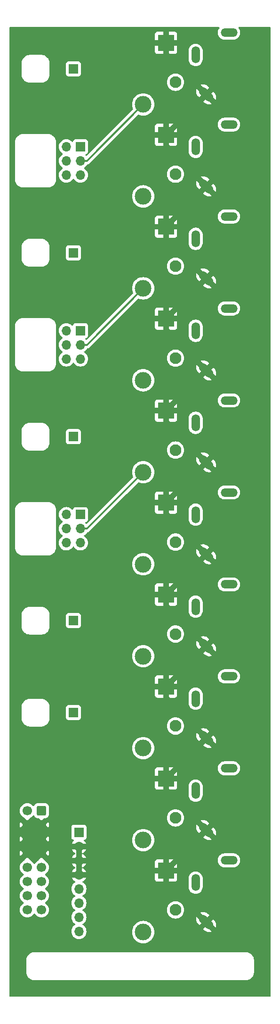
<source format=gbl>
G04 #@! TF.GenerationSoftware,KiCad,Pcbnew,8.0.3*
G04 #@! TF.CreationDate,2024-06-29T16:07:53+02:00*
G04 #@! TF.ProjectId,DMH_Adapter_Mult_PCB,444d485f-4164-4617-9074-65725f4d756c,1*
G04 #@! TF.SameCoordinates,Original*
G04 #@! TF.FileFunction,Copper,L2,Bot*
G04 #@! TF.FilePolarity,Positive*
%FSLAX46Y46*%
G04 Gerber Fmt 4.6, Leading zero omitted, Abs format (unit mm)*
G04 Created by KiCad (PCBNEW 8.0.3) date 2024-06-29 16:07:53*
%MOMM*%
%LPD*%
G01*
G04 APERTURE LIST*
G04 Aperture macros list*
%AMRoundRect*
0 Rectangle with rounded corners*
0 $1 Rounding radius*
0 $2 $3 $4 $5 $6 $7 $8 $9 X,Y pos of 4 corners*
0 Add a 4 corners polygon primitive as box body*
4,1,4,$2,$3,$4,$5,$6,$7,$8,$9,$2,$3,0*
0 Add four circle primitives for the rounded corners*
1,1,$1+$1,$2,$3*
1,1,$1+$1,$4,$5*
1,1,$1+$1,$6,$7*
1,1,$1+$1,$8,$9*
0 Add four rect primitives between the rounded corners*
20,1,$1+$1,$2,$3,$4,$5,0*
20,1,$1+$1,$4,$5,$6,$7,0*
20,1,$1+$1,$6,$7,$8,$9,0*
20,1,$1+$1,$8,$9,$2,$3,0*%
%AMHorizOval*
0 Thick line with rounded ends*
0 $1 width*
0 $2 $3 position (X,Y) of the first rounded end (center of the circle)*
0 $4 $5 position (X,Y) of the second rounded end (center of the circle)*
0 Add line between two ends*
20,1,$1,$2,$3,$4,$5,0*
0 Add two circle primitives to create the rounded ends*
1,1,$1,$2,$3*
1,1,$1,$4,$5*%
G04 Aperture macros list end*
G04 #@! TA.AperFunction,ComponentPad*
%ADD10R,3.000000X3.000000*%
G04 #@! TD*
G04 #@! TA.AperFunction,ComponentPad*
%ADD11C,3.000000*%
G04 #@! TD*
G04 #@! TA.AperFunction,ComponentPad*
%ADD12C,2.100000*%
G04 #@! TD*
G04 #@! TA.AperFunction,ComponentPad*
%ADD13HorizOval,1.508000X-0.533159X0.533159X0.533159X-0.533159X0*%
G04 #@! TD*
G04 #@! TA.AperFunction,ComponentPad*
%ADD14O,3.016000X1.508000*%
G04 #@! TD*
G04 #@! TA.AperFunction,ComponentPad*
%ADD15O,1.508000X3.016000*%
G04 #@! TD*
G04 #@! TA.AperFunction,ComponentPad*
%ADD16R,1.700000X1.700000*%
G04 #@! TD*
G04 #@! TA.AperFunction,ComponentPad*
%ADD17O,1.700000X1.700000*%
G04 #@! TD*
G04 #@! TA.AperFunction,ComponentPad*
%ADD18RoundRect,0.250000X0.600000X0.600000X-0.600000X0.600000X-0.600000X-0.600000X0.600000X-0.600000X0*%
G04 #@! TD*
G04 #@! TA.AperFunction,ComponentPad*
%ADD19C,1.700000*%
G04 #@! TD*
G04 #@! TA.AperFunction,Conductor*
%ADD20C,0.300000*%
G04 #@! TD*
G04 #@! TA.AperFunction,Conductor*
%ADD21C,1.000000*%
G04 #@! TD*
G04 APERTURE END LIST*
D10*
X77170000Y-48330000D03*
D11*
X73060000Y-59380000D03*
D12*
X78880000Y-55400000D03*
D10*
X77170000Y-81330000D03*
D11*
X73060000Y-92380000D03*
D12*
X78880000Y-88400000D03*
D10*
X77170000Y-163830000D03*
D11*
X73060000Y-174880000D03*
D12*
X78880000Y-170900000D03*
D10*
X77170000Y-114330000D03*
D11*
X73060000Y-125380000D03*
D12*
X78880000Y-121400000D03*
D10*
X77170000Y-196830000D03*
D11*
X73060000Y-207880000D03*
D12*
X78880000Y-203900000D03*
D10*
X77170000Y-97830000D03*
D11*
X73060000Y-108880000D03*
D12*
X78880000Y-104900000D03*
D10*
X77170000Y-180330000D03*
D11*
X73060000Y-191380000D03*
D12*
X78880000Y-187400000D03*
D10*
X77170000Y-147330000D03*
D11*
X73060000Y-158380000D03*
D12*
X78880000Y-154400000D03*
D10*
X77170000Y-130830000D03*
D11*
X73060000Y-141880000D03*
D12*
X78880000Y-137900000D03*
D10*
X77170000Y-64830000D03*
D11*
X73060000Y-75880000D03*
D12*
X78880000Y-71900000D03*
D13*
X84403810Y-57596190D03*
D14*
X88500000Y-46500000D03*
D15*
X82500000Y-50500000D03*
D13*
X84403810Y-90596190D03*
D14*
X88500000Y-79500000D03*
D15*
X82500000Y-83500000D03*
D13*
X84403810Y-206096190D03*
D14*
X88500000Y-195000000D03*
D15*
X82500000Y-199000000D03*
D13*
X84403810Y-107096190D03*
D14*
X88500000Y-96000000D03*
D15*
X82500000Y-100000000D03*
D13*
X84403810Y-140096190D03*
D14*
X88500000Y-129000000D03*
D15*
X82500000Y-133000000D03*
D13*
X84403810Y-156596190D03*
D14*
X88500000Y-145500000D03*
D15*
X82500000Y-149500000D03*
D13*
X84403810Y-123596190D03*
D14*
X88500000Y-112500000D03*
D15*
X82500000Y-116500000D03*
D13*
X84403810Y-173096190D03*
D14*
X88500000Y-162000000D03*
D15*
X82500000Y-166000000D03*
D13*
X84403810Y-189596190D03*
D14*
X88500000Y-178500000D03*
D15*
X82500000Y-182500000D03*
D13*
X84403810Y-74096190D03*
D14*
X88500000Y-63000000D03*
D15*
X82500000Y-67000000D03*
D16*
X60500000Y-86000000D03*
X61500000Y-189980000D03*
D17*
X61500000Y-192520000D03*
X61500000Y-195060000D03*
X61500000Y-197600000D03*
X61500000Y-200140000D03*
X61500000Y-202680000D03*
X61500000Y-205220000D03*
X61500000Y-207760000D03*
D16*
X61775000Y-66975000D03*
D17*
X61775000Y-69515000D03*
X61775000Y-72055000D03*
X59235000Y-66975000D03*
X59235000Y-69515000D03*
X59235000Y-72055000D03*
D16*
X60500000Y-53000000D03*
X60500000Y-168500000D03*
X60500000Y-152000000D03*
D18*
X54752500Y-186110000D03*
D19*
X52212500Y-186110000D03*
X54752500Y-188650000D03*
X52212500Y-188650000D03*
X54752500Y-191190000D03*
X52212500Y-191190000D03*
X54752500Y-193730000D03*
X52212500Y-193730000D03*
X54752500Y-196270000D03*
X52212500Y-196270000D03*
X54752500Y-198810000D03*
X52212500Y-198810000D03*
X54752500Y-201350000D03*
X52212500Y-201350000D03*
X54752500Y-203890000D03*
X52212500Y-203890000D03*
D16*
X61775000Y-132975000D03*
D17*
X61775000Y-135515000D03*
X61775000Y-138055000D03*
X59235000Y-132975000D03*
X59235000Y-135515000D03*
X59235000Y-138055000D03*
D16*
X60500000Y-119000000D03*
X61775000Y-99975000D03*
D17*
X61775000Y-102515000D03*
X61775000Y-105055000D03*
X59235000Y-99975000D03*
X59235000Y-102515000D03*
X59235000Y-105055000D03*
D20*
X62925000Y-102515000D02*
X61775000Y-102515000D01*
X73060000Y-92380000D02*
X62925000Y-102515000D01*
X73060000Y-59380000D02*
X62925000Y-69515000D01*
X62925000Y-69515000D02*
X61775000Y-69515000D01*
X73060000Y-125380000D02*
X62925000Y-135515000D01*
X62925000Y-135515000D02*
X61775000Y-135515000D01*
D21*
X77170000Y-180330000D02*
X84403810Y-173096190D01*
X77170000Y-196830000D02*
X77170000Y-198970000D01*
X77170000Y-81330000D02*
X77170000Y-83470000D01*
X77170000Y-66770000D02*
X84403810Y-74003810D01*
X77170000Y-132862380D02*
X84403810Y-140096190D01*
X52212500Y-191190000D02*
X54752500Y-191190000D01*
X77170000Y-64830000D02*
X84403810Y-57596190D01*
X77170000Y-97830000D02*
X77170000Y-99862380D01*
X77170000Y-163830000D02*
X77170000Y-165862380D01*
X77170000Y-198970000D02*
X84296190Y-206096190D01*
X77170000Y-165862380D02*
X84403810Y-173096190D01*
X52212500Y-188650000D02*
X52212500Y-191190000D01*
X54752500Y-191190000D02*
X54752500Y-188650000D01*
X77170000Y-196830000D02*
X84403810Y-189596190D01*
X77170000Y-97830000D02*
X84403810Y-90596190D01*
X77170000Y-147330000D02*
X84403810Y-140096190D01*
X77170000Y-116362380D02*
X84403810Y-123596190D01*
X77170000Y-130830000D02*
X84403810Y-123596190D01*
X77170000Y-149362380D02*
X84403810Y-156596190D01*
X52212500Y-188650000D02*
X54752500Y-188650000D01*
X77170000Y-50362380D02*
X84403810Y-57596190D01*
X84403810Y-74003810D02*
X84403810Y-74096190D01*
X77170000Y-48330000D02*
X77170000Y-50362380D01*
X84296190Y-90596190D02*
X84403810Y-90596190D01*
X77170000Y-114330000D02*
X84403810Y-107096190D01*
X77170000Y-81330000D02*
X84403810Y-74096190D01*
X54752500Y-193730000D02*
X54752500Y-191190000D01*
X52212500Y-191190000D02*
X52212500Y-193730000D01*
X77170000Y-180330000D02*
X77170000Y-182362380D01*
X77170000Y-182362380D02*
X84403810Y-189596190D01*
X77170000Y-99862380D02*
X84403810Y-107096190D01*
X77170000Y-64830000D02*
X77170000Y-66770000D01*
X77170000Y-83470000D02*
X84296190Y-90596190D01*
X52212500Y-193730000D02*
X54752500Y-193730000D01*
X77170000Y-130830000D02*
X77170000Y-132862380D01*
X77170000Y-114330000D02*
X77170000Y-116362380D01*
X77170000Y-147330000D02*
X77170000Y-149362380D01*
X77170000Y-163830000D02*
X84403810Y-156596190D01*
X84296190Y-206096190D02*
X84403810Y-206096190D01*
G04 #@! TA.AperFunction,Conductor*
G36*
X86745207Y-45520185D02*
G01*
X86790962Y-45572989D01*
X86800906Y-45642147D01*
X86778486Y-45697385D01*
X86673058Y-45842495D01*
X86583408Y-46018441D01*
X86522389Y-46206236D01*
X86491500Y-46401263D01*
X86491500Y-46598736D01*
X86522389Y-46793763D01*
X86583408Y-46981558D01*
X86583409Y-46981561D01*
X86673056Y-47157501D01*
X86673058Y-47157504D01*
X86789115Y-47317246D01*
X86928753Y-47456884D01*
X87061391Y-47553249D01*
X87088499Y-47572944D01*
X87264439Y-47662591D01*
X87356604Y-47692537D01*
X87452236Y-47723610D01*
X87647264Y-47754500D01*
X87647269Y-47754500D01*
X89352736Y-47754500D01*
X89547763Y-47723610D01*
X89735561Y-47662591D01*
X89911501Y-47572944D01*
X90001192Y-47507779D01*
X90071246Y-47456884D01*
X90071248Y-47456881D01*
X90071252Y-47456879D01*
X90210879Y-47317252D01*
X90210881Y-47317248D01*
X90210884Y-47317246D01*
X90261779Y-47247192D01*
X90326944Y-47157501D01*
X90416591Y-46981561D01*
X90477610Y-46793763D01*
X90488878Y-46722620D01*
X90508500Y-46598736D01*
X90508500Y-46401263D01*
X90477610Y-46206236D01*
X90457270Y-46143637D01*
X90416591Y-46018439D01*
X90326944Y-45842499D01*
X90314139Y-45824874D01*
X90221514Y-45697385D01*
X90198034Y-45631579D01*
X90213860Y-45563525D01*
X90263966Y-45514830D01*
X90321832Y-45500500D01*
X95875500Y-45500500D01*
X95942539Y-45520185D01*
X95988294Y-45572989D01*
X95999500Y-45624500D01*
X95999500Y-219375500D01*
X95979815Y-219442539D01*
X95927011Y-219488294D01*
X95875500Y-219499500D01*
X49124500Y-219499500D01*
X49057461Y-219479815D01*
X49011706Y-219427011D01*
X49000500Y-219375500D01*
X49000500Y-212892682D01*
X51999500Y-212892682D01*
X51999500Y-215107317D01*
X52030044Y-215319764D01*
X52030047Y-215319774D01*
X52090517Y-215525715D01*
X52179672Y-215720938D01*
X52179679Y-215720951D01*
X52295720Y-215901514D01*
X52436275Y-216063724D01*
X52560277Y-216171172D01*
X52598487Y-216204281D01*
X52727531Y-216287211D01*
X52779048Y-216320320D01*
X52779061Y-216320327D01*
X52974284Y-216409482D01*
X52974288Y-216409483D01*
X52974290Y-216409484D01*
X53180231Y-216469954D01*
X53180232Y-216469954D01*
X53180235Y-216469955D01*
X53243584Y-216479062D01*
X53392682Y-216500500D01*
X53392683Y-216500500D01*
X91607317Y-216500500D01*
X91607318Y-216500500D01*
X91777851Y-216475980D01*
X91819764Y-216469955D01*
X91819765Y-216469954D01*
X91819769Y-216469954D01*
X92025710Y-216409484D01*
X92025713Y-216409482D01*
X92025715Y-216409482D01*
X92220938Y-216320327D01*
X92220944Y-216320323D01*
X92220950Y-216320321D01*
X92401513Y-216204281D01*
X92563724Y-216063724D01*
X92704281Y-215901513D01*
X92820321Y-215720950D01*
X92820323Y-215720944D01*
X92820327Y-215720938D01*
X92909482Y-215525715D01*
X92909482Y-215525713D01*
X92909484Y-215525710D01*
X92969954Y-215319769D01*
X93000500Y-215107318D01*
X93000500Y-215000000D01*
X93000500Y-214934108D01*
X93000500Y-212934108D01*
X93000500Y-212892682D01*
X92969954Y-212680231D01*
X92909484Y-212474290D01*
X92909483Y-212474288D01*
X92909482Y-212474284D01*
X92820327Y-212279061D01*
X92820320Y-212279048D01*
X92787211Y-212227531D01*
X92704281Y-212098487D01*
X92671172Y-212060277D01*
X92563724Y-211936275D01*
X92401514Y-211795720D01*
X92401513Y-211795719D01*
X92336991Y-211754253D01*
X92220951Y-211679679D01*
X92220938Y-211679672D01*
X92025715Y-211590517D01*
X91819774Y-211530047D01*
X91819764Y-211530044D01*
X91628754Y-211502582D01*
X91607318Y-211499500D01*
X91565892Y-211499500D01*
X53565892Y-211499500D01*
X53500000Y-211499500D01*
X53392682Y-211499500D01*
X53180235Y-211530044D01*
X53180225Y-211530047D01*
X52974284Y-211590517D01*
X52779061Y-211679672D01*
X52779048Y-211679679D01*
X52598485Y-211795720D01*
X52436275Y-211936275D01*
X52295720Y-212098485D01*
X52179679Y-212279048D01*
X52179672Y-212279061D01*
X52090517Y-212474284D01*
X52030047Y-212680225D01*
X52030044Y-212680235D01*
X51999500Y-212892682D01*
X49000500Y-212892682D01*
X49000500Y-196269999D01*
X50856841Y-196269999D01*
X50856841Y-196270000D01*
X50877436Y-196505403D01*
X50877438Y-196505413D01*
X50938594Y-196733655D01*
X50938596Y-196733659D01*
X50938597Y-196733663D01*
X50942500Y-196742032D01*
X51038465Y-196947830D01*
X51038467Y-196947834D01*
X51145015Y-197099999D01*
X51174001Y-197141396D01*
X51174006Y-197141402D01*
X51341097Y-197308493D01*
X51341103Y-197308498D01*
X51526658Y-197438425D01*
X51570283Y-197493002D01*
X51577477Y-197562500D01*
X51545954Y-197624855D01*
X51526658Y-197641575D01*
X51341097Y-197771505D01*
X51174005Y-197938597D01*
X51038465Y-198132169D01*
X51038464Y-198132171D01*
X50938598Y-198346335D01*
X50938594Y-198346344D01*
X50877438Y-198574586D01*
X50877436Y-198574596D01*
X50856841Y-198809999D01*
X50856841Y-198810000D01*
X50877436Y-199045403D01*
X50877438Y-199045413D01*
X50938594Y-199273655D01*
X50938596Y-199273659D01*
X50938597Y-199273663D01*
X50942500Y-199282032D01*
X51038465Y-199487830D01*
X51038467Y-199487834D01*
X51146781Y-199642521D01*
X51174001Y-199681396D01*
X51174006Y-199681402D01*
X51341097Y-199848493D01*
X51341103Y-199848498D01*
X51526658Y-199978425D01*
X51570283Y-200033002D01*
X51577477Y-200102500D01*
X51545954Y-200164855D01*
X51526658Y-200181575D01*
X51341097Y-200311505D01*
X51174005Y-200478597D01*
X51038465Y-200672169D01*
X51038464Y-200672171D01*
X50938598Y-200886335D01*
X50938594Y-200886344D01*
X50877438Y-201114586D01*
X50877436Y-201114596D01*
X50856841Y-201349999D01*
X50856841Y-201350000D01*
X50877436Y-201585403D01*
X50877438Y-201585413D01*
X50938594Y-201813655D01*
X50938596Y-201813659D01*
X50938597Y-201813663D01*
X50942500Y-201822032D01*
X51038465Y-202027830D01*
X51038467Y-202027834D01*
X51146781Y-202182521D01*
X51174001Y-202221396D01*
X51174006Y-202221402D01*
X51341097Y-202388493D01*
X51341103Y-202388498D01*
X51526658Y-202518425D01*
X51570283Y-202573002D01*
X51577477Y-202642500D01*
X51545954Y-202704855D01*
X51526658Y-202721575D01*
X51341097Y-202851505D01*
X51174005Y-203018597D01*
X51038465Y-203212169D01*
X51038464Y-203212171D01*
X50938598Y-203426335D01*
X50938594Y-203426344D01*
X50877438Y-203654586D01*
X50877436Y-203654596D01*
X50856841Y-203889999D01*
X50856841Y-203890000D01*
X50877436Y-204125403D01*
X50877438Y-204125413D01*
X50938594Y-204353655D01*
X50938596Y-204353659D01*
X50938597Y-204353663D01*
X51018504Y-204525023D01*
X51038465Y-204567830D01*
X51038467Y-204567834D01*
X51146781Y-204722521D01*
X51174005Y-204761401D01*
X51341099Y-204928495D01*
X51437884Y-204996265D01*
X51534665Y-205064032D01*
X51534667Y-205064033D01*
X51534670Y-205064035D01*
X51748837Y-205163903D01*
X51977092Y-205225063D01*
X52165418Y-205241539D01*
X52212499Y-205245659D01*
X52212500Y-205245659D01*
X52212501Y-205245659D01*
X52251734Y-205242226D01*
X52447908Y-205225063D01*
X52676163Y-205163903D01*
X52890330Y-205064035D01*
X53083901Y-204928495D01*
X53250995Y-204761401D01*
X53380925Y-204575842D01*
X53435502Y-204532217D01*
X53505000Y-204525023D01*
X53567355Y-204556546D01*
X53584075Y-204575842D01*
X53714000Y-204761395D01*
X53714005Y-204761401D01*
X53881099Y-204928495D01*
X53977884Y-204996265D01*
X54074665Y-205064032D01*
X54074667Y-205064033D01*
X54074670Y-205064035D01*
X54288837Y-205163903D01*
X54517092Y-205225063D01*
X54705418Y-205241539D01*
X54752499Y-205245659D01*
X54752500Y-205245659D01*
X54752501Y-205245659D01*
X54791734Y-205242226D01*
X54987908Y-205225063D01*
X55216163Y-205163903D01*
X55430330Y-205064035D01*
X55623901Y-204928495D01*
X55790995Y-204761401D01*
X55926535Y-204567830D01*
X56026403Y-204353663D01*
X56087563Y-204125408D01*
X56108159Y-203890000D01*
X56087563Y-203654592D01*
X56026403Y-203426337D01*
X55926535Y-203212171D01*
X55920925Y-203204158D01*
X55790994Y-203018597D01*
X55623902Y-202851506D01*
X55623896Y-202851501D01*
X55438342Y-202721575D01*
X55394717Y-202666998D01*
X55387523Y-202597500D01*
X55419046Y-202535145D01*
X55438342Y-202518425D01*
X55460526Y-202502891D01*
X55623901Y-202388495D01*
X55790995Y-202221401D01*
X55926535Y-202027830D01*
X56026403Y-201813663D01*
X56087563Y-201585408D01*
X56108159Y-201350000D01*
X56087563Y-201114592D01*
X56026403Y-200886337D01*
X55926535Y-200672171D01*
X55920925Y-200664158D01*
X55790994Y-200478597D01*
X55623902Y-200311506D01*
X55623896Y-200311501D01*
X55438342Y-200181575D01*
X55405109Y-200139999D01*
X60144341Y-200139999D01*
X60144341Y-200140000D01*
X60164936Y-200375403D01*
X60164938Y-200375413D01*
X60226094Y-200603655D01*
X60226096Y-200603659D01*
X60226097Y-200603663D01*
X60274649Y-200707783D01*
X60325965Y-200817830D01*
X60325967Y-200817834D01*
X60461501Y-201011395D01*
X60461506Y-201011402D01*
X60628597Y-201178493D01*
X60628603Y-201178498D01*
X60814158Y-201308425D01*
X60857783Y-201363002D01*
X60864977Y-201432500D01*
X60833454Y-201494855D01*
X60814158Y-201511575D01*
X60628597Y-201641505D01*
X60461505Y-201808597D01*
X60325965Y-202002169D01*
X60325964Y-202002171D01*
X60226098Y-202216335D01*
X60226094Y-202216344D01*
X60164938Y-202444586D01*
X60164936Y-202444596D01*
X60144341Y-202679999D01*
X60144341Y-202680000D01*
X60164936Y-202915403D01*
X60164938Y-202915413D01*
X60226094Y-203143655D01*
X60226096Y-203143659D01*
X60226097Y-203143663D01*
X60274649Y-203247783D01*
X60325965Y-203357830D01*
X60325967Y-203357834D01*
X60461501Y-203551395D01*
X60461506Y-203551402D01*
X60628597Y-203718493D01*
X60628603Y-203718498D01*
X60814158Y-203848425D01*
X60857783Y-203903002D01*
X60864977Y-203972500D01*
X60833454Y-204034855D01*
X60814158Y-204051575D01*
X60628597Y-204181505D01*
X60461505Y-204348597D01*
X60325965Y-204542169D01*
X60325964Y-204542171D01*
X60226098Y-204756335D01*
X60226094Y-204756344D01*
X60164938Y-204984586D01*
X60164936Y-204984596D01*
X60144341Y-205219999D01*
X60144341Y-205220000D01*
X60164936Y-205455403D01*
X60164938Y-205455413D01*
X60226094Y-205683655D01*
X60226096Y-205683659D01*
X60226097Y-205683663D01*
X60314325Y-205872867D01*
X60325965Y-205897830D01*
X60325967Y-205897834D01*
X60461501Y-206091395D01*
X60461506Y-206091402D01*
X60628597Y-206258493D01*
X60628603Y-206258498D01*
X60814158Y-206388425D01*
X60857783Y-206443002D01*
X60864977Y-206512500D01*
X60833454Y-206574855D01*
X60814158Y-206591575D01*
X60628597Y-206721505D01*
X60461505Y-206888597D01*
X60325965Y-207082169D01*
X60325964Y-207082171D01*
X60226098Y-207296335D01*
X60226094Y-207296344D01*
X60164938Y-207524586D01*
X60164936Y-207524596D01*
X60144341Y-207759999D01*
X60144341Y-207760000D01*
X60164936Y-207995403D01*
X60164938Y-207995413D01*
X60226094Y-208223655D01*
X60226096Y-208223659D01*
X60226097Y-208223663D01*
X60325965Y-208437830D01*
X60325967Y-208437834D01*
X60434281Y-208592521D01*
X60461505Y-208631401D01*
X60628599Y-208798495D01*
X60725384Y-208866265D01*
X60822165Y-208934032D01*
X60822167Y-208934033D01*
X60822170Y-208934035D01*
X61036337Y-209033903D01*
X61264592Y-209095063D01*
X61452918Y-209111539D01*
X61499999Y-209115659D01*
X61500000Y-209115659D01*
X61500001Y-209115659D01*
X61539234Y-209112226D01*
X61735408Y-209095063D01*
X61963663Y-209033903D01*
X62177830Y-208934035D01*
X62371401Y-208798495D01*
X62538495Y-208631401D01*
X62674035Y-208437830D01*
X62773903Y-208223663D01*
X62835063Y-207995408D01*
X62845160Y-207879998D01*
X71054390Y-207879998D01*
X71054390Y-207880001D01*
X71074804Y-208165433D01*
X71135628Y-208445037D01*
X71135630Y-208445043D01*
X71135631Y-208445046D01*
X71235633Y-208713161D01*
X71235635Y-208713166D01*
X71372770Y-208964309D01*
X71372775Y-208964317D01*
X71544254Y-209193387D01*
X71544270Y-209193405D01*
X71746594Y-209395729D01*
X71746612Y-209395745D01*
X71975682Y-209567224D01*
X71975690Y-209567229D01*
X72226833Y-209704364D01*
X72226832Y-209704364D01*
X72226836Y-209704365D01*
X72226839Y-209704367D01*
X72494954Y-209804369D01*
X72494960Y-209804370D01*
X72494962Y-209804371D01*
X72774566Y-209865195D01*
X72774568Y-209865195D01*
X72774572Y-209865196D01*
X73028220Y-209883337D01*
X73059999Y-209885610D01*
X73060000Y-209885610D01*
X73060001Y-209885610D01*
X73088595Y-209883564D01*
X73345428Y-209865196D01*
X73625046Y-209804369D01*
X73893161Y-209704367D01*
X74144315Y-209567226D01*
X74373395Y-209395739D01*
X74575739Y-209193395D01*
X74747226Y-208964315D01*
X74884367Y-208713161D01*
X74984369Y-208445046D01*
X75045196Y-208165428D01*
X75063564Y-207908595D01*
X75065610Y-207880001D01*
X75065610Y-207879998D01*
X75059279Y-207791477D01*
X75045196Y-207594572D01*
X74984369Y-207314954D01*
X74884367Y-207046839D01*
X74822494Y-206933528D01*
X74747229Y-206795690D01*
X74747224Y-206795682D01*
X74575745Y-206566612D01*
X74575729Y-206566594D01*
X74373405Y-206364270D01*
X74373387Y-206364254D01*
X74144317Y-206192775D01*
X74144309Y-206192770D01*
X73893166Y-206055635D01*
X73893167Y-206055635D01*
X73785915Y-206015632D01*
X73625046Y-205955631D01*
X73625043Y-205955630D01*
X73625037Y-205955628D01*
X73345433Y-205894804D01*
X73060001Y-205874390D01*
X73059999Y-205874390D01*
X72774566Y-205894804D01*
X72494962Y-205955628D01*
X72226833Y-206055635D01*
X71975690Y-206192770D01*
X71975682Y-206192775D01*
X71746612Y-206364254D01*
X71746594Y-206364270D01*
X71544270Y-206566594D01*
X71544254Y-206566612D01*
X71372775Y-206795682D01*
X71372770Y-206795690D01*
X71235635Y-207046833D01*
X71135628Y-207314962D01*
X71074804Y-207594566D01*
X71054390Y-207879998D01*
X62845160Y-207879998D01*
X62855659Y-207760000D01*
X62835063Y-207524592D01*
X62784652Y-207336454D01*
X62773905Y-207296344D01*
X62773904Y-207296343D01*
X62773903Y-207296337D01*
X62674035Y-207082171D01*
X62649296Y-207046839D01*
X62538494Y-206888597D01*
X62371402Y-206721506D01*
X62371396Y-206721501D01*
X62185842Y-206591575D01*
X62142217Y-206536998D01*
X62135023Y-206467500D01*
X62166546Y-206405145D01*
X62185842Y-206388425D01*
X62284258Y-206319513D01*
X62371401Y-206258495D01*
X62538495Y-206091401D01*
X62674035Y-205897830D01*
X62773903Y-205683663D01*
X62832670Y-205464339D01*
X82616651Y-205464339D01*
X82616651Y-205661722D01*
X82647529Y-205856678D01*
X82708521Y-206044397D01*
X82708522Y-206044400D01*
X82798133Y-206220270D01*
X82914155Y-206379958D01*
X82914155Y-206379960D01*
X83163543Y-206629348D01*
X83163544Y-206629348D01*
X83696703Y-206096190D01*
X83100547Y-205500034D01*
X83373481Y-205500034D01*
X83373481Y-205631686D01*
X83407555Y-205758852D01*
X83473381Y-205872867D01*
X84403810Y-206803297D01*
X83870651Y-207336454D01*
X84120044Y-207585846D01*
X84279730Y-207701865D01*
X84279736Y-207701869D01*
X84455598Y-207791477D01*
X84455604Y-207791479D01*
X84643320Y-207852470D01*
X84643319Y-207852470D01*
X84838277Y-207883349D01*
X85035660Y-207883349D01*
X85230616Y-207852470D01*
X85230619Y-207852470D01*
X85398451Y-207797938D01*
X84627134Y-207026621D01*
X84741148Y-207092446D01*
X84868314Y-207126520D01*
X84999966Y-207126520D01*
X85127132Y-207092446D01*
X85241148Y-207026620D01*
X85334240Y-206933528D01*
X85400066Y-206819512D01*
X85434140Y-206692346D01*
X85434140Y-206560694D01*
X85400066Y-206433528D01*
X85334240Y-206319513D01*
X85110916Y-206096189D01*
X85110917Y-206096189D01*
X85110917Y-206096190D01*
X86105558Y-207090831D01*
X86160090Y-206922999D01*
X86160090Y-206922996D01*
X86190969Y-206728040D01*
X86190969Y-206530656D01*
X86160090Y-206335699D01*
X86099099Y-206147984D01*
X86099097Y-206147978D01*
X86009489Y-205972116D01*
X86009485Y-205972110D01*
X85893466Y-205812424D01*
X85644075Y-205563031D01*
X85644074Y-205563031D01*
X85110917Y-206096189D01*
X85110916Y-206096189D01*
X84180487Y-205165761D01*
X84066472Y-205099935D01*
X83939306Y-205065861D01*
X83807654Y-205065861D01*
X83680488Y-205099935D01*
X83566473Y-205165761D01*
X83473381Y-205258853D01*
X83407555Y-205372868D01*
X83373481Y-205500034D01*
X83100547Y-205500034D01*
X82702061Y-205101548D01*
X82702060Y-205101548D01*
X82647529Y-205269381D01*
X82616651Y-205464339D01*
X62832670Y-205464339D01*
X62835063Y-205455408D01*
X62855659Y-205220000D01*
X62835063Y-204984592D01*
X62773903Y-204756337D01*
X62674035Y-204542171D01*
X62667066Y-204532217D01*
X62538494Y-204348597D01*
X62371402Y-204181506D01*
X62371396Y-204181501D01*
X62185842Y-204051575D01*
X62142217Y-203996998D01*
X62135023Y-203927500D01*
X62148925Y-203900000D01*
X77324706Y-203900000D01*
X77343853Y-204143297D01*
X77343853Y-204143300D01*
X77343854Y-204143302D01*
X77396367Y-204362032D01*
X77400830Y-204380619D01*
X77494222Y-204606089D01*
X77621737Y-204814173D01*
X77621738Y-204814176D01*
X77675449Y-204877063D01*
X77780241Y-204999759D01*
X77855499Y-205064035D01*
X77965823Y-205158261D01*
X77965826Y-205158262D01*
X78173910Y-205285777D01*
X78399381Y-205379169D01*
X78399378Y-205379169D01*
X78399384Y-205379170D01*
X78399388Y-205379172D01*
X78636698Y-205436146D01*
X78880000Y-205455294D01*
X79123302Y-205436146D01*
X79360612Y-205379172D01*
X79586089Y-205285777D01*
X79794179Y-205158259D01*
X79979759Y-204999759D01*
X80138259Y-204814179D01*
X80265777Y-204606089D01*
X80353444Y-204394440D01*
X83409168Y-204394440D01*
X83409168Y-204394441D01*
X84403810Y-205389083D01*
X84403811Y-205389083D01*
X84936968Y-204855924D01*
X84687579Y-204606535D01*
X84527890Y-204490513D01*
X84352020Y-204400902D01*
X84352017Y-204400901D01*
X84164298Y-204339909D01*
X83969342Y-204309031D01*
X83771960Y-204309031D01*
X83577001Y-204339909D01*
X83409168Y-204394440D01*
X80353444Y-204394440D01*
X80359172Y-204380612D01*
X80416146Y-204143302D01*
X80435294Y-203900000D01*
X80416146Y-203656698D01*
X80359172Y-203419388D01*
X80359169Y-203419380D01*
X80265777Y-203193910D01*
X80138262Y-202985826D01*
X80138261Y-202985823D01*
X80023543Y-202851506D01*
X79979759Y-202800241D01*
X79838975Y-202680000D01*
X79794176Y-202641738D01*
X79794173Y-202641737D01*
X79586089Y-202514222D01*
X79360618Y-202420830D01*
X79360621Y-202420830D01*
X79225950Y-202388498D01*
X79123302Y-202363854D01*
X79123300Y-202363853D01*
X79123297Y-202363853D01*
X78880000Y-202344706D01*
X78636702Y-202363853D01*
X78636698Y-202363854D01*
X78534063Y-202388495D01*
X78399380Y-202420830D01*
X78173910Y-202514222D01*
X77965826Y-202641737D01*
X77965823Y-202641738D01*
X77780241Y-202800241D01*
X77621738Y-202985823D01*
X77621737Y-202985826D01*
X77494222Y-203193910D01*
X77400830Y-203419380D01*
X77343853Y-203656702D01*
X77324706Y-203900000D01*
X62148925Y-203900000D01*
X62166546Y-203865145D01*
X62185842Y-203848425D01*
X62208026Y-203832891D01*
X62371401Y-203718495D01*
X62538495Y-203551401D01*
X62674035Y-203357830D01*
X62773903Y-203143663D01*
X62835063Y-202915408D01*
X62855659Y-202680000D01*
X62854521Y-202666998D01*
X62846298Y-202573002D01*
X62835063Y-202444592D01*
X62773903Y-202216337D01*
X62674035Y-202002171D01*
X62667066Y-201992217D01*
X62538494Y-201808597D01*
X62371402Y-201641506D01*
X62371396Y-201641501D01*
X62185842Y-201511575D01*
X62142217Y-201456998D01*
X62135023Y-201387500D01*
X62166546Y-201325145D01*
X62185842Y-201308425D01*
X62208026Y-201292891D01*
X62371401Y-201178495D01*
X62538495Y-201011401D01*
X62674035Y-200817830D01*
X62773903Y-200603663D01*
X62835063Y-200375408D01*
X62855659Y-200140000D01*
X62854521Y-200126998D01*
X62846298Y-200033002D01*
X62835063Y-199904592D01*
X62773903Y-199676337D01*
X62674035Y-199462171D01*
X62667066Y-199452217D01*
X62538494Y-199268597D01*
X62371402Y-199101506D01*
X62371401Y-199101505D01*
X62185405Y-198971269D01*
X62141781Y-198916692D01*
X62134588Y-198847193D01*
X62166110Y-198784839D01*
X62185405Y-198768119D01*
X62371082Y-198638105D01*
X62538105Y-198471082D01*
X62673601Y-198277576D01*
X62756406Y-198100000D01*
X61565826Y-198100000D01*
X61692993Y-198065925D01*
X61807007Y-198000099D01*
X61900099Y-197907007D01*
X61965925Y-197792993D01*
X62000000Y-197665826D01*
X62000000Y-197534174D01*
X61965925Y-197407007D01*
X61900099Y-197292993D01*
X61807007Y-197199901D01*
X61692993Y-197134075D01*
X61565826Y-197100000D01*
X62000000Y-197100000D01*
X62756406Y-197100000D01*
X62756405Y-197099999D01*
X62673599Y-196922421D01*
X62673597Y-196922417D01*
X62538113Y-196728926D01*
X62538108Y-196728920D01*
X62371082Y-196561894D01*
X62184968Y-196431575D01*
X62141344Y-196376998D01*
X62134151Y-196307499D01*
X62165673Y-196245145D01*
X62184968Y-196228425D01*
X62371082Y-196098105D01*
X62538105Y-195931082D01*
X62673601Y-195737576D01*
X62756406Y-195560000D01*
X62000000Y-195560000D01*
X62000000Y-197100000D01*
X61565826Y-197100000D01*
X61434174Y-197100000D01*
X61307007Y-197134075D01*
X61192993Y-197199901D01*
X61099901Y-197292993D01*
X61034075Y-197407007D01*
X61000000Y-197534174D01*
X61000000Y-197665826D01*
X61034075Y-197792993D01*
X61099901Y-197907007D01*
X61192993Y-198000099D01*
X61307007Y-198065925D01*
X61434174Y-198100000D01*
X60243593Y-198100000D01*
X60326398Y-198277576D01*
X60461894Y-198471082D01*
X60628917Y-198638105D01*
X60814595Y-198768119D01*
X60858219Y-198822696D01*
X60865412Y-198892195D01*
X60833890Y-198954549D01*
X60814595Y-198971269D01*
X60628594Y-199101508D01*
X60461505Y-199268597D01*
X60325965Y-199462169D01*
X60325964Y-199462171D01*
X60226098Y-199676335D01*
X60226094Y-199676344D01*
X60164938Y-199904586D01*
X60164936Y-199904596D01*
X60144341Y-200139999D01*
X55405109Y-200139999D01*
X55394717Y-200126998D01*
X55387523Y-200057500D01*
X55419046Y-199995145D01*
X55438342Y-199978425D01*
X55460526Y-199962891D01*
X55623901Y-199848495D01*
X55790995Y-199681401D01*
X55926535Y-199487830D01*
X56026403Y-199273663D01*
X56087563Y-199045408D01*
X56108159Y-198810000D01*
X56087563Y-198574592D01*
X56026403Y-198346337D01*
X55926535Y-198132171D01*
X55920925Y-198124158D01*
X55790994Y-197938597D01*
X55623902Y-197771506D01*
X55623896Y-197771501D01*
X55438342Y-197641575D01*
X55394717Y-197586998D01*
X55387523Y-197517500D01*
X55419046Y-197455145D01*
X55438342Y-197438425D01*
X55483211Y-197407007D01*
X55623901Y-197308495D01*
X55790995Y-197141401D01*
X55926535Y-196947830D01*
X56026403Y-196733663D01*
X56087563Y-196505408D01*
X56108159Y-196270000D01*
X56087563Y-196034592D01*
X56026403Y-195806337D01*
X55926535Y-195592171D01*
X55920925Y-195584158D01*
X55904009Y-195560000D01*
X60243593Y-195560000D01*
X60326398Y-195737576D01*
X60461894Y-195931082D01*
X60628917Y-196098105D01*
X60815031Y-196228425D01*
X60858656Y-196283003D01*
X60865848Y-196352501D01*
X60834326Y-196414856D01*
X60815031Y-196431575D01*
X60628922Y-196561890D01*
X60628920Y-196561891D01*
X60461891Y-196728920D01*
X60461886Y-196728926D01*
X60326402Y-196922417D01*
X60326400Y-196922421D01*
X60243594Y-197099999D01*
X60243594Y-197100000D01*
X61000000Y-197100000D01*
X61000000Y-195560000D01*
X60243593Y-195560000D01*
X55904009Y-195560000D01*
X55790994Y-195398597D01*
X55623902Y-195231506D01*
X55623895Y-195231501D01*
X55430331Y-195095965D01*
X55430329Y-195095964D01*
X55362905Y-195064524D01*
X55310466Y-195018352D01*
X55303574Y-194994174D01*
X61000000Y-194994174D01*
X61000000Y-195125826D01*
X61034075Y-195252993D01*
X61099901Y-195367007D01*
X61192993Y-195460099D01*
X61307007Y-195525925D01*
X61434174Y-195560000D01*
X61565826Y-195560000D01*
X61692993Y-195525925D01*
X61807007Y-195460099D01*
X61900099Y-195367007D01*
X61949088Y-195282155D01*
X75170000Y-195282155D01*
X75170000Y-196330000D01*
X76301399Y-196330000D01*
X76283811Y-196356322D01*
X76208429Y-196538311D01*
X76170000Y-196731509D01*
X76170000Y-196928491D01*
X76208429Y-197121689D01*
X76283811Y-197303678D01*
X76301399Y-197330000D01*
X75170000Y-197330000D01*
X75170000Y-198377844D01*
X75176401Y-198437372D01*
X75176403Y-198437379D01*
X75226645Y-198572086D01*
X75226649Y-198572093D01*
X75312809Y-198687187D01*
X75312812Y-198687190D01*
X75427906Y-198773350D01*
X75427913Y-198773354D01*
X75562620Y-198823596D01*
X75562627Y-198823598D01*
X75622155Y-198829999D01*
X75622172Y-198830000D01*
X76670000Y-198830000D01*
X76670000Y-197698601D01*
X76696322Y-197716189D01*
X76878311Y-197791571D01*
X77071509Y-197830000D01*
X77268491Y-197830000D01*
X77461689Y-197791571D01*
X77643678Y-197716189D01*
X77670000Y-197698601D01*
X77670000Y-198830000D01*
X78717828Y-198830000D01*
X78717844Y-198829999D01*
X78777372Y-198823598D01*
X78777379Y-198823596D01*
X78912086Y-198773354D01*
X78912093Y-198773350D01*
X79027187Y-198687190D01*
X79027190Y-198687187D01*
X79113350Y-198572093D01*
X79113354Y-198572086D01*
X79163596Y-198437379D01*
X79163598Y-198437372D01*
X79169999Y-198377844D01*
X79170000Y-198377827D01*
X79170000Y-198147263D01*
X81245500Y-198147263D01*
X81245500Y-199852736D01*
X81276389Y-200047763D01*
X81306359Y-200139999D01*
X81337409Y-200235561D01*
X81427056Y-200411501D01*
X81427058Y-200411504D01*
X81543115Y-200571246D01*
X81682753Y-200710884D01*
X81829955Y-200817830D01*
X81842499Y-200826944D01*
X82018439Y-200916591D01*
X82143637Y-200957270D01*
X82206236Y-200977610D01*
X82401264Y-201008500D01*
X82401269Y-201008500D01*
X82598736Y-201008500D01*
X82793763Y-200977610D01*
X82981561Y-200916591D01*
X83157501Y-200826944D01*
X83311612Y-200714977D01*
X83317246Y-200710884D01*
X83317248Y-200710881D01*
X83317252Y-200710879D01*
X83456879Y-200571252D01*
X83456881Y-200571248D01*
X83456884Y-200571246D01*
X83524196Y-200478597D01*
X83572944Y-200411501D01*
X83662591Y-200235561D01*
X83723610Y-200047763D01*
X83734592Y-199978425D01*
X83754500Y-199852736D01*
X83754500Y-198147263D01*
X83723610Y-197952236D01*
X83683893Y-197830000D01*
X83662591Y-197764439D01*
X83572944Y-197588499D01*
X83521361Y-197517500D01*
X83456884Y-197428753D01*
X83317246Y-197289115D01*
X83157504Y-197173058D01*
X83157503Y-197173057D01*
X83157501Y-197173056D01*
X82981561Y-197083409D01*
X82981558Y-197083408D01*
X82793763Y-197022389D01*
X82598736Y-196991500D01*
X82598731Y-196991500D01*
X82401269Y-196991500D01*
X82401264Y-196991500D01*
X82206236Y-197022389D01*
X82018441Y-197083408D01*
X81842495Y-197173058D01*
X81682753Y-197289115D01*
X81543115Y-197428753D01*
X81427058Y-197588495D01*
X81337408Y-197764441D01*
X81276389Y-197952236D01*
X81245500Y-198147263D01*
X79170000Y-198147263D01*
X79170000Y-197330000D01*
X78038601Y-197330000D01*
X78056189Y-197303678D01*
X78131571Y-197121689D01*
X78170000Y-196928491D01*
X78170000Y-196731509D01*
X78131571Y-196538311D01*
X78056189Y-196356322D01*
X78038601Y-196330000D01*
X79170000Y-196330000D01*
X79170000Y-195282172D01*
X79169999Y-195282155D01*
X79163598Y-195222627D01*
X79163596Y-195222620D01*
X79113354Y-195087913D01*
X79113350Y-195087906D01*
X79027190Y-194972812D01*
X79027187Y-194972809D01*
X78931615Y-194901263D01*
X86491500Y-194901263D01*
X86491500Y-195098736D01*
X86522389Y-195293763D01*
X86583408Y-195481558D01*
X86583409Y-195481561D01*
X86673056Y-195657501D01*
X86673058Y-195657504D01*
X86789115Y-195817246D01*
X86928753Y-195956884D01*
X87035717Y-196034596D01*
X87088499Y-196072944D01*
X87264439Y-196162591D01*
X87356604Y-196192537D01*
X87452236Y-196223610D01*
X87647264Y-196254500D01*
X87647269Y-196254500D01*
X89352736Y-196254500D01*
X89547763Y-196223610D01*
X89735561Y-196162591D01*
X89911501Y-196072944D01*
X90001192Y-196007779D01*
X90071246Y-195956884D01*
X90071248Y-195956881D01*
X90071252Y-195956879D01*
X90210879Y-195817252D01*
X90210881Y-195817248D01*
X90210884Y-195817246D01*
X90261779Y-195747192D01*
X90326944Y-195657501D01*
X90416591Y-195481561D01*
X90477610Y-195293763D01*
X90487471Y-195231505D01*
X90508500Y-195098736D01*
X90508500Y-194901263D01*
X90477610Y-194706236D01*
X90457270Y-194643637D01*
X90416591Y-194518439D01*
X90326944Y-194342499D01*
X90319486Y-194332234D01*
X90210884Y-194182753D01*
X90071246Y-194043115D01*
X89911504Y-193927058D01*
X89911503Y-193927057D01*
X89911501Y-193927056D01*
X89735561Y-193837409D01*
X89734296Y-193836998D01*
X89547763Y-193776389D01*
X89352736Y-193745500D01*
X89352731Y-193745500D01*
X87647269Y-193745500D01*
X87647264Y-193745500D01*
X87452236Y-193776389D01*
X87264441Y-193837408D01*
X87088495Y-193927058D01*
X86928753Y-194043115D01*
X86789115Y-194182753D01*
X86673058Y-194342495D01*
X86583408Y-194518441D01*
X86522389Y-194706236D01*
X86491500Y-194901263D01*
X78931615Y-194901263D01*
X78912093Y-194886649D01*
X78912086Y-194886645D01*
X78777379Y-194836403D01*
X78777372Y-194836401D01*
X78717844Y-194830000D01*
X77670000Y-194830000D01*
X77670000Y-195961398D01*
X77643678Y-195943811D01*
X77461689Y-195868429D01*
X77268491Y-195830000D01*
X77071509Y-195830000D01*
X76878311Y-195868429D01*
X76696322Y-195943811D01*
X76670000Y-195961398D01*
X76670000Y-194830000D01*
X75622155Y-194830000D01*
X75562627Y-194836401D01*
X75562620Y-194836403D01*
X75427913Y-194886645D01*
X75427906Y-194886649D01*
X75312812Y-194972809D01*
X75312809Y-194972812D01*
X75226649Y-195087906D01*
X75226645Y-195087913D01*
X75176403Y-195222620D01*
X75176401Y-195222627D01*
X75170000Y-195282155D01*
X61949088Y-195282155D01*
X61965925Y-195252993D01*
X62000000Y-195125826D01*
X62000000Y-194994174D01*
X61965925Y-194867007D01*
X61900099Y-194752993D01*
X61807007Y-194659901D01*
X61692993Y-194594075D01*
X61565826Y-194560000D01*
X62000000Y-194560000D01*
X62756406Y-194560000D01*
X62756405Y-194559999D01*
X62673599Y-194382421D01*
X62673597Y-194382417D01*
X62538113Y-194188926D01*
X62538108Y-194188920D01*
X62371082Y-194021894D01*
X62184968Y-193891575D01*
X62141344Y-193836998D01*
X62134151Y-193767499D01*
X62165673Y-193705145D01*
X62184968Y-193688425D01*
X62371082Y-193558105D01*
X62538105Y-193391082D01*
X62673601Y-193197576D01*
X62756406Y-193020000D01*
X62000000Y-193020000D01*
X62000000Y-194560000D01*
X61565826Y-194560000D01*
X61434174Y-194560000D01*
X61307007Y-194594075D01*
X61192993Y-194659901D01*
X61099901Y-194752993D01*
X61034075Y-194867007D01*
X61000000Y-194994174D01*
X55303574Y-194994174D01*
X55301185Y-194985792D01*
X54752501Y-194437107D01*
X54752500Y-194437107D01*
X54205880Y-194983725D01*
X54204060Y-195000049D01*
X54160003Y-195054278D01*
X54142094Y-195064523D01*
X54074677Y-195095961D01*
X54074669Y-195095965D01*
X53881097Y-195231505D01*
X53714005Y-195398597D01*
X53584075Y-195584158D01*
X53529498Y-195627783D01*
X53460000Y-195634977D01*
X53397645Y-195603454D01*
X53380925Y-195584158D01*
X53250994Y-195398597D01*
X53083902Y-195231506D01*
X53083895Y-195231501D01*
X52890331Y-195095965D01*
X52890329Y-195095964D01*
X52822905Y-195064524D01*
X52770466Y-195018352D01*
X52761185Y-194985792D01*
X52212501Y-194437107D01*
X52212500Y-194437107D01*
X51665880Y-194983725D01*
X51664060Y-195000049D01*
X51620003Y-195054278D01*
X51602094Y-195064523D01*
X51534677Y-195095961D01*
X51534669Y-195095965D01*
X51341097Y-195231505D01*
X51174005Y-195398597D01*
X51038465Y-195592169D01*
X51038464Y-195592171D01*
X50938598Y-195806335D01*
X50938594Y-195806344D01*
X50877438Y-196034586D01*
X50877436Y-196034596D01*
X50856841Y-196269999D01*
X49000500Y-196269999D01*
X49000500Y-193729998D01*
X50857343Y-193729998D01*
X50857343Y-193730001D01*
X50877930Y-193965315D01*
X50877932Y-193965326D01*
X50939066Y-194193483D01*
X50939071Y-194193497D01*
X50971770Y-194263621D01*
X50971771Y-194263621D01*
X51505393Y-193730000D01*
X51439567Y-193664174D01*
X51712500Y-193664174D01*
X51712500Y-193795826D01*
X51746575Y-193922993D01*
X51812401Y-194037007D01*
X51905493Y-194130099D01*
X52019507Y-194195925D01*
X52146674Y-194230000D01*
X52278326Y-194230000D01*
X52405493Y-194195925D01*
X52519507Y-194130099D01*
X52612599Y-194037007D01*
X52678425Y-193922993D01*
X52712500Y-193795826D01*
X52712500Y-193729999D01*
X52919607Y-193729999D01*
X52919607Y-193730000D01*
X53453227Y-194263620D01*
X53460965Y-194262256D01*
X53504031Y-194262256D01*
X53511771Y-194263620D01*
X54045393Y-193730000D01*
X53979567Y-193664174D01*
X54252500Y-193664174D01*
X54252500Y-193795826D01*
X54286575Y-193922993D01*
X54352401Y-194037007D01*
X54445493Y-194130099D01*
X54559507Y-194195925D01*
X54686674Y-194230000D01*
X54818326Y-194230000D01*
X54945493Y-194195925D01*
X55059507Y-194130099D01*
X55152599Y-194037007D01*
X55218425Y-193922993D01*
X55252500Y-193795826D01*
X55252500Y-193729999D01*
X55459607Y-193729999D01*
X55459607Y-193730000D01*
X55993227Y-194263621D01*
X56025929Y-194193494D01*
X56087068Y-193965322D01*
X56087069Y-193965315D01*
X56107657Y-193730001D01*
X56107657Y-193729998D01*
X56087069Y-193494684D01*
X56087067Y-193494673D01*
X56025933Y-193266516D01*
X56025929Y-193266507D01*
X55993228Y-193196378D01*
X55459607Y-193729999D01*
X55252500Y-193729999D01*
X55252500Y-193664174D01*
X55218425Y-193537007D01*
X55152599Y-193422993D01*
X55059507Y-193329901D01*
X54945493Y-193264075D01*
X54818326Y-193230000D01*
X54686674Y-193230000D01*
X54559507Y-193264075D01*
X54445493Y-193329901D01*
X54352401Y-193422993D01*
X54286575Y-193537007D01*
X54252500Y-193664174D01*
X53979567Y-193664174D01*
X53511770Y-193196377D01*
X53504029Y-193197742D01*
X53460966Y-193197742D01*
X53453227Y-193196377D01*
X52919607Y-193729999D01*
X52712500Y-193729999D01*
X52712500Y-193664174D01*
X52678425Y-193537007D01*
X52612599Y-193422993D01*
X52519507Y-193329901D01*
X52405493Y-193264075D01*
X52278326Y-193230000D01*
X52146674Y-193230000D01*
X52019507Y-193264075D01*
X51905493Y-193329901D01*
X51812401Y-193422993D01*
X51746575Y-193537007D01*
X51712500Y-193664174D01*
X51439567Y-193664174D01*
X50971771Y-193196378D01*
X50939067Y-193266513D01*
X50877932Y-193494673D01*
X50877930Y-193494684D01*
X50857343Y-193729998D01*
X49000500Y-193729998D01*
X49000500Y-192430727D01*
X51678877Y-192430727D01*
X51680242Y-192438466D01*
X51680242Y-192481529D01*
X51678877Y-192489270D01*
X52212500Y-193022893D01*
X52212501Y-193022893D01*
X52746120Y-192489271D01*
X52744756Y-192481531D01*
X52744756Y-192438465D01*
X52746120Y-192430727D01*
X54218877Y-192430727D01*
X54220242Y-192438466D01*
X54220242Y-192481529D01*
X54218877Y-192489270D01*
X54752500Y-193022893D01*
X54752501Y-193022893D01*
X54755394Y-193020000D01*
X60243593Y-193020000D01*
X60326398Y-193197576D01*
X60461894Y-193391082D01*
X60628917Y-193558105D01*
X60815031Y-193688425D01*
X60858656Y-193743003D01*
X60865848Y-193812501D01*
X60834326Y-193874856D01*
X60815031Y-193891575D01*
X60628922Y-194021890D01*
X60628920Y-194021891D01*
X60461891Y-194188920D01*
X60461886Y-194188926D01*
X60326402Y-194382417D01*
X60326400Y-194382421D01*
X60243594Y-194559999D01*
X60243594Y-194560000D01*
X61000000Y-194560000D01*
X61000000Y-193020000D01*
X60243593Y-193020000D01*
X54755394Y-193020000D01*
X55286120Y-192489271D01*
X55284756Y-192481531D01*
X55284756Y-192438465D01*
X55286120Y-192430727D01*
X54752501Y-191897107D01*
X54752500Y-191897107D01*
X54218877Y-192430727D01*
X52746120Y-192430727D01*
X52212501Y-191897107D01*
X52212500Y-191897107D01*
X51678877Y-192430727D01*
X49000500Y-192430727D01*
X49000500Y-191189998D01*
X50857343Y-191189998D01*
X50857343Y-191190001D01*
X50877930Y-191425315D01*
X50877932Y-191425326D01*
X50939066Y-191653483D01*
X50939071Y-191653497D01*
X50971770Y-191723621D01*
X50971771Y-191723621D01*
X51505393Y-191190000D01*
X51439567Y-191124174D01*
X51712500Y-191124174D01*
X51712500Y-191255826D01*
X51746575Y-191382993D01*
X51812401Y-191497007D01*
X51905493Y-191590099D01*
X52019507Y-191655925D01*
X52146674Y-191690000D01*
X52278326Y-191690000D01*
X52405493Y-191655925D01*
X52519507Y-191590099D01*
X52612599Y-191497007D01*
X52678425Y-191382993D01*
X52712500Y-191255826D01*
X52712500Y-191189999D01*
X52919607Y-191189999D01*
X52919607Y-191190000D01*
X53453227Y-191723620D01*
X53460965Y-191722256D01*
X53504031Y-191722256D01*
X53511771Y-191723620D01*
X54045393Y-191190000D01*
X53979567Y-191124174D01*
X54252500Y-191124174D01*
X54252500Y-191255826D01*
X54286575Y-191382993D01*
X54352401Y-191497007D01*
X54445493Y-191590099D01*
X54559507Y-191655925D01*
X54686674Y-191690000D01*
X54818326Y-191690000D01*
X54945493Y-191655925D01*
X55059507Y-191590099D01*
X55152599Y-191497007D01*
X55218425Y-191382993D01*
X55252500Y-191255826D01*
X55252500Y-191189999D01*
X55459607Y-191189999D01*
X55459607Y-191190000D01*
X55993227Y-191723621D01*
X56025929Y-191653494D01*
X56087068Y-191425322D01*
X56087069Y-191425315D01*
X56107657Y-191190001D01*
X56107657Y-191189998D01*
X56087069Y-190954684D01*
X56087067Y-190954673D01*
X56025933Y-190726516D01*
X56025929Y-190726507D01*
X55993228Y-190656378D01*
X55459607Y-191189999D01*
X55252500Y-191189999D01*
X55252500Y-191124174D01*
X55218425Y-190997007D01*
X55152599Y-190882993D01*
X55059507Y-190789901D01*
X54945493Y-190724075D01*
X54818326Y-190690000D01*
X54686674Y-190690000D01*
X54559507Y-190724075D01*
X54445493Y-190789901D01*
X54352401Y-190882993D01*
X54286575Y-190997007D01*
X54252500Y-191124174D01*
X53979567Y-191124174D01*
X53511770Y-190656377D01*
X53504029Y-190657742D01*
X53460966Y-190657742D01*
X53453227Y-190656377D01*
X52919607Y-191189999D01*
X52712500Y-191189999D01*
X52712500Y-191124174D01*
X52678425Y-190997007D01*
X52612599Y-190882993D01*
X52519507Y-190789901D01*
X52405493Y-190724075D01*
X52278326Y-190690000D01*
X52146674Y-190690000D01*
X52019507Y-190724075D01*
X51905493Y-190789901D01*
X51812401Y-190882993D01*
X51746575Y-190997007D01*
X51712500Y-191124174D01*
X51439567Y-191124174D01*
X50971771Y-190656378D01*
X50939067Y-190726513D01*
X50877932Y-190954673D01*
X50877930Y-190954684D01*
X50857343Y-191189998D01*
X49000500Y-191189998D01*
X49000500Y-189890727D01*
X51678877Y-189890727D01*
X51680242Y-189898466D01*
X51680242Y-189941529D01*
X51678877Y-189949270D01*
X52212500Y-190482893D01*
X52212501Y-190482893D01*
X52746120Y-189949271D01*
X52744756Y-189941531D01*
X52744756Y-189898465D01*
X52746120Y-189890727D01*
X54218877Y-189890727D01*
X54220242Y-189898466D01*
X54220242Y-189941529D01*
X54218877Y-189949270D01*
X54752500Y-190482893D01*
X54752501Y-190482893D01*
X55286120Y-189949271D01*
X55284756Y-189941531D01*
X55284756Y-189898465D01*
X55286120Y-189890727D01*
X54752501Y-189357107D01*
X54752500Y-189357107D01*
X54218877Y-189890727D01*
X52746120Y-189890727D01*
X52212501Y-189357107D01*
X52212500Y-189357107D01*
X51678877Y-189890727D01*
X49000500Y-189890727D01*
X49000500Y-188649998D01*
X50857343Y-188649998D01*
X50857343Y-188650001D01*
X50877930Y-188885315D01*
X50877932Y-188885326D01*
X50939066Y-189113483D01*
X50939071Y-189113497D01*
X50971770Y-189183621D01*
X50971771Y-189183621D01*
X51505393Y-188650000D01*
X51439567Y-188584174D01*
X51712500Y-188584174D01*
X51712500Y-188715826D01*
X51746575Y-188842993D01*
X51812401Y-188957007D01*
X51905493Y-189050099D01*
X52019507Y-189115925D01*
X52146674Y-189150000D01*
X52278326Y-189150000D01*
X52405493Y-189115925D01*
X52519507Y-189050099D01*
X52612599Y-188957007D01*
X52678425Y-188842993D01*
X52712500Y-188715826D01*
X52712500Y-188649999D01*
X52919607Y-188649999D01*
X52919607Y-188650000D01*
X53453227Y-189183620D01*
X53460965Y-189182256D01*
X53504031Y-189182256D01*
X53511771Y-189183620D01*
X54045393Y-188650000D01*
X53979567Y-188584174D01*
X54252500Y-188584174D01*
X54252500Y-188715826D01*
X54286575Y-188842993D01*
X54352401Y-188957007D01*
X54445493Y-189050099D01*
X54559507Y-189115925D01*
X54686674Y-189150000D01*
X54818326Y-189150000D01*
X54945493Y-189115925D01*
X55059507Y-189050099D01*
X55152599Y-188957007D01*
X55218425Y-188842993D01*
X55252500Y-188715826D01*
X55252500Y-188649999D01*
X55459607Y-188649999D01*
X55459607Y-188650000D01*
X55993227Y-189183621D01*
X56025929Y-189113494D01*
X56034332Y-189082135D01*
X60149500Y-189082135D01*
X60149500Y-190877870D01*
X60149501Y-190877876D01*
X60155908Y-190937483D01*
X60206202Y-191072328D01*
X60206206Y-191072335D01*
X60292452Y-191187544D01*
X60292455Y-191187547D01*
X60407664Y-191273793D01*
X60407671Y-191273797D01*
X60469902Y-191297007D01*
X60539598Y-191323002D01*
X60595531Y-191364873D01*
X60619949Y-191430337D01*
X60605098Y-191498610D01*
X60583947Y-191526865D01*
X60461886Y-191648926D01*
X60326402Y-191842417D01*
X60326400Y-191842421D01*
X60243594Y-192019999D01*
X60243594Y-192020000D01*
X61434174Y-192020000D01*
X61307007Y-192054075D01*
X61192993Y-192119901D01*
X61099901Y-192212993D01*
X61034075Y-192327007D01*
X61000000Y-192454174D01*
X61000000Y-192585826D01*
X61034075Y-192712993D01*
X61099901Y-192827007D01*
X61192993Y-192920099D01*
X61307007Y-192985925D01*
X61434174Y-193020000D01*
X61565826Y-193020000D01*
X61692993Y-192985925D01*
X61807007Y-192920099D01*
X61900099Y-192827007D01*
X61965925Y-192712993D01*
X62000000Y-192585826D01*
X62000000Y-192454174D01*
X61965925Y-192327007D01*
X61900099Y-192212993D01*
X61807007Y-192119901D01*
X61692993Y-192054075D01*
X61565826Y-192020000D01*
X62756406Y-192020000D01*
X62756405Y-192019999D01*
X62673599Y-191842421D01*
X62673597Y-191842417D01*
X62538113Y-191648926D01*
X62538108Y-191648920D01*
X62416053Y-191526865D01*
X62382568Y-191465542D01*
X62387552Y-191395850D01*
X62399419Y-191379998D01*
X71054390Y-191379998D01*
X71054390Y-191380001D01*
X71074804Y-191665433D01*
X71135628Y-191945037D01*
X71135630Y-191945043D01*
X71135631Y-191945046D01*
X71176297Y-192054075D01*
X71235635Y-192213166D01*
X71372770Y-192464309D01*
X71372775Y-192464317D01*
X71544254Y-192693387D01*
X71544270Y-192693405D01*
X71746594Y-192895729D01*
X71746612Y-192895745D01*
X71975682Y-193067224D01*
X71975690Y-193067229D01*
X72226833Y-193204364D01*
X72226832Y-193204364D01*
X72226836Y-193204365D01*
X72226839Y-193204367D01*
X72494954Y-193304369D01*
X72494960Y-193304370D01*
X72494962Y-193304371D01*
X72774566Y-193365195D01*
X72774568Y-193365195D01*
X72774572Y-193365196D01*
X73028220Y-193383337D01*
X73059999Y-193385610D01*
X73060000Y-193385610D01*
X73060001Y-193385610D01*
X73088595Y-193383564D01*
X73345428Y-193365196D01*
X73625046Y-193304369D01*
X73893161Y-193204367D01*
X74144315Y-193067226D01*
X74373395Y-192895739D01*
X74575739Y-192693395D01*
X74747226Y-192464315D01*
X74884367Y-192213161D01*
X74984369Y-191945046D01*
X74984371Y-191945037D01*
X75045195Y-191665433D01*
X75045195Y-191665432D01*
X75045196Y-191665428D01*
X75064476Y-191395850D01*
X75065610Y-191380001D01*
X75065610Y-191379998D01*
X75052870Y-191201869D01*
X75045196Y-191094572D01*
X75014765Y-190954684D01*
X74984371Y-190814962D01*
X74984370Y-190814960D01*
X74984369Y-190814954D01*
X74884367Y-190546839D01*
X74822494Y-190433528D01*
X74747229Y-190295690D01*
X74747224Y-190295682D01*
X74575745Y-190066612D01*
X74575729Y-190066594D01*
X74373405Y-189864270D01*
X74373387Y-189864254D01*
X74144317Y-189692775D01*
X74144309Y-189692770D01*
X73893166Y-189555635D01*
X73893167Y-189555635D01*
X73785915Y-189515632D01*
X73625046Y-189455631D01*
X73625043Y-189455630D01*
X73625037Y-189455628D01*
X73345433Y-189394804D01*
X73060001Y-189374390D01*
X73059999Y-189374390D01*
X72774566Y-189394804D01*
X72494962Y-189455628D01*
X72226833Y-189555635D01*
X71975690Y-189692770D01*
X71975682Y-189692775D01*
X71746612Y-189864254D01*
X71746594Y-189864270D01*
X71544270Y-190066594D01*
X71544254Y-190066612D01*
X71372775Y-190295682D01*
X71372770Y-190295690D01*
X71235635Y-190546833D01*
X71135628Y-190814962D01*
X71074804Y-191094566D01*
X71054390Y-191379998D01*
X62399419Y-191379998D01*
X62429424Y-191339917D01*
X62460400Y-191323002D01*
X62592331Y-191273796D01*
X62707546Y-191187546D01*
X62793796Y-191072331D01*
X62844091Y-190937483D01*
X62850500Y-190877873D01*
X62850499Y-189082128D01*
X62844091Y-189022517D01*
X62835705Y-189000034D01*
X62822392Y-188964339D01*
X82616651Y-188964339D01*
X82616651Y-189161722D01*
X82647529Y-189356678D01*
X82708521Y-189544397D01*
X82708522Y-189544400D01*
X82798133Y-189720270D01*
X82914155Y-189879958D01*
X82914155Y-189879960D01*
X83163543Y-190129348D01*
X83163544Y-190129348D01*
X83696703Y-189596190D01*
X83100547Y-189000034D01*
X83373481Y-189000034D01*
X83373481Y-189131686D01*
X83407555Y-189258852D01*
X83473381Y-189372867D01*
X84403810Y-190303297D01*
X83870651Y-190836454D01*
X84120044Y-191085846D01*
X84279730Y-191201865D01*
X84279736Y-191201869D01*
X84455598Y-191291477D01*
X84455604Y-191291479D01*
X84643320Y-191352470D01*
X84643319Y-191352470D01*
X84838277Y-191383349D01*
X85035660Y-191383349D01*
X85230616Y-191352470D01*
X85230619Y-191352470D01*
X85398451Y-191297938D01*
X84627134Y-190526621D01*
X84741148Y-190592446D01*
X84868314Y-190626520D01*
X84999966Y-190626520D01*
X85127132Y-190592446D01*
X85241148Y-190526620D01*
X85334240Y-190433528D01*
X85400066Y-190319512D01*
X85434140Y-190192346D01*
X85434140Y-190060694D01*
X85400066Y-189933528D01*
X85334240Y-189819513D01*
X85110916Y-189596189D01*
X85110917Y-189596189D01*
X85110917Y-189596190D01*
X86105558Y-190590831D01*
X86160090Y-190422999D01*
X86160090Y-190422996D01*
X86190969Y-190228040D01*
X86190969Y-190030656D01*
X86160090Y-189835699D01*
X86099099Y-189647984D01*
X86099097Y-189647978D01*
X86009489Y-189472116D01*
X86009485Y-189472110D01*
X85893466Y-189312424D01*
X85644075Y-189063031D01*
X85644074Y-189063031D01*
X85110917Y-189596189D01*
X85110916Y-189596189D01*
X84180487Y-188665761D01*
X84066472Y-188599935D01*
X83939306Y-188565861D01*
X83807654Y-188565861D01*
X83680488Y-188599935D01*
X83566473Y-188665761D01*
X83473381Y-188758853D01*
X83407555Y-188872868D01*
X83373481Y-189000034D01*
X83100547Y-189000034D01*
X82702061Y-188601548D01*
X82702060Y-188601548D01*
X82647529Y-188769381D01*
X82616651Y-188964339D01*
X62822392Y-188964339D01*
X62793797Y-188887671D01*
X62793793Y-188887664D01*
X62707547Y-188772455D01*
X62707544Y-188772452D01*
X62592335Y-188686206D01*
X62592328Y-188686202D01*
X62457482Y-188635908D01*
X62457483Y-188635908D01*
X62397883Y-188629501D01*
X62397881Y-188629500D01*
X62397873Y-188629500D01*
X62397864Y-188629500D01*
X60602129Y-188629500D01*
X60602123Y-188629501D01*
X60542516Y-188635908D01*
X60407671Y-188686202D01*
X60407664Y-188686206D01*
X60292455Y-188772452D01*
X60292452Y-188772455D01*
X60206206Y-188887664D01*
X60206202Y-188887671D01*
X60155908Y-189022517D01*
X60151553Y-189063031D01*
X60149501Y-189082123D01*
X60149500Y-189082135D01*
X56034332Y-189082135D01*
X56087068Y-188885322D01*
X56087069Y-188885315D01*
X56107657Y-188650001D01*
X56107657Y-188649998D01*
X56087069Y-188414684D01*
X56087067Y-188414673D01*
X56025933Y-188186516D01*
X56025929Y-188186507D01*
X55993228Y-188116378D01*
X55459607Y-188649999D01*
X55252500Y-188649999D01*
X55252500Y-188584174D01*
X55218425Y-188457007D01*
X55152599Y-188342993D01*
X55059507Y-188249901D01*
X54945493Y-188184075D01*
X54818326Y-188150000D01*
X54686674Y-188150000D01*
X54559507Y-188184075D01*
X54445493Y-188249901D01*
X54352401Y-188342993D01*
X54286575Y-188457007D01*
X54252500Y-188584174D01*
X53979567Y-188584174D01*
X53511770Y-188116377D01*
X53504029Y-188117742D01*
X53460966Y-188117742D01*
X53453227Y-188116377D01*
X52919607Y-188649999D01*
X52712500Y-188649999D01*
X52712500Y-188584174D01*
X52678425Y-188457007D01*
X52612599Y-188342993D01*
X52519507Y-188249901D01*
X52405493Y-188184075D01*
X52278326Y-188150000D01*
X52146674Y-188150000D01*
X52019507Y-188184075D01*
X51905493Y-188249901D01*
X51812401Y-188342993D01*
X51746575Y-188457007D01*
X51712500Y-188584174D01*
X51439567Y-188584174D01*
X50971771Y-188116378D01*
X50939067Y-188186513D01*
X50877932Y-188414673D01*
X50877930Y-188414684D01*
X50857343Y-188649998D01*
X49000500Y-188649998D01*
X49000500Y-186109999D01*
X50856841Y-186109999D01*
X50856841Y-186110000D01*
X50877436Y-186345403D01*
X50877438Y-186345413D01*
X50938594Y-186573655D01*
X50938596Y-186573659D01*
X50938597Y-186573663D01*
X50994669Y-186693910D01*
X51038465Y-186787830D01*
X51038467Y-186787834D01*
X51130577Y-186919380D01*
X51174005Y-186981401D01*
X51341099Y-187148495D01*
X51534670Y-187284035D01*
X51602095Y-187315476D01*
X51654532Y-187361646D01*
X51663812Y-187394205D01*
X52212500Y-187942893D01*
X52212501Y-187942893D01*
X52759118Y-187396273D01*
X52760939Y-187379950D01*
X52804996Y-187325721D01*
X52822902Y-187315477D01*
X52890330Y-187284035D01*
X53083901Y-187148495D01*
X53250995Y-186981401D01*
X53251004Y-186981388D01*
X53252136Y-186980040D01*
X53252793Y-186979602D01*
X53254823Y-186977573D01*
X53255230Y-186977980D01*
X53310305Y-186941334D01*
X53380166Y-186940220D01*
X53439538Y-186977053D01*
X53464835Y-187020733D01*
X53467686Y-187029334D01*
X53559788Y-187178656D01*
X53683844Y-187302712D01*
X53833166Y-187394814D01*
X53999703Y-187449999D01*
X54102491Y-187460500D01*
X54218746Y-187460499D01*
X54285783Y-187480183D01*
X54306425Y-187496818D01*
X54752500Y-187942893D01*
X54752501Y-187942893D01*
X55198574Y-187496818D01*
X55259897Y-187463333D01*
X55286254Y-187460499D01*
X55402508Y-187460499D01*
X55505297Y-187449999D01*
X55656184Y-187400000D01*
X77324706Y-187400000D01*
X77343853Y-187643297D01*
X77400830Y-187880619D01*
X77494222Y-188106089D01*
X77621737Y-188314173D01*
X77621738Y-188314176D01*
X77675449Y-188377063D01*
X77780241Y-188499759D01*
X77897532Y-188599935D01*
X77965823Y-188658261D01*
X77965826Y-188658262D01*
X78173910Y-188785777D01*
X78399381Y-188879169D01*
X78399378Y-188879169D01*
X78399384Y-188879170D01*
X78399388Y-188879172D01*
X78636698Y-188936146D01*
X78880000Y-188955294D01*
X79123302Y-188936146D01*
X79360612Y-188879172D01*
X79586089Y-188785777D01*
X79794179Y-188658259D01*
X79979759Y-188499759D01*
X80138259Y-188314179D01*
X80265777Y-188106089D01*
X80353444Y-187894440D01*
X83409168Y-187894440D01*
X83409168Y-187894441D01*
X84403810Y-188889083D01*
X84403811Y-188889083D01*
X84936968Y-188355924D01*
X84687579Y-188106535D01*
X84527890Y-187990513D01*
X84352020Y-187900902D01*
X84352017Y-187900901D01*
X84164298Y-187839909D01*
X83969342Y-187809031D01*
X83771960Y-187809031D01*
X83577001Y-187839909D01*
X83409168Y-187894440D01*
X80353444Y-187894440D01*
X80359172Y-187880612D01*
X80416146Y-187643302D01*
X80435294Y-187400000D01*
X80416146Y-187156698D01*
X80359172Y-186919388D01*
X80359169Y-186919380D01*
X80265777Y-186693910D01*
X80138262Y-186485826D01*
X80138261Y-186485823D01*
X80018335Y-186345408D01*
X79979759Y-186300241D01*
X79857063Y-186195449D01*
X79794176Y-186141738D01*
X79794173Y-186141737D01*
X79586089Y-186014222D01*
X79360618Y-185920830D01*
X79360621Y-185920830D01*
X79254992Y-185895470D01*
X79123302Y-185863854D01*
X79123300Y-185863853D01*
X79123297Y-185863853D01*
X78880000Y-185844706D01*
X78636702Y-185863853D01*
X78399380Y-185920830D01*
X78173910Y-186014222D01*
X77965826Y-186141737D01*
X77965823Y-186141738D01*
X77780241Y-186300241D01*
X77621738Y-186485823D01*
X77621737Y-186485826D01*
X77494222Y-186693910D01*
X77400830Y-186919380D01*
X77343853Y-187156702D01*
X77324706Y-187400000D01*
X55656184Y-187400000D01*
X55671834Y-187394814D01*
X55821156Y-187302712D01*
X55945212Y-187178656D01*
X56037314Y-187029334D01*
X56092499Y-186862797D01*
X56103000Y-186760009D01*
X56102999Y-185459992D01*
X56092499Y-185357203D01*
X56037314Y-185190666D01*
X55945212Y-185041344D01*
X55821156Y-184917288D01*
X55728388Y-184860069D01*
X55671836Y-184825187D01*
X55671831Y-184825185D01*
X55670362Y-184824698D01*
X55505297Y-184770001D01*
X55505295Y-184770000D01*
X55402510Y-184759500D01*
X54102498Y-184759500D01*
X54102481Y-184759501D01*
X53999703Y-184770000D01*
X53999700Y-184770001D01*
X53833168Y-184825185D01*
X53833163Y-184825187D01*
X53683842Y-184917289D01*
X53559789Y-185041342D01*
X53467687Y-185190663D01*
X53467683Y-185190673D01*
X53464835Y-185199268D01*
X53425060Y-185256711D01*
X53360544Y-185283531D01*
X53291768Y-185271214D01*
X53255017Y-185242233D01*
X53254824Y-185242427D01*
X53253182Y-185240785D01*
X53252142Y-185239965D01*
X53250994Y-185238597D01*
X53083902Y-185071506D01*
X53083895Y-185071501D01*
X52890334Y-184935967D01*
X52890330Y-184935965D01*
X52850277Y-184917288D01*
X52676163Y-184836097D01*
X52676159Y-184836096D01*
X52676155Y-184836094D01*
X52447913Y-184774938D01*
X52447903Y-184774936D01*
X52212501Y-184754341D01*
X52212499Y-184754341D01*
X51977096Y-184774936D01*
X51977086Y-184774938D01*
X51748844Y-184836094D01*
X51748835Y-184836098D01*
X51534671Y-184935964D01*
X51534669Y-184935965D01*
X51341097Y-185071505D01*
X51174005Y-185238597D01*
X51038465Y-185432169D01*
X51038464Y-185432171D01*
X50938598Y-185646335D01*
X50938594Y-185646344D01*
X50877438Y-185874586D01*
X50877436Y-185874596D01*
X50856841Y-186109999D01*
X49000500Y-186109999D01*
X49000500Y-178782155D01*
X75170000Y-178782155D01*
X75170000Y-179830000D01*
X76301399Y-179830000D01*
X76283811Y-179856322D01*
X76208429Y-180038311D01*
X76170000Y-180231509D01*
X76170000Y-180428491D01*
X76208429Y-180621689D01*
X76283811Y-180803678D01*
X76301399Y-180830000D01*
X75170000Y-180830000D01*
X75170000Y-181877844D01*
X75176401Y-181937372D01*
X75176403Y-181937379D01*
X75226645Y-182072086D01*
X75226649Y-182072093D01*
X75312809Y-182187187D01*
X75312812Y-182187190D01*
X75427906Y-182273350D01*
X75427913Y-182273354D01*
X75562620Y-182323596D01*
X75562627Y-182323598D01*
X75622155Y-182329999D01*
X75622172Y-182330000D01*
X76670000Y-182330000D01*
X76670000Y-181198601D01*
X76696322Y-181216189D01*
X76878311Y-181291571D01*
X77071509Y-181330000D01*
X77268491Y-181330000D01*
X77461689Y-181291571D01*
X77643678Y-181216189D01*
X77670000Y-181198601D01*
X77670000Y-182330000D01*
X78717828Y-182330000D01*
X78717844Y-182329999D01*
X78777372Y-182323598D01*
X78777379Y-182323596D01*
X78912086Y-182273354D01*
X78912093Y-182273350D01*
X79027187Y-182187190D01*
X79027190Y-182187187D01*
X79113350Y-182072093D01*
X79113354Y-182072086D01*
X79163596Y-181937379D01*
X79163598Y-181937372D01*
X79169999Y-181877844D01*
X79170000Y-181877827D01*
X79170000Y-181647263D01*
X81245500Y-181647263D01*
X81245500Y-183352736D01*
X81276389Y-183547763D01*
X81337408Y-183735558D01*
X81337409Y-183735561D01*
X81427056Y-183911501D01*
X81427058Y-183911504D01*
X81543115Y-184071246D01*
X81682753Y-184210884D01*
X81832234Y-184319486D01*
X81842499Y-184326944D01*
X82018439Y-184416591D01*
X82143637Y-184457270D01*
X82206236Y-184477610D01*
X82401264Y-184508500D01*
X82401269Y-184508500D01*
X82598736Y-184508500D01*
X82793763Y-184477610D01*
X82981561Y-184416591D01*
X83157501Y-184326944D01*
X83247192Y-184261779D01*
X83317246Y-184210884D01*
X83317248Y-184210881D01*
X83317252Y-184210879D01*
X83456879Y-184071252D01*
X83456881Y-184071248D01*
X83456884Y-184071246D01*
X83507779Y-184001192D01*
X83572944Y-183911501D01*
X83662591Y-183735561D01*
X83723610Y-183547763D01*
X83754500Y-183352736D01*
X83754500Y-181647263D01*
X83723610Y-181452236D01*
X83683893Y-181330000D01*
X83662591Y-181264439D01*
X83572944Y-181088499D01*
X83565486Y-181078234D01*
X83456884Y-180928753D01*
X83317246Y-180789115D01*
X83157504Y-180673058D01*
X83157503Y-180673057D01*
X83157501Y-180673056D01*
X82981561Y-180583409D01*
X82981558Y-180583408D01*
X82793763Y-180522389D01*
X82598736Y-180491500D01*
X82598731Y-180491500D01*
X82401269Y-180491500D01*
X82401264Y-180491500D01*
X82206236Y-180522389D01*
X82018441Y-180583408D01*
X81842495Y-180673058D01*
X81682753Y-180789115D01*
X81543115Y-180928753D01*
X81427058Y-181088495D01*
X81337408Y-181264441D01*
X81276389Y-181452236D01*
X81245500Y-181647263D01*
X79170000Y-181647263D01*
X79170000Y-180830000D01*
X78038601Y-180830000D01*
X78056189Y-180803678D01*
X78131571Y-180621689D01*
X78170000Y-180428491D01*
X78170000Y-180231509D01*
X78131571Y-180038311D01*
X78056189Y-179856322D01*
X78038601Y-179830000D01*
X79170000Y-179830000D01*
X79170000Y-178782172D01*
X79169999Y-178782155D01*
X79163598Y-178722627D01*
X79163596Y-178722620D01*
X79113354Y-178587913D01*
X79113350Y-178587906D01*
X79027190Y-178472812D01*
X79027187Y-178472809D01*
X78931615Y-178401263D01*
X86491500Y-178401263D01*
X86491500Y-178598736D01*
X86522389Y-178793763D01*
X86583408Y-178981558D01*
X86583409Y-178981561D01*
X86673056Y-179157501D01*
X86673058Y-179157504D01*
X86789115Y-179317246D01*
X86928753Y-179456884D01*
X87061391Y-179553249D01*
X87088499Y-179572944D01*
X87264439Y-179662591D01*
X87356604Y-179692537D01*
X87452236Y-179723610D01*
X87647264Y-179754500D01*
X87647269Y-179754500D01*
X89352736Y-179754500D01*
X89547763Y-179723610D01*
X89735561Y-179662591D01*
X89911501Y-179572944D01*
X90001192Y-179507779D01*
X90071246Y-179456884D01*
X90071248Y-179456881D01*
X90071252Y-179456879D01*
X90210879Y-179317252D01*
X90210881Y-179317248D01*
X90210884Y-179317246D01*
X90261779Y-179247192D01*
X90326944Y-179157501D01*
X90416591Y-178981561D01*
X90477610Y-178793763D01*
X90488878Y-178722620D01*
X90508500Y-178598736D01*
X90508500Y-178401263D01*
X90477610Y-178206236D01*
X90457270Y-178143637D01*
X90416591Y-178018439D01*
X90326944Y-177842499D01*
X90319486Y-177832234D01*
X90210884Y-177682753D01*
X90071246Y-177543115D01*
X89911504Y-177427058D01*
X89911503Y-177427057D01*
X89911501Y-177427056D01*
X89735561Y-177337409D01*
X89735558Y-177337408D01*
X89547763Y-177276389D01*
X89352736Y-177245500D01*
X89352731Y-177245500D01*
X87647269Y-177245500D01*
X87647264Y-177245500D01*
X87452236Y-177276389D01*
X87264441Y-177337408D01*
X87088495Y-177427058D01*
X86928753Y-177543115D01*
X86789115Y-177682753D01*
X86673058Y-177842495D01*
X86583408Y-178018441D01*
X86522389Y-178206236D01*
X86491500Y-178401263D01*
X78931615Y-178401263D01*
X78912093Y-178386649D01*
X78912086Y-178386645D01*
X78777379Y-178336403D01*
X78777372Y-178336401D01*
X78717844Y-178330000D01*
X77670000Y-178330000D01*
X77670000Y-179461398D01*
X77643678Y-179443811D01*
X77461689Y-179368429D01*
X77268491Y-179330000D01*
X77071509Y-179330000D01*
X76878311Y-179368429D01*
X76696322Y-179443811D01*
X76670000Y-179461398D01*
X76670000Y-178330000D01*
X75622155Y-178330000D01*
X75562627Y-178336401D01*
X75562620Y-178336403D01*
X75427913Y-178386645D01*
X75427906Y-178386649D01*
X75312812Y-178472809D01*
X75312809Y-178472812D01*
X75226649Y-178587906D01*
X75226645Y-178587913D01*
X75176403Y-178722620D01*
X75176401Y-178722627D01*
X75170000Y-178782155D01*
X49000500Y-178782155D01*
X49000500Y-174879998D01*
X71054390Y-174879998D01*
X71054390Y-174880001D01*
X71074804Y-175165433D01*
X71135628Y-175445037D01*
X71235635Y-175713166D01*
X71372770Y-175964309D01*
X71372775Y-175964317D01*
X71544254Y-176193387D01*
X71544270Y-176193405D01*
X71746594Y-176395729D01*
X71746612Y-176395745D01*
X71975682Y-176567224D01*
X71975690Y-176567229D01*
X72226833Y-176704364D01*
X72226832Y-176704364D01*
X72226836Y-176704365D01*
X72226839Y-176704367D01*
X72494954Y-176804369D01*
X72494960Y-176804370D01*
X72494962Y-176804371D01*
X72774566Y-176865195D01*
X72774568Y-176865195D01*
X72774572Y-176865196D01*
X73028220Y-176883337D01*
X73059999Y-176885610D01*
X73060000Y-176885610D01*
X73060001Y-176885610D01*
X73088595Y-176883564D01*
X73345428Y-176865196D01*
X73625046Y-176804369D01*
X73893161Y-176704367D01*
X74144315Y-176567226D01*
X74373395Y-176395739D01*
X74575739Y-176193395D01*
X74747226Y-175964315D01*
X74884367Y-175713161D01*
X74984369Y-175445046D01*
X75045196Y-175165428D01*
X75063564Y-174908595D01*
X75065610Y-174880001D01*
X75065610Y-174879998D01*
X75052870Y-174701869D01*
X75045196Y-174594572D01*
X74984369Y-174314954D01*
X74884367Y-174046839D01*
X74822494Y-173933528D01*
X74747229Y-173795690D01*
X74747224Y-173795682D01*
X74575745Y-173566612D01*
X74575729Y-173566594D01*
X74373405Y-173364270D01*
X74373387Y-173364254D01*
X74144317Y-173192775D01*
X74144309Y-173192770D01*
X73893166Y-173055635D01*
X73893167Y-173055635D01*
X73785915Y-173015632D01*
X73625046Y-172955631D01*
X73625043Y-172955630D01*
X73625037Y-172955628D01*
X73345433Y-172894804D01*
X73060001Y-172874390D01*
X73059999Y-172874390D01*
X72774566Y-172894804D01*
X72494962Y-172955628D01*
X72226833Y-173055635D01*
X71975690Y-173192770D01*
X71975682Y-173192775D01*
X71746612Y-173364254D01*
X71746594Y-173364270D01*
X71544270Y-173566594D01*
X71544254Y-173566612D01*
X71372775Y-173795682D01*
X71372770Y-173795690D01*
X71235635Y-174046833D01*
X71135628Y-174314962D01*
X71074804Y-174594566D01*
X71054390Y-174879998D01*
X49000500Y-174879998D01*
X49000500Y-172464339D01*
X82616651Y-172464339D01*
X82616651Y-172661722D01*
X82647529Y-172856678D01*
X82708521Y-173044397D01*
X82708522Y-173044400D01*
X82798133Y-173220270D01*
X82914155Y-173379958D01*
X82914155Y-173379960D01*
X83163543Y-173629348D01*
X83163544Y-173629348D01*
X83696703Y-173096190D01*
X83100547Y-172500034D01*
X83373481Y-172500034D01*
X83373481Y-172631686D01*
X83407555Y-172758852D01*
X83473381Y-172872867D01*
X84403810Y-173803297D01*
X83870651Y-174336454D01*
X84120044Y-174585846D01*
X84279730Y-174701865D01*
X84279736Y-174701869D01*
X84455598Y-174791477D01*
X84455604Y-174791479D01*
X84643320Y-174852470D01*
X84643319Y-174852470D01*
X84838277Y-174883349D01*
X85035660Y-174883349D01*
X85230616Y-174852470D01*
X85230619Y-174852470D01*
X85398451Y-174797938D01*
X84627134Y-174026621D01*
X84741148Y-174092446D01*
X84868314Y-174126520D01*
X84999966Y-174126520D01*
X85127132Y-174092446D01*
X85241148Y-174026620D01*
X85334240Y-173933528D01*
X85400066Y-173819512D01*
X85434140Y-173692346D01*
X85434140Y-173560694D01*
X85400066Y-173433528D01*
X85334240Y-173319513D01*
X85110916Y-173096189D01*
X85110917Y-173096189D01*
X85110917Y-173096190D01*
X86105558Y-174090831D01*
X86160090Y-173922999D01*
X86160090Y-173922996D01*
X86190969Y-173728040D01*
X86190969Y-173530656D01*
X86160090Y-173335699D01*
X86099099Y-173147984D01*
X86099097Y-173147978D01*
X86009489Y-172972116D01*
X86009485Y-172972110D01*
X85893466Y-172812424D01*
X85644075Y-172563031D01*
X85644074Y-172563031D01*
X85110917Y-173096189D01*
X85110916Y-173096189D01*
X84180487Y-172165761D01*
X84066472Y-172099935D01*
X83939306Y-172065861D01*
X83807654Y-172065861D01*
X83680488Y-172099935D01*
X83566473Y-172165761D01*
X83473381Y-172258853D01*
X83407555Y-172372868D01*
X83373481Y-172500034D01*
X83100547Y-172500034D01*
X82702061Y-172101548D01*
X82702060Y-172101548D01*
X82647529Y-172269381D01*
X82616651Y-172464339D01*
X49000500Y-172464339D01*
X49000500Y-167392682D01*
X51199500Y-167392682D01*
X51199500Y-169607317D01*
X51230044Y-169819764D01*
X51230047Y-169819774D01*
X51290517Y-170025715D01*
X51379672Y-170220938D01*
X51379679Y-170220951D01*
X51495720Y-170401514D01*
X51636275Y-170563724D01*
X51743573Y-170656698D01*
X51798487Y-170704281D01*
X51927531Y-170787211D01*
X51979048Y-170820320D01*
X51979061Y-170820327D01*
X52174284Y-170909482D01*
X52174288Y-170909483D01*
X52174290Y-170909484D01*
X52380231Y-170969954D01*
X52380232Y-170969954D01*
X52380235Y-170969955D01*
X52443584Y-170979062D01*
X52592682Y-171000500D01*
X52592683Y-171000500D01*
X54807317Y-171000500D01*
X54807318Y-171000500D01*
X54977851Y-170975980D01*
X55019764Y-170969955D01*
X55019765Y-170969954D01*
X55019769Y-170969954D01*
X55225710Y-170909484D01*
X55225713Y-170909482D01*
X55225715Y-170909482D01*
X55246478Y-170900000D01*
X77324706Y-170900000D01*
X77343853Y-171143297D01*
X77400830Y-171380619D01*
X77494222Y-171606089D01*
X77621737Y-171814173D01*
X77621738Y-171814176D01*
X77675449Y-171877063D01*
X77780241Y-171999759D01*
X77857637Y-172065861D01*
X77965823Y-172158261D01*
X77965826Y-172158262D01*
X78173910Y-172285777D01*
X78399381Y-172379169D01*
X78399378Y-172379169D01*
X78399384Y-172379170D01*
X78399388Y-172379172D01*
X78636698Y-172436146D01*
X78880000Y-172455294D01*
X79123302Y-172436146D01*
X79360612Y-172379172D01*
X79586089Y-172285777D01*
X79794179Y-172158259D01*
X79979759Y-171999759D01*
X80138259Y-171814179D01*
X80265777Y-171606089D01*
X80353444Y-171394440D01*
X83409168Y-171394440D01*
X83409168Y-171394441D01*
X84403810Y-172389083D01*
X84403811Y-172389083D01*
X84936968Y-171855924D01*
X84687579Y-171606535D01*
X84527890Y-171490513D01*
X84352020Y-171400902D01*
X84352017Y-171400901D01*
X84164298Y-171339909D01*
X83969342Y-171309031D01*
X83771960Y-171309031D01*
X83577001Y-171339909D01*
X83409168Y-171394440D01*
X80353444Y-171394440D01*
X80359172Y-171380612D01*
X80416146Y-171143302D01*
X80435294Y-170900000D01*
X80416146Y-170656698D01*
X80359172Y-170419388D01*
X80359169Y-170419380D01*
X80265777Y-170193910D01*
X80138262Y-169985826D01*
X80138261Y-169985823D01*
X80102453Y-169943897D01*
X79979759Y-169800241D01*
X79857063Y-169695449D01*
X79794176Y-169641738D01*
X79794173Y-169641737D01*
X79586089Y-169514222D01*
X79360618Y-169420830D01*
X79360621Y-169420830D01*
X79254992Y-169395470D01*
X79123302Y-169363854D01*
X79123300Y-169363853D01*
X79123297Y-169363853D01*
X78880000Y-169344706D01*
X78636702Y-169363853D01*
X78636698Y-169363854D01*
X78494989Y-169397876D01*
X78399380Y-169420830D01*
X78173910Y-169514222D01*
X77965826Y-169641737D01*
X77965823Y-169641738D01*
X77780241Y-169800241D01*
X77621738Y-169985823D01*
X77621737Y-169985826D01*
X77494222Y-170193910D01*
X77400830Y-170419380D01*
X77343853Y-170656702D01*
X77324706Y-170900000D01*
X55246478Y-170900000D01*
X55420938Y-170820327D01*
X55420944Y-170820323D01*
X55420950Y-170820321D01*
X55601513Y-170704281D01*
X55763724Y-170563724D01*
X55904281Y-170401513D01*
X56020321Y-170220950D01*
X56020323Y-170220944D01*
X56020327Y-170220938D01*
X56109482Y-170025715D01*
X56109482Y-170025713D01*
X56109484Y-170025710D01*
X56169954Y-169819769D01*
X56200500Y-169607318D01*
X56200500Y-169500000D01*
X56200500Y-169434108D01*
X56200500Y-167602135D01*
X59149500Y-167602135D01*
X59149500Y-169397870D01*
X59149501Y-169397876D01*
X59155908Y-169457483D01*
X59206202Y-169592328D01*
X59206206Y-169592335D01*
X59292452Y-169707544D01*
X59292455Y-169707547D01*
X59407664Y-169793793D01*
X59407671Y-169793797D01*
X59542517Y-169844091D01*
X59542516Y-169844091D01*
X59549444Y-169844835D01*
X59602127Y-169850500D01*
X61397872Y-169850499D01*
X61457483Y-169844091D01*
X61592331Y-169793796D01*
X61707546Y-169707546D01*
X61793796Y-169592331D01*
X61844091Y-169457483D01*
X61850500Y-169397873D01*
X61850499Y-167602128D01*
X61844091Y-167542517D01*
X61828233Y-167500000D01*
X61793797Y-167407671D01*
X61793793Y-167407664D01*
X61707547Y-167292455D01*
X61707544Y-167292452D01*
X61592335Y-167206206D01*
X61592328Y-167206202D01*
X61457482Y-167155908D01*
X61457483Y-167155908D01*
X61397883Y-167149501D01*
X61397881Y-167149500D01*
X61397873Y-167149500D01*
X61397864Y-167149500D01*
X59602129Y-167149500D01*
X59602123Y-167149501D01*
X59542516Y-167155908D01*
X59407671Y-167206202D01*
X59407664Y-167206206D01*
X59292455Y-167292452D01*
X59292452Y-167292455D01*
X59206206Y-167407664D01*
X59206202Y-167407671D01*
X59155908Y-167542517D01*
X59149501Y-167602116D01*
X59149501Y-167602123D01*
X59149500Y-167602135D01*
X56200500Y-167602135D01*
X56200500Y-167434108D01*
X56200500Y-167392682D01*
X56173689Y-167206206D01*
X56169955Y-167180235D01*
X56169952Y-167180225D01*
X56160931Y-167149500D01*
X56109484Y-166974290D01*
X56109483Y-166974288D01*
X56109482Y-166974284D01*
X56020327Y-166779061D01*
X56020320Y-166779048D01*
X55987211Y-166727531D01*
X55904281Y-166598487D01*
X55871172Y-166560277D01*
X55763724Y-166436275D01*
X55601514Y-166295720D01*
X55601513Y-166295719D01*
X55536991Y-166254253D01*
X55420951Y-166179679D01*
X55420938Y-166179672D01*
X55225715Y-166090517D01*
X55019774Y-166030047D01*
X55019764Y-166030044D01*
X54828754Y-166002582D01*
X54807318Y-165999500D01*
X54765892Y-165999500D01*
X52765892Y-165999500D01*
X52700000Y-165999500D01*
X52592682Y-165999500D01*
X52380235Y-166030044D01*
X52380225Y-166030047D01*
X52174284Y-166090517D01*
X51979061Y-166179672D01*
X51979048Y-166179679D01*
X51798485Y-166295720D01*
X51636275Y-166436275D01*
X51495720Y-166598485D01*
X51379679Y-166779048D01*
X51379672Y-166779061D01*
X51290517Y-166974284D01*
X51230047Y-167180225D01*
X51230044Y-167180235D01*
X51199500Y-167392682D01*
X49000500Y-167392682D01*
X49000500Y-162282155D01*
X75170000Y-162282155D01*
X75170000Y-163330000D01*
X76301399Y-163330000D01*
X76283811Y-163356322D01*
X76208429Y-163538311D01*
X76170000Y-163731509D01*
X76170000Y-163928491D01*
X76208429Y-164121689D01*
X76283811Y-164303678D01*
X76301399Y-164330000D01*
X75170000Y-164330000D01*
X75170000Y-165377844D01*
X75176401Y-165437372D01*
X75176403Y-165437379D01*
X75226645Y-165572086D01*
X75226649Y-165572093D01*
X75312809Y-165687187D01*
X75312812Y-165687190D01*
X75427906Y-165773350D01*
X75427913Y-165773354D01*
X75562620Y-165823596D01*
X75562627Y-165823598D01*
X75622155Y-165829999D01*
X75622172Y-165830000D01*
X76670000Y-165830000D01*
X76670000Y-164698601D01*
X76696322Y-164716189D01*
X76878311Y-164791571D01*
X77071509Y-164830000D01*
X77268491Y-164830000D01*
X77461689Y-164791571D01*
X77643678Y-164716189D01*
X77670000Y-164698601D01*
X77670000Y-165830000D01*
X78717828Y-165830000D01*
X78717844Y-165829999D01*
X78777372Y-165823598D01*
X78777379Y-165823596D01*
X78912086Y-165773354D01*
X78912093Y-165773350D01*
X79027187Y-165687190D01*
X79027190Y-165687187D01*
X79113350Y-165572093D01*
X79113354Y-165572086D01*
X79163596Y-165437379D01*
X79163598Y-165437372D01*
X79169999Y-165377844D01*
X79170000Y-165377827D01*
X79170000Y-165147263D01*
X81245500Y-165147263D01*
X81245500Y-166852736D01*
X81276389Y-167047763D01*
X81322140Y-167188567D01*
X81337409Y-167235561D01*
X81427056Y-167411501D01*
X81427058Y-167411504D01*
X81543115Y-167571246D01*
X81682753Y-167710884D01*
X81832234Y-167819486D01*
X81842499Y-167826944D01*
X82018439Y-167916591D01*
X82143637Y-167957270D01*
X82206236Y-167977610D01*
X82401264Y-168008500D01*
X82401269Y-168008500D01*
X82598736Y-168008500D01*
X82793763Y-167977610D01*
X82981561Y-167916591D01*
X83157501Y-167826944D01*
X83247192Y-167761779D01*
X83317246Y-167710884D01*
X83317248Y-167710881D01*
X83317252Y-167710879D01*
X83456879Y-167571252D01*
X83456881Y-167571248D01*
X83456884Y-167571246D01*
X83556519Y-167434108D01*
X83572944Y-167411501D01*
X83662591Y-167235561D01*
X83723610Y-167047763D01*
X83735248Y-166974284D01*
X83754500Y-166852736D01*
X83754500Y-165147263D01*
X83723610Y-164952236D01*
X83683893Y-164830000D01*
X83662591Y-164764439D01*
X83572944Y-164588499D01*
X83565486Y-164578234D01*
X83456884Y-164428753D01*
X83317246Y-164289115D01*
X83157504Y-164173058D01*
X83157503Y-164173057D01*
X83157501Y-164173056D01*
X82981561Y-164083409D01*
X82981558Y-164083408D01*
X82793763Y-164022389D01*
X82598736Y-163991500D01*
X82598731Y-163991500D01*
X82401269Y-163991500D01*
X82401264Y-163991500D01*
X82206236Y-164022389D01*
X82018441Y-164083408D01*
X81842495Y-164173058D01*
X81682753Y-164289115D01*
X81543115Y-164428753D01*
X81427058Y-164588495D01*
X81337408Y-164764441D01*
X81276389Y-164952236D01*
X81245500Y-165147263D01*
X79170000Y-165147263D01*
X79170000Y-164330000D01*
X78038601Y-164330000D01*
X78056189Y-164303678D01*
X78131571Y-164121689D01*
X78170000Y-163928491D01*
X78170000Y-163731509D01*
X78131571Y-163538311D01*
X78056189Y-163356322D01*
X78038601Y-163330000D01*
X79170000Y-163330000D01*
X79170000Y-162282172D01*
X79169999Y-162282155D01*
X79163598Y-162222627D01*
X79163596Y-162222620D01*
X79113354Y-162087913D01*
X79113350Y-162087906D01*
X79027190Y-161972812D01*
X79027187Y-161972809D01*
X78931615Y-161901263D01*
X86491500Y-161901263D01*
X86491500Y-162098736D01*
X86522389Y-162293763D01*
X86583408Y-162481558D01*
X86583409Y-162481561D01*
X86673056Y-162657501D01*
X86673058Y-162657504D01*
X86789115Y-162817246D01*
X86928753Y-162956884D01*
X87061391Y-163053249D01*
X87088499Y-163072944D01*
X87264439Y-163162591D01*
X87356604Y-163192537D01*
X87452236Y-163223610D01*
X87647264Y-163254500D01*
X87647269Y-163254500D01*
X89352736Y-163254500D01*
X89547763Y-163223610D01*
X89735561Y-163162591D01*
X89911501Y-163072944D01*
X90001192Y-163007779D01*
X90071246Y-162956884D01*
X90071248Y-162956881D01*
X90071252Y-162956879D01*
X90210879Y-162817252D01*
X90210881Y-162817248D01*
X90210884Y-162817246D01*
X90261779Y-162747192D01*
X90326944Y-162657501D01*
X90416591Y-162481561D01*
X90477610Y-162293763D01*
X90488878Y-162222620D01*
X90508500Y-162098736D01*
X90508500Y-161901263D01*
X90477610Y-161706236D01*
X90457270Y-161643637D01*
X90416591Y-161518439D01*
X90326944Y-161342499D01*
X90319486Y-161332234D01*
X90210884Y-161182753D01*
X90071246Y-161043115D01*
X89911504Y-160927058D01*
X89911503Y-160927057D01*
X89911501Y-160927056D01*
X89735561Y-160837409D01*
X89735558Y-160837408D01*
X89547763Y-160776389D01*
X89352736Y-160745500D01*
X89352731Y-160745500D01*
X87647269Y-160745500D01*
X87647264Y-160745500D01*
X87452236Y-160776389D01*
X87264441Y-160837408D01*
X87088495Y-160927058D01*
X86928753Y-161043115D01*
X86789115Y-161182753D01*
X86673058Y-161342495D01*
X86583408Y-161518441D01*
X86522389Y-161706236D01*
X86491500Y-161901263D01*
X78931615Y-161901263D01*
X78912093Y-161886649D01*
X78912086Y-161886645D01*
X78777379Y-161836403D01*
X78777372Y-161836401D01*
X78717844Y-161830000D01*
X77670000Y-161830000D01*
X77670000Y-162961398D01*
X77643678Y-162943811D01*
X77461689Y-162868429D01*
X77268491Y-162830000D01*
X77071509Y-162830000D01*
X76878311Y-162868429D01*
X76696322Y-162943811D01*
X76670000Y-162961398D01*
X76670000Y-161830000D01*
X75622155Y-161830000D01*
X75562627Y-161836401D01*
X75562620Y-161836403D01*
X75427913Y-161886645D01*
X75427906Y-161886649D01*
X75312812Y-161972809D01*
X75312809Y-161972812D01*
X75226649Y-162087906D01*
X75226645Y-162087913D01*
X75176403Y-162222620D01*
X75176401Y-162222627D01*
X75170000Y-162282155D01*
X49000500Y-162282155D01*
X49000500Y-158379998D01*
X71054390Y-158379998D01*
X71054390Y-158380001D01*
X71074804Y-158665433D01*
X71135628Y-158945037D01*
X71235635Y-159213166D01*
X71372770Y-159464309D01*
X71372775Y-159464317D01*
X71544254Y-159693387D01*
X71544270Y-159693405D01*
X71746594Y-159895729D01*
X71746612Y-159895745D01*
X71975682Y-160067224D01*
X71975690Y-160067229D01*
X72226833Y-160204364D01*
X72226832Y-160204364D01*
X72226836Y-160204365D01*
X72226839Y-160204367D01*
X72494954Y-160304369D01*
X72494960Y-160304370D01*
X72494962Y-160304371D01*
X72774566Y-160365195D01*
X72774568Y-160365195D01*
X72774572Y-160365196D01*
X73028220Y-160383337D01*
X73059999Y-160385610D01*
X73060000Y-160385610D01*
X73060001Y-160385610D01*
X73088595Y-160383564D01*
X73345428Y-160365196D01*
X73625046Y-160304369D01*
X73893161Y-160204367D01*
X74144315Y-160067226D01*
X74373395Y-159895739D01*
X74575739Y-159693395D01*
X74747226Y-159464315D01*
X74884367Y-159213161D01*
X74984369Y-158945046D01*
X75045196Y-158665428D01*
X75063564Y-158408595D01*
X75065610Y-158380001D01*
X75065610Y-158379998D01*
X75052870Y-158201869D01*
X75045196Y-158094572D01*
X74984369Y-157814954D01*
X74884367Y-157546839D01*
X74822494Y-157433528D01*
X74747229Y-157295690D01*
X74747224Y-157295682D01*
X74575745Y-157066612D01*
X74575729Y-157066594D01*
X74373405Y-156864270D01*
X74373387Y-156864254D01*
X74144317Y-156692775D01*
X74144309Y-156692770D01*
X73893166Y-156555635D01*
X73893167Y-156555635D01*
X73785915Y-156515632D01*
X73625046Y-156455631D01*
X73625043Y-156455630D01*
X73625037Y-156455628D01*
X73345433Y-156394804D01*
X73060001Y-156374390D01*
X73059999Y-156374390D01*
X72774566Y-156394804D01*
X72494962Y-156455628D01*
X72226833Y-156555635D01*
X71975690Y-156692770D01*
X71975682Y-156692775D01*
X71746612Y-156864254D01*
X71746594Y-156864270D01*
X71544270Y-157066594D01*
X71544254Y-157066612D01*
X71372775Y-157295682D01*
X71372770Y-157295690D01*
X71235635Y-157546833D01*
X71135628Y-157814962D01*
X71074804Y-158094566D01*
X71054390Y-158379998D01*
X49000500Y-158379998D01*
X49000500Y-155964339D01*
X82616651Y-155964339D01*
X82616651Y-156161722D01*
X82647529Y-156356678D01*
X82708521Y-156544397D01*
X82708522Y-156544400D01*
X82798133Y-156720270D01*
X82914155Y-156879958D01*
X82914155Y-156879960D01*
X83163543Y-157129348D01*
X83163544Y-157129348D01*
X83696703Y-156596190D01*
X83100547Y-156000034D01*
X83373481Y-156000034D01*
X83373481Y-156131686D01*
X83407555Y-156258852D01*
X83473381Y-156372867D01*
X84403810Y-157303297D01*
X83870651Y-157836454D01*
X84120044Y-158085846D01*
X84279730Y-158201865D01*
X84279736Y-158201869D01*
X84455598Y-158291477D01*
X84455604Y-158291479D01*
X84643320Y-158352470D01*
X84643319Y-158352470D01*
X84838277Y-158383349D01*
X85035660Y-158383349D01*
X85230616Y-158352470D01*
X85230619Y-158352470D01*
X85398451Y-158297938D01*
X84627134Y-157526621D01*
X84741148Y-157592446D01*
X84868314Y-157626520D01*
X84999966Y-157626520D01*
X85127132Y-157592446D01*
X85241148Y-157526620D01*
X85334240Y-157433528D01*
X85400066Y-157319512D01*
X85434140Y-157192346D01*
X85434140Y-157060694D01*
X85400066Y-156933528D01*
X85334240Y-156819513D01*
X85110916Y-156596189D01*
X85110917Y-156596189D01*
X85110917Y-156596190D01*
X86105558Y-157590831D01*
X86160090Y-157422999D01*
X86160090Y-157422996D01*
X86190969Y-157228040D01*
X86190969Y-157030656D01*
X86160090Y-156835699D01*
X86099099Y-156647984D01*
X86099097Y-156647978D01*
X86009489Y-156472116D01*
X86009485Y-156472110D01*
X85893466Y-156312424D01*
X85644075Y-156063031D01*
X85644074Y-156063031D01*
X85110917Y-156596189D01*
X85110916Y-156596189D01*
X84180487Y-155665761D01*
X84066472Y-155599935D01*
X83939306Y-155565861D01*
X83807654Y-155565861D01*
X83680488Y-155599935D01*
X83566473Y-155665761D01*
X83473381Y-155758853D01*
X83407555Y-155872868D01*
X83373481Y-156000034D01*
X83100547Y-156000034D01*
X82702061Y-155601548D01*
X82702060Y-155601548D01*
X82647529Y-155769381D01*
X82616651Y-155964339D01*
X49000500Y-155964339D01*
X49000500Y-150892682D01*
X51199500Y-150892682D01*
X51199500Y-153107317D01*
X51230044Y-153319764D01*
X51230047Y-153319774D01*
X51290517Y-153525715D01*
X51379672Y-153720938D01*
X51379679Y-153720951D01*
X51495720Y-153901514D01*
X51636275Y-154063724D01*
X51743573Y-154156698D01*
X51798487Y-154204281D01*
X51927531Y-154287211D01*
X51979048Y-154320320D01*
X51979061Y-154320327D01*
X52174284Y-154409482D01*
X52174288Y-154409483D01*
X52174290Y-154409484D01*
X52380231Y-154469954D01*
X52380232Y-154469954D01*
X52380235Y-154469955D01*
X52443584Y-154479062D01*
X52592682Y-154500500D01*
X52592683Y-154500500D01*
X54807317Y-154500500D01*
X54807318Y-154500500D01*
X54977851Y-154475980D01*
X55019764Y-154469955D01*
X55019765Y-154469954D01*
X55019769Y-154469954D01*
X55225710Y-154409484D01*
X55225713Y-154409482D01*
X55225715Y-154409482D01*
X55246478Y-154400000D01*
X77324706Y-154400000D01*
X77343853Y-154643297D01*
X77400830Y-154880619D01*
X77494222Y-155106089D01*
X77621737Y-155314173D01*
X77621738Y-155314176D01*
X77675449Y-155377063D01*
X77780241Y-155499759D01*
X77857637Y-155565861D01*
X77965823Y-155658261D01*
X77965826Y-155658262D01*
X78173910Y-155785777D01*
X78399381Y-155879169D01*
X78399378Y-155879169D01*
X78399384Y-155879170D01*
X78399388Y-155879172D01*
X78636698Y-155936146D01*
X78880000Y-155955294D01*
X79123302Y-155936146D01*
X79360612Y-155879172D01*
X79586089Y-155785777D01*
X79794179Y-155658259D01*
X79979759Y-155499759D01*
X80138259Y-155314179D01*
X80265777Y-155106089D01*
X80353444Y-154894440D01*
X83409168Y-154894440D01*
X83409168Y-154894441D01*
X84403810Y-155889083D01*
X84403811Y-155889083D01*
X84936968Y-155355924D01*
X84687579Y-155106535D01*
X84527890Y-154990513D01*
X84352020Y-154900902D01*
X84352017Y-154900901D01*
X84164298Y-154839909D01*
X83969342Y-154809031D01*
X83771960Y-154809031D01*
X83577001Y-154839909D01*
X83409168Y-154894440D01*
X80353444Y-154894440D01*
X80359172Y-154880612D01*
X80416146Y-154643302D01*
X80435294Y-154400000D01*
X80416146Y-154156698D01*
X80359172Y-153919388D01*
X80359169Y-153919380D01*
X80265777Y-153693910D01*
X80138262Y-153485826D01*
X80138261Y-153485823D01*
X80102453Y-153443897D01*
X79979759Y-153300241D01*
X79857063Y-153195449D01*
X79794176Y-153141738D01*
X79794173Y-153141737D01*
X79586089Y-153014222D01*
X79360618Y-152920830D01*
X79360621Y-152920830D01*
X79254992Y-152895470D01*
X79123302Y-152863854D01*
X79123300Y-152863853D01*
X79123297Y-152863853D01*
X78880000Y-152844706D01*
X78636702Y-152863853D01*
X78636698Y-152863854D01*
X78494989Y-152897876D01*
X78399380Y-152920830D01*
X78173910Y-153014222D01*
X77965826Y-153141737D01*
X77965823Y-153141738D01*
X77780241Y-153300241D01*
X77621738Y-153485823D01*
X77621737Y-153485826D01*
X77494222Y-153693910D01*
X77400830Y-153919380D01*
X77343853Y-154156702D01*
X77324706Y-154400000D01*
X55246478Y-154400000D01*
X55420938Y-154320327D01*
X55420944Y-154320323D01*
X55420950Y-154320321D01*
X55601513Y-154204281D01*
X55763724Y-154063724D01*
X55904281Y-153901513D01*
X56020321Y-153720950D01*
X56020323Y-153720944D01*
X56020327Y-153720938D01*
X56109482Y-153525715D01*
X56109482Y-153525713D01*
X56109484Y-153525710D01*
X56169954Y-153319769D01*
X56200500Y-153107318D01*
X56200500Y-153000000D01*
X56200500Y-152934108D01*
X56200500Y-151102135D01*
X59149500Y-151102135D01*
X59149500Y-152897870D01*
X59149501Y-152897876D01*
X59155908Y-152957483D01*
X59206202Y-153092328D01*
X59206206Y-153092335D01*
X59292452Y-153207544D01*
X59292455Y-153207547D01*
X59407664Y-153293793D01*
X59407671Y-153293797D01*
X59542517Y-153344091D01*
X59542516Y-153344091D01*
X59549444Y-153344835D01*
X59602127Y-153350500D01*
X61397872Y-153350499D01*
X61457483Y-153344091D01*
X61592331Y-153293796D01*
X61707546Y-153207546D01*
X61793796Y-153092331D01*
X61844091Y-152957483D01*
X61850500Y-152897873D01*
X61850499Y-151102128D01*
X61844091Y-151042517D01*
X61828233Y-151000000D01*
X61793797Y-150907671D01*
X61793793Y-150907664D01*
X61707547Y-150792455D01*
X61707544Y-150792452D01*
X61592335Y-150706206D01*
X61592328Y-150706202D01*
X61457482Y-150655908D01*
X61457483Y-150655908D01*
X61397883Y-150649501D01*
X61397881Y-150649500D01*
X61397873Y-150649500D01*
X61397864Y-150649500D01*
X59602129Y-150649500D01*
X59602123Y-150649501D01*
X59542516Y-150655908D01*
X59407671Y-150706202D01*
X59407664Y-150706206D01*
X59292455Y-150792452D01*
X59292452Y-150792455D01*
X59206206Y-150907664D01*
X59206202Y-150907671D01*
X59155908Y-151042517D01*
X59149501Y-151102116D01*
X59149501Y-151102123D01*
X59149500Y-151102135D01*
X56200500Y-151102135D01*
X56200500Y-150934108D01*
X56200500Y-150892682D01*
X56173689Y-150706206D01*
X56169955Y-150680235D01*
X56169952Y-150680225D01*
X56160931Y-150649500D01*
X56109484Y-150474290D01*
X56109483Y-150474288D01*
X56109482Y-150474284D01*
X56020327Y-150279061D01*
X56020320Y-150279048D01*
X55987211Y-150227531D01*
X55904281Y-150098487D01*
X55871172Y-150060277D01*
X55763724Y-149936275D01*
X55601514Y-149795720D01*
X55601513Y-149795719D01*
X55536991Y-149754253D01*
X55420951Y-149679679D01*
X55420938Y-149679672D01*
X55225715Y-149590517D01*
X55019774Y-149530047D01*
X55019764Y-149530044D01*
X54828754Y-149502582D01*
X54807318Y-149499500D01*
X54765892Y-149499500D01*
X52765892Y-149499500D01*
X52700000Y-149499500D01*
X52592682Y-149499500D01*
X52380235Y-149530044D01*
X52380225Y-149530047D01*
X52174284Y-149590517D01*
X51979061Y-149679672D01*
X51979048Y-149679679D01*
X51798485Y-149795720D01*
X51636275Y-149936275D01*
X51495720Y-150098485D01*
X51379679Y-150279048D01*
X51379672Y-150279061D01*
X51290517Y-150474284D01*
X51230047Y-150680225D01*
X51230044Y-150680235D01*
X51199500Y-150892682D01*
X49000500Y-150892682D01*
X49000500Y-145782155D01*
X75170000Y-145782155D01*
X75170000Y-146830000D01*
X76301399Y-146830000D01*
X76283811Y-146856322D01*
X76208429Y-147038311D01*
X76170000Y-147231509D01*
X76170000Y-147428491D01*
X76208429Y-147621689D01*
X76283811Y-147803678D01*
X76301399Y-147830000D01*
X75170000Y-147830000D01*
X75170000Y-148877844D01*
X75176401Y-148937372D01*
X75176403Y-148937379D01*
X75226645Y-149072086D01*
X75226649Y-149072093D01*
X75312809Y-149187187D01*
X75312812Y-149187190D01*
X75427906Y-149273350D01*
X75427913Y-149273354D01*
X75562620Y-149323596D01*
X75562627Y-149323598D01*
X75622155Y-149329999D01*
X75622172Y-149330000D01*
X76670000Y-149330000D01*
X76670000Y-148198601D01*
X76696322Y-148216189D01*
X76878311Y-148291571D01*
X77071509Y-148330000D01*
X77268491Y-148330000D01*
X77461689Y-148291571D01*
X77643678Y-148216189D01*
X77670000Y-148198601D01*
X77670000Y-149330000D01*
X78717828Y-149330000D01*
X78717844Y-149329999D01*
X78777372Y-149323598D01*
X78777379Y-149323596D01*
X78912086Y-149273354D01*
X78912093Y-149273350D01*
X79027187Y-149187190D01*
X79027190Y-149187187D01*
X79113350Y-149072093D01*
X79113354Y-149072086D01*
X79163596Y-148937379D01*
X79163598Y-148937372D01*
X79169999Y-148877844D01*
X79170000Y-148877827D01*
X79170000Y-148647263D01*
X81245500Y-148647263D01*
X81245500Y-150352736D01*
X81276389Y-150547763D01*
X81322140Y-150688567D01*
X81337409Y-150735561D01*
X81427056Y-150911501D01*
X81427058Y-150911504D01*
X81543115Y-151071246D01*
X81682753Y-151210884D01*
X81832234Y-151319486D01*
X81842499Y-151326944D01*
X82018439Y-151416591D01*
X82143637Y-151457270D01*
X82206236Y-151477610D01*
X82401264Y-151508500D01*
X82401269Y-151508500D01*
X82598736Y-151508500D01*
X82793763Y-151477610D01*
X82981561Y-151416591D01*
X83157501Y-151326944D01*
X83247192Y-151261779D01*
X83317246Y-151210884D01*
X83317248Y-151210881D01*
X83317252Y-151210879D01*
X83456879Y-151071252D01*
X83456881Y-151071248D01*
X83456884Y-151071246D01*
X83556519Y-150934108D01*
X83572944Y-150911501D01*
X83662591Y-150735561D01*
X83723610Y-150547763D01*
X83735248Y-150474284D01*
X83754500Y-150352736D01*
X83754500Y-148647263D01*
X83723610Y-148452236D01*
X83683893Y-148330000D01*
X83662591Y-148264439D01*
X83572944Y-148088499D01*
X83565486Y-148078234D01*
X83456884Y-147928753D01*
X83317246Y-147789115D01*
X83157504Y-147673058D01*
X83157503Y-147673057D01*
X83157501Y-147673056D01*
X82981561Y-147583409D01*
X82981558Y-147583408D01*
X82793763Y-147522389D01*
X82598736Y-147491500D01*
X82598731Y-147491500D01*
X82401269Y-147491500D01*
X82401264Y-147491500D01*
X82206236Y-147522389D01*
X82018441Y-147583408D01*
X81842495Y-147673058D01*
X81682753Y-147789115D01*
X81543115Y-147928753D01*
X81427058Y-148088495D01*
X81337408Y-148264441D01*
X81276389Y-148452236D01*
X81245500Y-148647263D01*
X79170000Y-148647263D01*
X79170000Y-147830000D01*
X78038601Y-147830000D01*
X78056189Y-147803678D01*
X78131571Y-147621689D01*
X78170000Y-147428491D01*
X78170000Y-147231509D01*
X78131571Y-147038311D01*
X78056189Y-146856322D01*
X78038601Y-146830000D01*
X79170000Y-146830000D01*
X79170000Y-145782172D01*
X79169999Y-145782155D01*
X79163598Y-145722627D01*
X79163596Y-145722620D01*
X79113354Y-145587913D01*
X79113350Y-145587906D01*
X79027190Y-145472812D01*
X79027187Y-145472809D01*
X78931615Y-145401263D01*
X86491500Y-145401263D01*
X86491500Y-145598736D01*
X86522389Y-145793763D01*
X86583408Y-145981558D01*
X86583409Y-145981561D01*
X86673056Y-146157501D01*
X86673058Y-146157504D01*
X86789115Y-146317246D01*
X86928753Y-146456884D01*
X87061391Y-146553249D01*
X87088499Y-146572944D01*
X87264439Y-146662591D01*
X87356604Y-146692537D01*
X87452236Y-146723610D01*
X87647264Y-146754500D01*
X87647269Y-146754500D01*
X89352736Y-146754500D01*
X89547763Y-146723610D01*
X89735561Y-146662591D01*
X89911501Y-146572944D01*
X90001192Y-146507779D01*
X90071246Y-146456884D01*
X90071248Y-146456881D01*
X90071252Y-146456879D01*
X90210879Y-146317252D01*
X90210881Y-146317248D01*
X90210884Y-146317246D01*
X90261779Y-146247192D01*
X90326944Y-146157501D01*
X90416591Y-145981561D01*
X90477610Y-145793763D01*
X90488878Y-145722620D01*
X90508500Y-145598736D01*
X90508500Y-145401263D01*
X90477610Y-145206236D01*
X90457270Y-145143637D01*
X90416591Y-145018439D01*
X90326944Y-144842499D01*
X90319486Y-144832234D01*
X90210884Y-144682753D01*
X90071246Y-144543115D01*
X89911504Y-144427058D01*
X89911503Y-144427057D01*
X89911501Y-144427056D01*
X89735561Y-144337409D01*
X89735558Y-144337408D01*
X89547763Y-144276389D01*
X89352736Y-144245500D01*
X89352731Y-144245500D01*
X87647269Y-144245500D01*
X87647264Y-144245500D01*
X87452236Y-144276389D01*
X87264441Y-144337408D01*
X87088495Y-144427058D01*
X86928753Y-144543115D01*
X86789115Y-144682753D01*
X86673058Y-144842495D01*
X86583408Y-145018441D01*
X86522389Y-145206236D01*
X86491500Y-145401263D01*
X78931615Y-145401263D01*
X78912093Y-145386649D01*
X78912086Y-145386645D01*
X78777379Y-145336403D01*
X78777372Y-145336401D01*
X78717844Y-145330000D01*
X77670000Y-145330000D01*
X77670000Y-146461398D01*
X77643678Y-146443811D01*
X77461689Y-146368429D01*
X77268491Y-146330000D01*
X77071509Y-146330000D01*
X76878311Y-146368429D01*
X76696322Y-146443811D01*
X76670000Y-146461398D01*
X76670000Y-145330000D01*
X75622155Y-145330000D01*
X75562627Y-145336401D01*
X75562620Y-145336403D01*
X75427913Y-145386645D01*
X75427906Y-145386649D01*
X75312812Y-145472809D01*
X75312809Y-145472812D01*
X75226649Y-145587906D01*
X75226645Y-145587913D01*
X75176403Y-145722620D01*
X75176401Y-145722627D01*
X75170000Y-145782155D01*
X49000500Y-145782155D01*
X49000500Y-141879998D01*
X71054390Y-141879998D01*
X71054390Y-141880001D01*
X71074804Y-142165433D01*
X71135628Y-142445037D01*
X71235635Y-142713166D01*
X71372770Y-142964309D01*
X71372775Y-142964317D01*
X71544254Y-143193387D01*
X71544270Y-143193405D01*
X71746594Y-143395729D01*
X71746612Y-143395745D01*
X71975682Y-143567224D01*
X71975690Y-143567229D01*
X72226833Y-143704364D01*
X72226832Y-143704364D01*
X72226836Y-143704365D01*
X72226839Y-143704367D01*
X72494954Y-143804369D01*
X72494960Y-143804370D01*
X72494962Y-143804371D01*
X72774566Y-143865195D01*
X72774568Y-143865195D01*
X72774572Y-143865196D01*
X73028220Y-143883337D01*
X73059999Y-143885610D01*
X73060000Y-143885610D01*
X73060001Y-143885610D01*
X73088595Y-143883564D01*
X73345428Y-143865196D01*
X73625046Y-143804369D01*
X73893161Y-143704367D01*
X74144315Y-143567226D01*
X74373395Y-143395739D01*
X74575739Y-143193395D01*
X74747226Y-142964315D01*
X74884367Y-142713161D01*
X74984369Y-142445046D01*
X75045196Y-142165428D01*
X75063564Y-141908595D01*
X75065610Y-141880001D01*
X75065610Y-141879998D01*
X75052870Y-141701869D01*
X75045196Y-141594572D01*
X74984369Y-141314954D01*
X74884367Y-141046839D01*
X74822494Y-140933528D01*
X74747229Y-140795690D01*
X74747224Y-140795682D01*
X74575745Y-140566612D01*
X74575729Y-140566594D01*
X74373405Y-140364270D01*
X74373387Y-140364254D01*
X74144317Y-140192775D01*
X74144309Y-140192770D01*
X73893166Y-140055635D01*
X73893167Y-140055635D01*
X73755476Y-140004279D01*
X73625046Y-139955631D01*
X73625043Y-139955630D01*
X73625037Y-139955628D01*
X73345433Y-139894804D01*
X73060001Y-139874390D01*
X73059999Y-139874390D01*
X72774566Y-139894804D01*
X72494962Y-139955628D01*
X72226833Y-140055635D01*
X71975690Y-140192770D01*
X71975682Y-140192775D01*
X71746612Y-140364254D01*
X71746594Y-140364270D01*
X71544270Y-140566594D01*
X71544254Y-140566612D01*
X71372775Y-140795682D01*
X71372770Y-140795690D01*
X71235635Y-141046833D01*
X71135628Y-141314962D01*
X71074804Y-141594566D01*
X71054390Y-141879998D01*
X49000500Y-141879998D01*
X49000500Y-132092682D01*
X49999500Y-132092682D01*
X49999500Y-138907317D01*
X50030044Y-139119764D01*
X50030047Y-139119774D01*
X50090517Y-139325715D01*
X50179672Y-139520938D01*
X50179679Y-139520951D01*
X50295720Y-139701514D01*
X50436275Y-139863724D01*
X50542342Y-139955631D01*
X50598487Y-140004281D01*
X50660914Y-140044400D01*
X50779048Y-140120320D01*
X50779061Y-140120327D01*
X50974284Y-140209482D01*
X50974288Y-140209483D01*
X50974290Y-140209484D01*
X51180231Y-140269954D01*
X51180232Y-140269954D01*
X51180235Y-140269955D01*
X51243584Y-140279062D01*
X51392682Y-140300500D01*
X51392683Y-140300500D01*
X56007317Y-140300500D01*
X56007318Y-140300500D01*
X56177851Y-140275980D01*
X56219764Y-140269955D01*
X56219765Y-140269954D01*
X56219769Y-140269954D01*
X56425710Y-140209484D01*
X56425713Y-140209482D01*
X56425715Y-140209482D01*
X56620938Y-140120327D01*
X56620944Y-140120323D01*
X56620950Y-140120321D01*
X56801513Y-140004281D01*
X56963724Y-139863724D01*
X57104281Y-139701513D01*
X57220321Y-139520950D01*
X57220323Y-139520944D01*
X57220327Y-139520938D01*
X57246175Y-139464339D01*
X82616651Y-139464339D01*
X82616651Y-139661722D01*
X82647529Y-139856678D01*
X82708521Y-140044397D01*
X82708522Y-140044400D01*
X82798133Y-140220270D01*
X82914155Y-140379958D01*
X82914155Y-140379960D01*
X83163543Y-140629348D01*
X83163544Y-140629348D01*
X83696703Y-140096190D01*
X83100547Y-139500034D01*
X83373481Y-139500034D01*
X83373481Y-139631686D01*
X83407555Y-139758852D01*
X83473381Y-139872867D01*
X84403810Y-140803297D01*
X83870651Y-141336454D01*
X84120044Y-141585846D01*
X84279730Y-141701865D01*
X84279736Y-141701869D01*
X84455598Y-141791477D01*
X84455604Y-141791479D01*
X84643320Y-141852470D01*
X84643319Y-141852470D01*
X84838277Y-141883349D01*
X85035660Y-141883349D01*
X85230616Y-141852470D01*
X85230619Y-141852470D01*
X85398451Y-141797938D01*
X84627134Y-141026621D01*
X84741148Y-141092446D01*
X84868314Y-141126520D01*
X84999966Y-141126520D01*
X85127132Y-141092446D01*
X85241148Y-141026620D01*
X85334240Y-140933528D01*
X85400066Y-140819512D01*
X85434140Y-140692346D01*
X85434140Y-140560694D01*
X85400066Y-140433528D01*
X85334240Y-140319513D01*
X85110916Y-140096189D01*
X85110917Y-140096189D01*
X85110917Y-140096190D01*
X86105558Y-141090831D01*
X86160090Y-140922999D01*
X86160090Y-140922996D01*
X86190969Y-140728040D01*
X86190969Y-140530656D01*
X86160090Y-140335699D01*
X86099099Y-140147984D01*
X86099097Y-140147978D01*
X86009489Y-139972116D01*
X86009485Y-139972110D01*
X85893466Y-139812424D01*
X85644075Y-139563031D01*
X85644074Y-139563031D01*
X85110917Y-140096189D01*
X85110916Y-140096189D01*
X84180487Y-139165761D01*
X84066472Y-139099935D01*
X83939306Y-139065861D01*
X83807654Y-139065861D01*
X83680488Y-139099935D01*
X83566473Y-139165761D01*
X83473381Y-139258853D01*
X83407555Y-139372868D01*
X83373481Y-139500034D01*
X83100547Y-139500034D01*
X82702061Y-139101548D01*
X82702060Y-139101548D01*
X82647529Y-139269381D01*
X82616651Y-139464339D01*
X57246175Y-139464339D01*
X57309482Y-139325715D01*
X57309482Y-139325713D01*
X57309484Y-139325710D01*
X57369954Y-139119769D01*
X57400500Y-138907318D01*
X57400500Y-138800000D01*
X57400500Y-138734108D01*
X57400500Y-132974999D01*
X57879341Y-132974999D01*
X57879341Y-132975000D01*
X57899936Y-133210403D01*
X57899938Y-133210413D01*
X57961094Y-133438655D01*
X57961096Y-133438659D01*
X57961097Y-133438663D01*
X58045499Y-133619663D01*
X58060965Y-133652830D01*
X58060967Y-133652834D01*
X58196501Y-133846395D01*
X58196506Y-133846402D01*
X58363597Y-134013493D01*
X58363603Y-134013498D01*
X58549158Y-134143425D01*
X58592783Y-134198002D01*
X58599977Y-134267500D01*
X58568454Y-134329855D01*
X58549158Y-134346575D01*
X58363597Y-134476505D01*
X58196505Y-134643597D01*
X58060965Y-134837169D01*
X58060964Y-134837171D01*
X57961098Y-135051335D01*
X57961094Y-135051344D01*
X57899938Y-135279586D01*
X57899936Y-135279596D01*
X57879341Y-135514999D01*
X57879341Y-135515000D01*
X57899936Y-135750403D01*
X57899938Y-135750413D01*
X57961094Y-135978655D01*
X57961096Y-135978659D01*
X57961097Y-135978663D01*
X57980502Y-136020277D01*
X58060965Y-136192830D01*
X58060967Y-136192834D01*
X58167310Y-136344706D01*
X58196501Y-136386396D01*
X58196506Y-136386402D01*
X58363597Y-136553493D01*
X58363603Y-136553498D01*
X58549158Y-136683425D01*
X58592783Y-136738002D01*
X58599977Y-136807500D01*
X58568454Y-136869855D01*
X58549158Y-136886575D01*
X58363597Y-137016505D01*
X58196505Y-137183597D01*
X58060965Y-137377169D01*
X58060964Y-137377171D01*
X57961098Y-137591335D01*
X57961094Y-137591344D01*
X57899938Y-137819586D01*
X57899936Y-137819596D01*
X57879341Y-138054999D01*
X57879341Y-138055000D01*
X57899936Y-138290403D01*
X57899938Y-138290413D01*
X57961094Y-138518655D01*
X57961096Y-138518659D01*
X57961097Y-138518663D01*
X57965000Y-138527032D01*
X58060965Y-138732830D01*
X58060967Y-138732834D01*
X58107998Y-138800000D01*
X58196505Y-138926401D01*
X58363599Y-139093495D01*
X58456094Y-139158261D01*
X58557165Y-139229032D01*
X58557167Y-139229033D01*
X58557170Y-139229035D01*
X58771337Y-139328903D01*
X58999592Y-139390063D01*
X59187918Y-139406539D01*
X59234999Y-139410659D01*
X59235000Y-139410659D01*
X59235001Y-139410659D01*
X59274234Y-139407226D01*
X59470408Y-139390063D01*
X59698663Y-139328903D01*
X59912830Y-139229035D01*
X60106401Y-139093495D01*
X60273495Y-138926401D01*
X60403425Y-138740842D01*
X60458002Y-138697217D01*
X60527500Y-138690023D01*
X60589855Y-138721546D01*
X60606575Y-138740842D01*
X60736500Y-138926395D01*
X60736505Y-138926401D01*
X60903599Y-139093495D01*
X60996094Y-139158261D01*
X61097165Y-139229032D01*
X61097167Y-139229033D01*
X61097170Y-139229035D01*
X61311337Y-139328903D01*
X61539592Y-139390063D01*
X61727918Y-139406539D01*
X61774999Y-139410659D01*
X61775000Y-139410659D01*
X61775001Y-139410659D01*
X61814234Y-139407226D01*
X62010408Y-139390063D01*
X62238663Y-139328903D01*
X62452830Y-139229035D01*
X62646401Y-139093495D01*
X62813495Y-138926401D01*
X62949035Y-138732830D01*
X63048903Y-138518663D01*
X63110063Y-138290408D01*
X63130659Y-138055000D01*
X63117098Y-137900000D01*
X77324706Y-137900000D01*
X77343853Y-138143297D01*
X77343853Y-138143300D01*
X77343854Y-138143302D01*
X77379170Y-138290403D01*
X77400830Y-138380619D01*
X77494222Y-138606089D01*
X77621737Y-138814173D01*
X77621738Y-138814176D01*
X77675449Y-138877063D01*
X77780241Y-138999759D01*
X77897532Y-139099935D01*
X77965823Y-139158261D01*
X77965826Y-139158262D01*
X78173910Y-139285777D01*
X78399381Y-139379169D01*
X78399378Y-139379169D01*
X78399384Y-139379170D01*
X78399388Y-139379172D01*
X78636698Y-139436146D01*
X78880000Y-139455294D01*
X79123302Y-139436146D01*
X79360612Y-139379172D01*
X79586089Y-139285777D01*
X79794179Y-139158259D01*
X79979759Y-138999759D01*
X80138259Y-138814179D01*
X80265777Y-138606089D01*
X80353444Y-138394440D01*
X83409168Y-138394440D01*
X83409168Y-138394441D01*
X84403810Y-139389083D01*
X84403811Y-139389083D01*
X84936968Y-138855924D01*
X84687579Y-138606535D01*
X84527890Y-138490513D01*
X84352020Y-138400902D01*
X84352017Y-138400901D01*
X84164298Y-138339909D01*
X83969342Y-138309031D01*
X83771960Y-138309031D01*
X83577001Y-138339909D01*
X83409168Y-138394440D01*
X80353444Y-138394440D01*
X80359172Y-138380612D01*
X80416146Y-138143302D01*
X80435294Y-137900000D01*
X80416146Y-137656698D01*
X80359172Y-137419388D01*
X80346359Y-137388454D01*
X80265777Y-137193910D01*
X80138262Y-136985826D01*
X80138261Y-136985823D01*
X80053495Y-136886575D01*
X79979759Y-136800241D01*
X79842985Y-136683425D01*
X79794176Y-136641738D01*
X79794173Y-136641737D01*
X79586089Y-136514222D01*
X79360618Y-136420830D01*
X79360621Y-136420830D01*
X79254992Y-136395470D01*
X79123302Y-136363854D01*
X79123300Y-136363853D01*
X79123297Y-136363853D01*
X78880000Y-136344706D01*
X78636702Y-136363853D01*
X78636698Y-136363854D01*
X78542785Y-136386401D01*
X78399380Y-136420830D01*
X78173910Y-136514222D01*
X77965826Y-136641737D01*
X77965823Y-136641738D01*
X77780241Y-136800241D01*
X77621738Y-136985823D01*
X77621737Y-136985826D01*
X77494222Y-137193910D01*
X77400830Y-137419380D01*
X77343853Y-137656702D01*
X77324706Y-137900000D01*
X63117098Y-137900000D01*
X63110063Y-137819592D01*
X63048903Y-137591337D01*
X62949035Y-137377171D01*
X62943425Y-137369158D01*
X62813494Y-137183597D01*
X62646402Y-137016506D01*
X62646396Y-137016501D01*
X62460842Y-136886575D01*
X62417217Y-136831998D01*
X62410023Y-136762500D01*
X62441546Y-136700145D01*
X62460842Y-136683425D01*
X62520378Y-136641737D01*
X62646401Y-136553495D01*
X62813495Y-136386401D01*
X62936235Y-136211110D01*
X62990811Y-136167486D01*
X63013617Y-136160617D01*
X63066875Y-136150023D01*
X63114744Y-136140501D01*
X63233127Y-136091465D01*
X63339669Y-136020277D01*
X70077789Y-129282155D01*
X75170000Y-129282155D01*
X75170000Y-130330000D01*
X76301399Y-130330000D01*
X76283811Y-130356322D01*
X76208429Y-130538311D01*
X76170000Y-130731509D01*
X76170000Y-130928491D01*
X76208429Y-131121689D01*
X76283811Y-131303678D01*
X76301399Y-131330000D01*
X75170000Y-131330000D01*
X75170000Y-132377844D01*
X75176401Y-132437372D01*
X75176403Y-132437379D01*
X75226645Y-132572086D01*
X75226649Y-132572093D01*
X75312809Y-132687187D01*
X75312812Y-132687190D01*
X75427906Y-132773350D01*
X75427913Y-132773354D01*
X75562620Y-132823596D01*
X75562627Y-132823598D01*
X75622155Y-132829999D01*
X75622172Y-132830000D01*
X76670000Y-132830000D01*
X76670000Y-131698601D01*
X76696322Y-131716189D01*
X76878311Y-131791571D01*
X77071509Y-131830000D01*
X77268491Y-131830000D01*
X77461689Y-131791571D01*
X77643678Y-131716189D01*
X77670000Y-131698601D01*
X77670000Y-132830000D01*
X78717828Y-132830000D01*
X78717844Y-132829999D01*
X78777372Y-132823598D01*
X78777379Y-132823596D01*
X78912086Y-132773354D01*
X78912093Y-132773350D01*
X79027187Y-132687190D01*
X79027190Y-132687187D01*
X79113350Y-132572093D01*
X79113354Y-132572086D01*
X79163596Y-132437379D01*
X79163598Y-132437372D01*
X79169999Y-132377844D01*
X79170000Y-132377827D01*
X79170000Y-132147263D01*
X81245500Y-132147263D01*
X81245500Y-133852736D01*
X81276389Y-134047763D01*
X81325205Y-134198002D01*
X81337409Y-134235561D01*
X81416436Y-134390658D01*
X81427058Y-134411504D01*
X81543115Y-134571246D01*
X81682753Y-134710884D01*
X81832234Y-134819486D01*
X81842499Y-134826944D01*
X82018439Y-134916591D01*
X82143637Y-134957270D01*
X82206236Y-134977610D01*
X82401264Y-135008500D01*
X82401269Y-135008500D01*
X82598736Y-135008500D01*
X82793763Y-134977610D01*
X82981561Y-134916591D01*
X83157501Y-134826944D01*
X83247192Y-134761779D01*
X83317246Y-134710884D01*
X83317248Y-134710881D01*
X83317252Y-134710879D01*
X83456879Y-134571252D01*
X83456881Y-134571248D01*
X83456884Y-134571246D01*
X83537453Y-134460350D01*
X83572944Y-134411501D01*
X83662591Y-134235561D01*
X83723610Y-134047763D01*
X83741869Y-133932482D01*
X83754500Y-133852736D01*
X83754500Y-132147263D01*
X83723610Y-131952236D01*
X83677224Y-131809475D01*
X83662591Y-131764439D01*
X83572944Y-131588499D01*
X83565486Y-131578234D01*
X83456884Y-131428753D01*
X83317246Y-131289115D01*
X83157504Y-131173058D01*
X83157503Y-131173057D01*
X83157501Y-131173056D01*
X82981561Y-131083409D01*
X82981558Y-131083408D01*
X82793763Y-131022389D01*
X82598736Y-130991500D01*
X82598731Y-130991500D01*
X82401269Y-130991500D01*
X82401264Y-130991500D01*
X82206236Y-131022389D01*
X82018441Y-131083408D01*
X81842495Y-131173058D01*
X81682753Y-131289115D01*
X81543115Y-131428753D01*
X81427058Y-131588495D01*
X81337408Y-131764441D01*
X81276389Y-131952236D01*
X81245500Y-132147263D01*
X79170000Y-132147263D01*
X79170000Y-131330000D01*
X78038601Y-131330000D01*
X78056189Y-131303678D01*
X78131571Y-131121689D01*
X78170000Y-130928491D01*
X78170000Y-130731509D01*
X78131571Y-130538311D01*
X78056189Y-130356322D01*
X78038601Y-130330000D01*
X79170000Y-130330000D01*
X79170000Y-129282172D01*
X79169999Y-129282155D01*
X79163598Y-129222627D01*
X79163596Y-129222620D01*
X79113354Y-129087913D01*
X79113350Y-129087906D01*
X79027190Y-128972812D01*
X79027187Y-128972809D01*
X78931615Y-128901263D01*
X86491500Y-128901263D01*
X86491500Y-129098736D01*
X86522389Y-129293763D01*
X86583408Y-129481558D01*
X86583409Y-129481561D01*
X86673056Y-129657501D01*
X86673058Y-129657504D01*
X86789115Y-129817246D01*
X86928753Y-129956884D01*
X87061391Y-130053249D01*
X87088499Y-130072944D01*
X87264439Y-130162591D01*
X87356604Y-130192537D01*
X87452236Y-130223610D01*
X87647264Y-130254500D01*
X87647269Y-130254500D01*
X89352736Y-130254500D01*
X89547763Y-130223610D01*
X89735561Y-130162591D01*
X89911501Y-130072944D01*
X90001192Y-130007779D01*
X90071246Y-129956884D01*
X90071248Y-129956881D01*
X90071252Y-129956879D01*
X90210879Y-129817252D01*
X90210881Y-129817248D01*
X90210884Y-129817246D01*
X90261779Y-129747192D01*
X90326944Y-129657501D01*
X90416591Y-129481561D01*
X90477610Y-129293763D01*
X90488878Y-129222620D01*
X90508500Y-129098736D01*
X90508500Y-128901263D01*
X90477610Y-128706236D01*
X90457270Y-128643637D01*
X90416591Y-128518439D01*
X90326944Y-128342499D01*
X90319486Y-128332234D01*
X90210884Y-128182753D01*
X90071246Y-128043115D01*
X89911504Y-127927058D01*
X89911503Y-127927057D01*
X89911501Y-127927056D01*
X89735561Y-127837409D01*
X89735558Y-127837408D01*
X89547763Y-127776389D01*
X89352736Y-127745500D01*
X89352731Y-127745500D01*
X87647269Y-127745500D01*
X87647264Y-127745500D01*
X87452236Y-127776389D01*
X87264441Y-127837408D01*
X87088495Y-127927058D01*
X86928753Y-128043115D01*
X86789115Y-128182753D01*
X86673058Y-128342495D01*
X86583408Y-128518441D01*
X86522389Y-128706236D01*
X86491500Y-128901263D01*
X78931615Y-128901263D01*
X78912093Y-128886649D01*
X78912086Y-128886645D01*
X78777379Y-128836403D01*
X78777372Y-128836401D01*
X78717844Y-128830000D01*
X77670000Y-128830000D01*
X77670000Y-129961398D01*
X77643678Y-129943811D01*
X77461689Y-129868429D01*
X77268491Y-129830000D01*
X77071509Y-129830000D01*
X76878311Y-129868429D01*
X76696322Y-129943811D01*
X76670000Y-129961398D01*
X76670000Y-128830000D01*
X75622155Y-128830000D01*
X75562627Y-128836401D01*
X75562620Y-128836403D01*
X75427913Y-128886645D01*
X75427906Y-128886649D01*
X75312812Y-128972809D01*
X75312809Y-128972812D01*
X75226649Y-129087906D01*
X75226645Y-129087913D01*
X75176403Y-129222620D01*
X75176401Y-129222627D01*
X75170000Y-129282155D01*
X70077789Y-129282155D01*
X72118589Y-127241355D01*
X72179910Y-127207872D01*
X72249598Y-127212855D01*
X72494954Y-127304369D01*
X72494960Y-127304370D01*
X72494962Y-127304371D01*
X72774566Y-127365195D01*
X72774568Y-127365195D01*
X72774572Y-127365196D01*
X73028220Y-127383337D01*
X73059999Y-127385610D01*
X73060000Y-127385610D01*
X73060001Y-127385610D01*
X73088595Y-127383564D01*
X73345428Y-127365196D01*
X73625046Y-127304369D01*
X73893161Y-127204367D01*
X74144315Y-127067226D01*
X74373395Y-126895739D01*
X74575739Y-126693395D01*
X74747226Y-126464315D01*
X74884367Y-126213161D01*
X74984369Y-125945046D01*
X75045196Y-125665428D01*
X75063564Y-125408595D01*
X75065610Y-125380001D01*
X75065610Y-125379998D01*
X75052870Y-125201869D01*
X75045196Y-125094572D01*
X74984369Y-124814954D01*
X74884367Y-124546839D01*
X74822494Y-124433528D01*
X74747229Y-124295690D01*
X74747224Y-124295682D01*
X74575745Y-124066612D01*
X74575729Y-124066594D01*
X74373405Y-123864270D01*
X74373387Y-123864254D01*
X74144317Y-123692775D01*
X74144309Y-123692770D01*
X73893166Y-123555635D01*
X73893167Y-123555635D01*
X73785915Y-123515632D01*
X73625046Y-123455631D01*
X73625043Y-123455630D01*
X73625037Y-123455628D01*
X73345433Y-123394804D01*
X73060001Y-123374390D01*
X73059999Y-123374390D01*
X72774566Y-123394804D01*
X72494962Y-123455628D01*
X72226833Y-123555635D01*
X71975690Y-123692770D01*
X71975682Y-123692775D01*
X71746612Y-123864254D01*
X71746594Y-123864270D01*
X71544270Y-124066594D01*
X71544254Y-124066612D01*
X71372775Y-124295682D01*
X71372770Y-124295690D01*
X71235635Y-124546833D01*
X71135628Y-124814962D01*
X71074804Y-125094566D01*
X71054390Y-125379998D01*
X71054390Y-125380001D01*
X71074804Y-125665433D01*
X71135629Y-125945037D01*
X71135631Y-125945046D01*
X71188643Y-126087178D01*
X71227142Y-126190397D01*
X71232126Y-126260088D01*
X71198641Y-126321411D01*
X62932655Y-134587397D01*
X62871332Y-134620882D01*
X62801640Y-134615898D01*
X62757293Y-134587397D01*
X62691569Y-134521673D01*
X62658084Y-134460350D01*
X62663068Y-134390658D01*
X62704940Y-134334725D01*
X62735915Y-134317810D01*
X62867331Y-134268796D01*
X62982546Y-134182546D01*
X63068796Y-134067331D01*
X63119091Y-133932483D01*
X63125500Y-133872873D01*
X63125499Y-132077128D01*
X63119091Y-132017517D01*
X63117810Y-132014083D01*
X63068797Y-131882671D01*
X63068793Y-131882664D01*
X62982547Y-131767455D01*
X62982544Y-131767452D01*
X62867335Y-131681206D01*
X62867328Y-131681202D01*
X62732482Y-131630908D01*
X62732483Y-131630908D01*
X62672883Y-131624501D01*
X62672881Y-131624500D01*
X62672873Y-131624500D01*
X62672864Y-131624500D01*
X60877129Y-131624500D01*
X60877123Y-131624501D01*
X60817516Y-131630908D01*
X60682671Y-131681202D01*
X60682664Y-131681206D01*
X60567455Y-131767452D01*
X60567452Y-131767455D01*
X60481206Y-131882664D01*
X60481203Y-131882669D01*
X60432189Y-132014083D01*
X60390317Y-132070016D01*
X60324853Y-132094433D01*
X60256580Y-132079581D01*
X60228326Y-132058430D01*
X60106402Y-131936506D01*
X60106395Y-131936501D01*
X59912834Y-131800967D01*
X59912830Y-131800965D01*
X59912828Y-131800964D01*
X59698663Y-131701097D01*
X59698659Y-131701096D01*
X59698655Y-131701094D01*
X59470413Y-131639938D01*
X59470403Y-131639936D01*
X59235001Y-131619341D01*
X59234999Y-131619341D01*
X58999596Y-131639936D01*
X58999586Y-131639938D01*
X58771344Y-131701094D01*
X58771335Y-131701098D01*
X58557171Y-131800964D01*
X58557169Y-131800965D01*
X58363597Y-131936505D01*
X58196505Y-132103597D01*
X58060965Y-132297169D01*
X58060964Y-132297171D01*
X57961098Y-132511335D01*
X57961094Y-132511344D01*
X57899938Y-132739586D01*
X57899936Y-132739596D01*
X57879341Y-132974999D01*
X57400500Y-132974999D01*
X57400500Y-132134108D01*
X57400500Y-132092682D01*
X57369954Y-131880231D01*
X57309484Y-131674290D01*
X57309483Y-131674288D01*
X57309482Y-131674284D01*
X57220327Y-131479061D01*
X57220320Y-131479048D01*
X57187211Y-131427531D01*
X57104281Y-131298487D01*
X56995596Y-131173058D01*
X56963724Y-131136275D01*
X56801514Y-130995720D01*
X56801513Y-130995719D01*
X56736991Y-130954253D01*
X56620951Y-130879679D01*
X56620938Y-130879672D01*
X56425715Y-130790517D01*
X56219774Y-130730047D01*
X56219764Y-130730044D01*
X56028754Y-130702582D01*
X56007318Y-130699500D01*
X55965892Y-130699500D01*
X51565892Y-130699500D01*
X51500000Y-130699500D01*
X51392682Y-130699500D01*
X51180235Y-130730044D01*
X51180225Y-130730047D01*
X50974284Y-130790517D01*
X50779061Y-130879672D01*
X50779048Y-130879679D01*
X50598485Y-130995720D01*
X50436275Y-131136275D01*
X50295720Y-131298485D01*
X50179679Y-131479048D01*
X50179672Y-131479061D01*
X50090517Y-131674284D01*
X50030047Y-131880225D01*
X50030044Y-131880235D01*
X49999500Y-132092682D01*
X49000500Y-132092682D01*
X49000500Y-122964339D01*
X82616651Y-122964339D01*
X82616651Y-123161722D01*
X82647529Y-123356678D01*
X82708521Y-123544397D01*
X82708522Y-123544400D01*
X82798133Y-123720270D01*
X82914155Y-123879958D01*
X82914155Y-123879960D01*
X83163543Y-124129348D01*
X83163544Y-124129348D01*
X83696703Y-123596190D01*
X83100547Y-123000034D01*
X83373481Y-123000034D01*
X83373481Y-123131686D01*
X83407555Y-123258852D01*
X83473381Y-123372867D01*
X84403810Y-124303297D01*
X83870651Y-124836454D01*
X84120044Y-125085846D01*
X84279730Y-125201865D01*
X84279736Y-125201869D01*
X84455598Y-125291477D01*
X84455604Y-125291479D01*
X84643320Y-125352470D01*
X84643319Y-125352470D01*
X84838277Y-125383349D01*
X85035660Y-125383349D01*
X85230616Y-125352470D01*
X85230619Y-125352470D01*
X85398451Y-125297938D01*
X84627134Y-124526621D01*
X84741148Y-124592446D01*
X84868314Y-124626520D01*
X84999966Y-124626520D01*
X85127132Y-124592446D01*
X85241148Y-124526620D01*
X85334240Y-124433528D01*
X85400066Y-124319512D01*
X85434140Y-124192346D01*
X85434140Y-124060694D01*
X85400066Y-123933528D01*
X85334240Y-123819513D01*
X85110916Y-123596189D01*
X85110917Y-123596189D01*
X85110917Y-123596190D01*
X86105558Y-124590831D01*
X86160090Y-124422999D01*
X86160090Y-124422996D01*
X86190969Y-124228040D01*
X86190969Y-124030656D01*
X86160090Y-123835699D01*
X86099099Y-123647984D01*
X86099097Y-123647978D01*
X86009489Y-123472116D01*
X86009485Y-123472110D01*
X85893466Y-123312424D01*
X85644075Y-123063031D01*
X85644074Y-123063031D01*
X85110917Y-123596189D01*
X85110916Y-123596189D01*
X84180487Y-122665761D01*
X84066472Y-122599935D01*
X83939306Y-122565861D01*
X83807654Y-122565861D01*
X83680488Y-122599935D01*
X83566473Y-122665761D01*
X83473381Y-122758853D01*
X83407555Y-122872868D01*
X83373481Y-123000034D01*
X83100547Y-123000034D01*
X82702061Y-122601548D01*
X82702060Y-122601548D01*
X82647529Y-122769381D01*
X82616651Y-122964339D01*
X49000500Y-122964339D01*
X49000500Y-118068769D01*
X51199499Y-118068769D01*
X51199500Y-118068782D01*
X51199500Y-120066659D01*
X51199506Y-120066752D01*
X51199506Y-120100207D01*
X51230049Y-120312651D01*
X51230053Y-120312667D01*
X51290515Y-120518590D01*
X51290517Y-120518596D01*
X51290519Y-120518600D01*
X51379681Y-120713840D01*
X51495721Y-120894404D01*
X51495728Y-120894412D01*
X51636273Y-121056612D01*
X51798489Y-121197173D01*
X51798491Y-121197174D01*
X51798498Y-121197178D01*
X51979055Y-121313217D01*
X51979060Y-121313219D01*
X52174284Y-121402375D01*
X52174288Y-121402376D01*
X52174290Y-121402377D01*
X52380231Y-121462847D01*
X52380232Y-121462847D01*
X52380235Y-121462848D01*
X52443584Y-121471955D01*
X52592682Y-121493393D01*
X52634108Y-121493393D01*
X54634108Y-121493393D01*
X54648631Y-121493393D01*
X54648655Y-121493400D01*
X54700000Y-121493400D01*
X54807315Y-121493400D01*
X54807318Y-121493400D01*
X55019770Y-121462854D01*
X55225713Y-121402384D01*
X55230933Y-121400000D01*
X77324706Y-121400000D01*
X77343853Y-121643297D01*
X77400830Y-121880619D01*
X77494222Y-122106089D01*
X77621737Y-122314173D01*
X77621738Y-122314176D01*
X77675449Y-122377063D01*
X77780241Y-122499759D01*
X77857637Y-122565861D01*
X77965823Y-122658261D01*
X77965826Y-122658262D01*
X78173910Y-122785777D01*
X78399381Y-122879169D01*
X78399378Y-122879169D01*
X78399384Y-122879170D01*
X78399388Y-122879172D01*
X78636698Y-122936146D01*
X78880000Y-122955294D01*
X79123302Y-122936146D01*
X79360612Y-122879172D01*
X79586089Y-122785777D01*
X79794179Y-122658259D01*
X79979759Y-122499759D01*
X80138259Y-122314179D01*
X80265777Y-122106089D01*
X80353444Y-121894440D01*
X83409168Y-121894440D01*
X83409168Y-121894441D01*
X84403810Y-122889083D01*
X84403811Y-122889083D01*
X84936968Y-122355924D01*
X84936968Y-122355923D01*
X84687579Y-122106535D01*
X84527890Y-121990513D01*
X84352020Y-121900902D01*
X84352017Y-121900901D01*
X84164298Y-121839909D01*
X83969342Y-121809031D01*
X83771960Y-121809031D01*
X83577001Y-121839909D01*
X83409168Y-121894440D01*
X80353444Y-121894440D01*
X80359172Y-121880612D01*
X80416146Y-121643302D01*
X80435294Y-121400000D01*
X80416146Y-121156698D01*
X80359172Y-120919388D01*
X80348825Y-120894408D01*
X80265777Y-120693910D01*
X80138262Y-120485826D01*
X80138261Y-120485823D01*
X80101624Y-120442927D01*
X79979759Y-120300241D01*
X79857063Y-120195449D01*
X79794176Y-120141738D01*
X79794173Y-120141737D01*
X79586089Y-120014222D01*
X79360618Y-119920830D01*
X79360621Y-119920830D01*
X79254992Y-119895470D01*
X79123302Y-119863854D01*
X79123300Y-119863853D01*
X79123297Y-119863853D01*
X78880000Y-119844706D01*
X78636702Y-119863853D01*
X78636698Y-119863854D01*
X78494989Y-119897876D01*
X78399380Y-119920830D01*
X78173910Y-120014222D01*
X77965826Y-120141737D01*
X77965823Y-120141738D01*
X77780241Y-120300241D01*
X77621738Y-120485823D01*
X77621737Y-120485826D01*
X77494222Y-120693910D01*
X77400830Y-120919380D01*
X77343853Y-121156702D01*
X77324706Y-121400000D01*
X55230933Y-121400000D01*
X55420953Y-121313220D01*
X55601517Y-121197178D01*
X55763728Y-121056620D01*
X55904284Y-120894408D01*
X56020325Y-120713844D01*
X56109487Y-120518603D01*
X56169956Y-120312660D01*
X56200501Y-120100208D01*
X56200500Y-119992889D01*
X56200500Y-119926997D01*
X56200500Y-118102135D01*
X59149500Y-118102135D01*
X59149500Y-119897870D01*
X59149501Y-119897876D01*
X59155908Y-119957483D01*
X59206202Y-120092328D01*
X59206206Y-120092335D01*
X59292452Y-120207544D01*
X59292455Y-120207547D01*
X59407664Y-120293793D01*
X59407671Y-120293797D01*
X59542517Y-120344091D01*
X59542516Y-120344091D01*
X59549444Y-120344835D01*
X59602127Y-120350500D01*
X61397872Y-120350499D01*
X61457483Y-120344091D01*
X61592331Y-120293796D01*
X61707546Y-120207546D01*
X61793796Y-120092331D01*
X61844091Y-119957483D01*
X61850500Y-119897873D01*
X61850499Y-118102128D01*
X61844091Y-118042517D01*
X61825560Y-117992834D01*
X61793797Y-117907671D01*
X61793793Y-117907664D01*
X61707547Y-117792455D01*
X61707544Y-117792452D01*
X61592335Y-117706206D01*
X61592328Y-117706202D01*
X61457482Y-117655908D01*
X61457483Y-117655908D01*
X61397883Y-117649501D01*
X61397881Y-117649500D01*
X61397873Y-117649500D01*
X61397864Y-117649500D01*
X59602129Y-117649500D01*
X59602123Y-117649501D01*
X59542516Y-117655908D01*
X59407671Y-117706202D01*
X59407664Y-117706206D01*
X59292455Y-117792452D01*
X59292452Y-117792455D01*
X59206206Y-117907664D01*
X59206202Y-117907671D01*
X59155908Y-118042517D01*
X59149501Y-118102116D01*
X59149501Y-118102123D01*
X59149500Y-118102135D01*
X56200500Y-118102135D01*
X56200500Y-118058785D01*
X56200501Y-118058782D01*
X56200500Y-118044258D01*
X56200506Y-118044238D01*
X56200506Y-117992889D01*
X56200507Y-117992889D01*
X56200506Y-117885572D01*
X56169959Y-117673121D01*
X56109488Y-117467179D01*
X56020324Y-117271940D01*
X56002368Y-117244001D01*
X55904286Y-117091383D01*
X55904283Y-117091379D01*
X55763722Y-116929163D01*
X55646292Y-116827411D01*
X55601514Y-116788611D01*
X55420950Y-116672571D01*
X55420943Y-116672568D01*
X55420932Y-116672561D01*
X55225714Y-116583409D01*
X55225702Y-116583404D01*
X55019771Y-116522939D01*
X55019767Y-116522938D01*
X54842992Y-116497522D01*
X54807318Y-116492393D01*
X54765892Y-116492393D01*
X52634108Y-116492393D01*
X52625996Y-116492393D01*
X52625890Y-116492400D01*
X52592682Y-116492400D01*
X52380233Y-116522944D01*
X52174291Y-116583415D01*
X51979053Y-116672577D01*
X51979051Y-116672577D01*
X51798492Y-116788615D01*
X51798485Y-116788621D01*
X51636281Y-116929170D01*
X51636278Y-116929173D01*
X51495728Y-117091374D01*
X51495722Y-117091382D01*
X51379685Y-117271938D01*
X51379679Y-117271950D01*
X51290518Y-117467181D01*
X51230049Y-117673114D01*
X51199500Y-117885574D01*
X51199500Y-117992891D01*
X51199499Y-118068769D01*
X49000500Y-118068769D01*
X49000500Y-112782155D01*
X75170000Y-112782155D01*
X75170000Y-113830000D01*
X76301399Y-113830000D01*
X76283811Y-113856322D01*
X76208429Y-114038311D01*
X76170000Y-114231509D01*
X76170000Y-114428491D01*
X76208429Y-114621689D01*
X76283811Y-114803678D01*
X76301399Y-114830000D01*
X75170000Y-114830000D01*
X75170000Y-115877844D01*
X75176401Y-115937372D01*
X75176403Y-115937379D01*
X75226645Y-116072086D01*
X75226649Y-116072093D01*
X75312809Y-116187187D01*
X75312812Y-116187190D01*
X75427906Y-116273350D01*
X75427913Y-116273354D01*
X75562620Y-116323596D01*
X75562627Y-116323598D01*
X75622155Y-116329999D01*
X75622172Y-116330000D01*
X76670000Y-116330000D01*
X76670000Y-115198601D01*
X76696322Y-115216189D01*
X76878311Y-115291571D01*
X77071509Y-115330000D01*
X77268491Y-115330000D01*
X77461689Y-115291571D01*
X77643678Y-115216189D01*
X77670000Y-115198601D01*
X77670000Y-116330000D01*
X78717828Y-116330000D01*
X78717844Y-116329999D01*
X78777372Y-116323598D01*
X78777379Y-116323596D01*
X78912086Y-116273354D01*
X78912093Y-116273350D01*
X79027187Y-116187190D01*
X79027190Y-116187187D01*
X79113350Y-116072093D01*
X79113354Y-116072086D01*
X79163596Y-115937379D01*
X79163598Y-115937372D01*
X79169999Y-115877844D01*
X79170000Y-115877827D01*
X79170000Y-115647263D01*
X81245500Y-115647263D01*
X81245500Y-117352736D01*
X81276389Y-117547763D01*
X81317119Y-117673115D01*
X81337409Y-117735561D01*
X81427056Y-117911501D01*
X81427058Y-117911504D01*
X81543115Y-118071246D01*
X81682753Y-118210884D01*
X81832234Y-118319486D01*
X81842499Y-118326944D01*
X82018439Y-118416591D01*
X82143637Y-118457270D01*
X82206236Y-118477610D01*
X82401264Y-118508500D01*
X82401269Y-118508500D01*
X82598736Y-118508500D01*
X82793763Y-118477610D01*
X82981561Y-118416591D01*
X83157501Y-118326944D01*
X83247192Y-118261779D01*
X83317246Y-118210884D01*
X83317248Y-118210881D01*
X83317252Y-118210879D01*
X83456879Y-118071252D01*
X83456881Y-118071248D01*
X83456884Y-118071246D01*
X83513813Y-117992889D01*
X83572944Y-117911501D01*
X83662591Y-117735561D01*
X83723610Y-117547763D01*
X83732220Y-117493400D01*
X83754500Y-117352736D01*
X83754500Y-115647263D01*
X83723610Y-115452236D01*
X83683893Y-115330000D01*
X83662591Y-115264439D01*
X83572944Y-115088499D01*
X83565486Y-115078234D01*
X83456884Y-114928753D01*
X83317246Y-114789115D01*
X83157504Y-114673058D01*
X83157503Y-114673057D01*
X83157501Y-114673056D01*
X82981561Y-114583409D01*
X82981558Y-114583408D01*
X82793763Y-114522389D01*
X82598736Y-114491500D01*
X82598731Y-114491500D01*
X82401269Y-114491500D01*
X82401264Y-114491500D01*
X82206236Y-114522389D01*
X82018441Y-114583408D01*
X81842495Y-114673058D01*
X81682753Y-114789115D01*
X81543115Y-114928753D01*
X81427058Y-115088495D01*
X81337408Y-115264441D01*
X81276389Y-115452236D01*
X81245500Y-115647263D01*
X79170000Y-115647263D01*
X79170000Y-114830000D01*
X78038601Y-114830000D01*
X78056189Y-114803678D01*
X78131571Y-114621689D01*
X78170000Y-114428491D01*
X78170000Y-114231509D01*
X78131571Y-114038311D01*
X78056189Y-113856322D01*
X78038601Y-113830000D01*
X79170000Y-113830000D01*
X79170000Y-112782172D01*
X79169999Y-112782155D01*
X79163598Y-112722627D01*
X79163596Y-112722620D01*
X79113354Y-112587913D01*
X79113350Y-112587906D01*
X79027190Y-112472812D01*
X79027187Y-112472809D01*
X78931615Y-112401263D01*
X86491500Y-112401263D01*
X86491500Y-112598736D01*
X86522389Y-112793763D01*
X86583408Y-112981558D01*
X86583409Y-112981561D01*
X86673056Y-113157501D01*
X86673058Y-113157504D01*
X86789115Y-113317246D01*
X86928753Y-113456884D01*
X87061391Y-113553249D01*
X87088499Y-113572944D01*
X87264439Y-113662591D01*
X87356604Y-113692537D01*
X87452236Y-113723610D01*
X87647264Y-113754500D01*
X87647269Y-113754500D01*
X89352736Y-113754500D01*
X89547763Y-113723610D01*
X89735561Y-113662591D01*
X89911501Y-113572944D01*
X90001192Y-113507779D01*
X90071246Y-113456884D01*
X90071248Y-113456881D01*
X90071252Y-113456879D01*
X90210879Y-113317252D01*
X90210881Y-113317248D01*
X90210884Y-113317246D01*
X90261779Y-113247192D01*
X90326944Y-113157501D01*
X90416591Y-112981561D01*
X90477610Y-112793763D01*
X90488878Y-112722620D01*
X90508500Y-112598736D01*
X90508500Y-112401263D01*
X90477610Y-112206236D01*
X90457270Y-112143637D01*
X90416591Y-112018439D01*
X90326944Y-111842499D01*
X90319486Y-111832234D01*
X90210884Y-111682753D01*
X90071246Y-111543115D01*
X89911504Y-111427058D01*
X89911503Y-111427057D01*
X89911501Y-111427056D01*
X89735561Y-111337409D01*
X89735558Y-111337408D01*
X89547763Y-111276389D01*
X89352736Y-111245500D01*
X89352731Y-111245500D01*
X87647269Y-111245500D01*
X87647264Y-111245500D01*
X87452236Y-111276389D01*
X87264441Y-111337408D01*
X87088495Y-111427058D01*
X86928753Y-111543115D01*
X86789115Y-111682753D01*
X86673058Y-111842495D01*
X86583408Y-112018441D01*
X86522389Y-112206236D01*
X86491500Y-112401263D01*
X78931615Y-112401263D01*
X78912093Y-112386649D01*
X78912086Y-112386645D01*
X78777379Y-112336403D01*
X78777372Y-112336401D01*
X78717844Y-112330000D01*
X77670000Y-112330000D01*
X77670000Y-113461398D01*
X77643678Y-113443811D01*
X77461689Y-113368429D01*
X77268491Y-113330000D01*
X77071509Y-113330000D01*
X76878311Y-113368429D01*
X76696322Y-113443811D01*
X76670000Y-113461398D01*
X76670000Y-112330000D01*
X75622155Y-112330000D01*
X75562627Y-112336401D01*
X75562620Y-112336403D01*
X75427913Y-112386645D01*
X75427906Y-112386649D01*
X75312812Y-112472809D01*
X75312809Y-112472812D01*
X75226649Y-112587906D01*
X75226645Y-112587913D01*
X75176403Y-112722620D01*
X75176401Y-112722627D01*
X75170000Y-112782155D01*
X49000500Y-112782155D01*
X49000500Y-108879998D01*
X71054390Y-108879998D01*
X71054390Y-108880001D01*
X71074804Y-109165433D01*
X71135628Y-109445037D01*
X71235635Y-109713166D01*
X71372770Y-109964309D01*
X71372775Y-109964317D01*
X71544254Y-110193387D01*
X71544270Y-110193405D01*
X71746594Y-110395729D01*
X71746612Y-110395745D01*
X71975682Y-110567224D01*
X71975690Y-110567229D01*
X72226833Y-110704364D01*
X72226832Y-110704364D01*
X72226836Y-110704365D01*
X72226839Y-110704367D01*
X72494954Y-110804369D01*
X72494960Y-110804370D01*
X72494962Y-110804371D01*
X72774566Y-110865195D01*
X72774568Y-110865195D01*
X72774572Y-110865196D01*
X73028220Y-110883337D01*
X73059999Y-110885610D01*
X73060000Y-110885610D01*
X73060001Y-110885610D01*
X73088595Y-110883564D01*
X73345428Y-110865196D01*
X73625046Y-110804369D01*
X73893161Y-110704367D01*
X74144315Y-110567226D01*
X74373395Y-110395739D01*
X74575739Y-110193395D01*
X74747226Y-109964315D01*
X74884367Y-109713161D01*
X74984369Y-109445046D01*
X75045196Y-109165428D01*
X75063564Y-108908595D01*
X75065610Y-108880001D01*
X75065610Y-108879998D01*
X75052870Y-108701869D01*
X75045196Y-108594572D01*
X74984369Y-108314954D01*
X74884367Y-108046839D01*
X74822494Y-107933528D01*
X74747229Y-107795690D01*
X74747224Y-107795682D01*
X74575745Y-107566612D01*
X74575729Y-107566594D01*
X74373405Y-107364270D01*
X74373387Y-107364254D01*
X74144317Y-107192775D01*
X74144309Y-107192770D01*
X73893166Y-107055635D01*
X73893167Y-107055635D01*
X73755476Y-107004279D01*
X73625046Y-106955631D01*
X73625043Y-106955630D01*
X73625037Y-106955628D01*
X73345433Y-106894804D01*
X73060001Y-106874390D01*
X73059999Y-106874390D01*
X72774566Y-106894804D01*
X72494962Y-106955628D01*
X72226833Y-107055635D01*
X71975690Y-107192770D01*
X71975682Y-107192775D01*
X71746612Y-107364254D01*
X71746594Y-107364270D01*
X71544270Y-107566594D01*
X71544254Y-107566612D01*
X71372775Y-107795682D01*
X71372770Y-107795690D01*
X71235635Y-108046833D01*
X71135628Y-108314962D01*
X71074804Y-108594566D01*
X71054390Y-108879998D01*
X49000500Y-108879998D01*
X49000500Y-99092682D01*
X49999500Y-99092682D01*
X49999500Y-105907317D01*
X50030044Y-106119764D01*
X50030047Y-106119774D01*
X50090517Y-106325715D01*
X50179672Y-106520938D01*
X50179679Y-106520951D01*
X50295720Y-106701514D01*
X50436275Y-106863724D01*
X50542342Y-106955631D01*
X50598487Y-107004281D01*
X50660914Y-107044400D01*
X50779048Y-107120320D01*
X50779061Y-107120327D01*
X50974284Y-107209482D01*
X50974288Y-107209483D01*
X50974290Y-107209484D01*
X51180231Y-107269954D01*
X51180232Y-107269954D01*
X51180235Y-107269955D01*
X51243584Y-107279062D01*
X51392682Y-107300500D01*
X51392683Y-107300500D01*
X56007317Y-107300500D01*
X56007318Y-107300500D01*
X56177851Y-107275980D01*
X56219764Y-107269955D01*
X56219765Y-107269954D01*
X56219769Y-107269954D01*
X56425710Y-107209484D01*
X56425713Y-107209482D01*
X56425715Y-107209482D01*
X56620938Y-107120327D01*
X56620944Y-107120323D01*
X56620950Y-107120321D01*
X56801513Y-107004281D01*
X56963724Y-106863724D01*
X57104281Y-106701513D01*
X57220321Y-106520950D01*
X57220323Y-106520944D01*
X57220327Y-106520938D01*
X57246175Y-106464339D01*
X82616651Y-106464339D01*
X82616651Y-106661722D01*
X82647529Y-106856678D01*
X82708521Y-107044397D01*
X82708522Y-107044400D01*
X82798133Y-107220270D01*
X82914155Y-107379958D01*
X82914155Y-107379960D01*
X83163543Y-107629348D01*
X83163544Y-107629348D01*
X83696703Y-107096190D01*
X83100547Y-106500034D01*
X83373481Y-106500034D01*
X83373481Y-106631686D01*
X83407555Y-106758852D01*
X83473381Y-106872867D01*
X84403810Y-107803297D01*
X83870651Y-108336454D01*
X84120044Y-108585846D01*
X84279730Y-108701865D01*
X84279736Y-108701869D01*
X84455598Y-108791477D01*
X84455604Y-108791479D01*
X84643320Y-108852470D01*
X84643319Y-108852470D01*
X84838277Y-108883349D01*
X85035660Y-108883349D01*
X85230616Y-108852470D01*
X85230619Y-108852470D01*
X85398451Y-108797938D01*
X84627134Y-108026621D01*
X84741148Y-108092446D01*
X84868314Y-108126520D01*
X84999966Y-108126520D01*
X85127132Y-108092446D01*
X85241148Y-108026620D01*
X85334240Y-107933528D01*
X85400066Y-107819512D01*
X85434140Y-107692346D01*
X85434140Y-107560694D01*
X85400066Y-107433528D01*
X85334240Y-107319513D01*
X85110916Y-107096189D01*
X85110917Y-107096189D01*
X85110917Y-107096190D01*
X86105558Y-108090831D01*
X86160090Y-107922999D01*
X86160090Y-107922996D01*
X86190969Y-107728040D01*
X86190969Y-107530656D01*
X86160090Y-107335699D01*
X86099099Y-107147984D01*
X86099097Y-107147978D01*
X86009489Y-106972116D01*
X86009485Y-106972110D01*
X85893466Y-106812424D01*
X85644075Y-106563031D01*
X85644074Y-106563031D01*
X85110917Y-107096189D01*
X85110916Y-107096189D01*
X84180487Y-106165761D01*
X84066472Y-106099935D01*
X83939306Y-106065861D01*
X83807654Y-106065861D01*
X83680488Y-106099935D01*
X83566473Y-106165761D01*
X83473381Y-106258853D01*
X83407555Y-106372868D01*
X83373481Y-106500034D01*
X83100547Y-106500034D01*
X82702061Y-106101548D01*
X82702060Y-106101548D01*
X82647529Y-106269381D01*
X82616651Y-106464339D01*
X57246175Y-106464339D01*
X57309482Y-106325715D01*
X57309482Y-106325713D01*
X57309484Y-106325710D01*
X57369954Y-106119769D01*
X57400500Y-105907318D01*
X57400500Y-105800000D01*
X57400500Y-105734108D01*
X57400500Y-99974999D01*
X57879341Y-99974999D01*
X57879341Y-99975000D01*
X57899936Y-100210403D01*
X57899938Y-100210413D01*
X57961094Y-100438655D01*
X57961096Y-100438659D01*
X57961097Y-100438663D01*
X58045499Y-100619663D01*
X58060965Y-100652830D01*
X58060967Y-100652834D01*
X58196501Y-100846395D01*
X58196506Y-100846402D01*
X58363597Y-101013493D01*
X58363603Y-101013498D01*
X58549158Y-101143425D01*
X58592783Y-101198002D01*
X58599977Y-101267500D01*
X58568454Y-101329855D01*
X58549158Y-101346575D01*
X58363597Y-101476505D01*
X58196505Y-101643597D01*
X58060965Y-101837169D01*
X58060964Y-101837171D01*
X57961098Y-102051335D01*
X57961094Y-102051344D01*
X57899938Y-102279586D01*
X57899936Y-102279596D01*
X57879341Y-102514999D01*
X57879341Y-102515000D01*
X57899936Y-102750403D01*
X57899938Y-102750413D01*
X57961094Y-102978655D01*
X57961096Y-102978659D01*
X57961097Y-102978663D01*
X57980502Y-103020277D01*
X58060965Y-103192830D01*
X58060967Y-103192834D01*
X58167310Y-103344706D01*
X58196501Y-103386396D01*
X58196506Y-103386402D01*
X58363597Y-103553493D01*
X58363603Y-103553498D01*
X58549158Y-103683425D01*
X58592783Y-103738002D01*
X58599977Y-103807500D01*
X58568454Y-103869855D01*
X58549158Y-103886575D01*
X58363597Y-104016505D01*
X58196505Y-104183597D01*
X58060965Y-104377169D01*
X58060964Y-104377171D01*
X57961098Y-104591335D01*
X57961094Y-104591344D01*
X57899938Y-104819586D01*
X57899936Y-104819596D01*
X57879341Y-105054999D01*
X57879341Y-105055000D01*
X57899936Y-105290403D01*
X57899938Y-105290413D01*
X57961094Y-105518655D01*
X57961096Y-105518659D01*
X57961097Y-105518663D01*
X57965000Y-105527032D01*
X58060965Y-105732830D01*
X58060967Y-105732834D01*
X58107998Y-105800000D01*
X58196505Y-105926401D01*
X58363599Y-106093495D01*
X58456094Y-106158261D01*
X58557165Y-106229032D01*
X58557167Y-106229033D01*
X58557170Y-106229035D01*
X58771337Y-106328903D01*
X58999592Y-106390063D01*
X59187918Y-106406539D01*
X59234999Y-106410659D01*
X59235000Y-106410659D01*
X59235001Y-106410659D01*
X59274234Y-106407226D01*
X59470408Y-106390063D01*
X59698663Y-106328903D01*
X59912830Y-106229035D01*
X60106401Y-106093495D01*
X60273495Y-105926401D01*
X60403425Y-105740842D01*
X60458002Y-105697217D01*
X60527500Y-105690023D01*
X60589855Y-105721546D01*
X60606575Y-105740842D01*
X60736500Y-105926395D01*
X60736505Y-105926401D01*
X60903599Y-106093495D01*
X60996094Y-106158261D01*
X61097165Y-106229032D01*
X61097167Y-106229033D01*
X61097170Y-106229035D01*
X61311337Y-106328903D01*
X61539592Y-106390063D01*
X61727918Y-106406539D01*
X61774999Y-106410659D01*
X61775000Y-106410659D01*
X61775001Y-106410659D01*
X61814234Y-106407226D01*
X62010408Y-106390063D01*
X62238663Y-106328903D01*
X62452830Y-106229035D01*
X62646401Y-106093495D01*
X62813495Y-105926401D01*
X62949035Y-105732830D01*
X63048903Y-105518663D01*
X63110063Y-105290408D01*
X63130659Y-105055000D01*
X63117098Y-104900000D01*
X77324706Y-104900000D01*
X77343853Y-105143297D01*
X77343853Y-105143300D01*
X77343854Y-105143302D01*
X77379170Y-105290403D01*
X77400830Y-105380619D01*
X77494222Y-105606089D01*
X77621737Y-105814173D01*
X77621738Y-105814176D01*
X77675449Y-105877063D01*
X77780241Y-105999759D01*
X77897532Y-106099935D01*
X77965823Y-106158261D01*
X77965826Y-106158262D01*
X78173910Y-106285777D01*
X78399381Y-106379169D01*
X78399378Y-106379169D01*
X78399384Y-106379170D01*
X78399388Y-106379172D01*
X78636698Y-106436146D01*
X78880000Y-106455294D01*
X79123302Y-106436146D01*
X79360612Y-106379172D01*
X79586089Y-106285777D01*
X79794179Y-106158259D01*
X79979759Y-105999759D01*
X80138259Y-105814179D01*
X80265777Y-105606089D01*
X80353444Y-105394440D01*
X83409168Y-105394440D01*
X83409168Y-105394441D01*
X84403810Y-106389083D01*
X84403811Y-106389083D01*
X84936968Y-105855924D01*
X84936968Y-105855923D01*
X84687579Y-105606535D01*
X84527890Y-105490513D01*
X84352020Y-105400902D01*
X84352017Y-105400901D01*
X84164298Y-105339909D01*
X83969342Y-105309031D01*
X83771960Y-105309031D01*
X83577001Y-105339909D01*
X83409168Y-105394440D01*
X80353444Y-105394440D01*
X80359172Y-105380612D01*
X80416146Y-105143302D01*
X80435294Y-104900000D01*
X80416146Y-104656698D01*
X80359172Y-104419388D01*
X80346359Y-104388454D01*
X80265777Y-104193910D01*
X80138262Y-103985826D01*
X80138261Y-103985823D01*
X80053495Y-103886575D01*
X79979759Y-103800241D01*
X79842985Y-103683425D01*
X79794176Y-103641738D01*
X79794173Y-103641737D01*
X79586089Y-103514222D01*
X79360618Y-103420830D01*
X79360621Y-103420830D01*
X79254992Y-103395470D01*
X79123302Y-103363854D01*
X79123300Y-103363853D01*
X79123297Y-103363853D01*
X78880000Y-103344706D01*
X78636702Y-103363853D01*
X78636698Y-103363854D01*
X78542785Y-103386401D01*
X78399380Y-103420830D01*
X78173910Y-103514222D01*
X77965826Y-103641737D01*
X77965823Y-103641738D01*
X77780241Y-103800241D01*
X77621738Y-103985823D01*
X77621737Y-103985826D01*
X77494222Y-104193910D01*
X77400830Y-104419380D01*
X77343853Y-104656702D01*
X77324706Y-104900000D01*
X63117098Y-104900000D01*
X63110063Y-104819592D01*
X63048903Y-104591337D01*
X62949035Y-104377171D01*
X62943425Y-104369158D01*
X62813494Y-104183597D01*
X62646402Y-104016506D01*
X62646396Y-104016501D01*
X62460842Y-103886575D01*
X62417217Y-103831998D01*
X62410023Y-103762500D01*
X62441546Y-103700145D01*
X62460842Y-103683425D01*
X62520378Y-103641737D01*
X62646401Y-103553495D01*
X62813495Y-103386401D01*
X62936235Y-103211110D01*
X62990811Y-103167486D01*
X63013617Y-103160617D01*
X63066875Y-103150023D01*
X63114744Y-103140501D01*
X63233127Y-103091465D01*
X63339669Y-103020277D01*
X70077789Y-96282155D01*
X75170000Y-96282155D01*
X75170000Y-97330000D01*
X76301399Y-97330000D01*
X76283811Y-97356322D01*
X76208429Y-97538311D01*
X76170000Y-97731509D01*
X76170000Y-97928491D01*
X76208429Y-98121689D01*
X76283811Y-98303678D01*
X76301399Y-98330000D01*
X75170000Y-98330000D01*
X75170000Y-99377844D01*
X75176401Y-99437372D01*
X75176403Y-99437379D01*
X75226645Y-99572086D01*
X75226649Y-99572093D01*
X75312809Y-99687187D01*
X75312812Y-99687190D01*
X75427906Y-99773350D01*
X75427913Y-99773354D01*
X75562620Y-99823596D01*
X75562627Y-99823598D01*
X75622155Y-99829999D01*
X75622172Y-99830000D01*
X76670000Y-99830000D01*
X76670000Y-98698601D01*
X76696322Y-98716189D01*
X76878311Y-98791571D01*
X77071509Y-98830000D01*
X77268491Y-98830000D01*
X77461689Y-98791571D01*
X77643678Y-98716189D01*
X77670000Y-98698601D01*
X77670000Y-99830000D01*
X78717828Y-99830000D01*
X78717844Y-99829999D01*
X78777372Y-99823598D01*
X78777379Y-99823596D01*
X78912086Y-99773354D01*
X78912093Y-99773350D01*
X79027187Y-99687190D01*
X79027190Y-99687187D01*
X79113350Y-99572093D01*
X79113354Y-99572086D01*
X79163596Y-99437379D01*
X79163598Y-99437372D01*
X79169999Y-99377844D01*
X79170000Y-99377827D01*
X79170000Y-99147263D01*
X81245500Y-99147263D01*
X81245500Y-100852736D01*
X81276389Y-101047763D01*
X81325205Y-101198002D01*
X81337409Y-101235561D01*
X81416436Y-101390658D01*
X81427058Y-101411504D01*
X81543115Y-101571246D01*
X81682753Y-101710884D01*
X81832234Y-101819486D01*
X81842499Y-101826944D01*
X82018439Y-101916591D01*
X82143637Y-101957270D01*
X82206236Y-101977610D01*
X82401264Y-102008500D01*
X82401269Y-102008500D01*
X82598736Y-102008500D01*
X82793763Y-101977610D01*
X82981561Y-101916591D01*
X83157501Y-101826944D01*
X83247192Y-101761779D01*
X83317246Y-101710884D01*
X83317248Y-101710881D01*
X83317252Y-101710879D01*
X83456879Y-101571252D01*
X83456881Y-101571248D01*
X83456884Y-101571246D01*
X83537453Y-101460350D01*
X83572944Y-101411501D01*
X83662591Y-101235561D01*
X83723610Y-101047763D01*
X83741869Y-100932482D01*
X83754500Y-100852736D01*
X83754500Y-99147263D01*
X83723610Y-98952236D01*
X83677224Y-98809475D01*
X83662591Y-98764439D01*
X83572944Y-98588499D01*
X83565486Y-98578234D01*
X83456884Y-98428753D01*
X83317246Y-98289115D01*
X83157504Y-98173058D01*
X83157503Y-98173057D01*
X83157501Y-98173056D01*
X82981561Y-98083409D01*
X82981558Y-98083408D01*
X82793763Y-98022389D01*
X82598736Y-97991500D01*
X82598731Y-97991500D01*
X82401269Y-97991500D01*
X82401264Y-97991500D01*
X82206236Y-98022389D01*
X82018441Y-98083408D01*
X81842495Y-98173058D01*
X81682753Y-98289115D01*
X81543115Y-98428753D01*
X81427058Y-98588495D01*
X81337408Y-98764441D01*
X81276389Y-98952236D01*
X81245500Y-99147263D01*
X79170000Y-99147263D01*
X79170000Y-98330000D01*
X78038601Y-98330000D01*
X78056189Y-98303678D01*
X78131571Y-98121689D01*
X78170000Y-97928491D01*
X78170000Y-97731509D01*
X78131571Y-97538311D01*
X78056189Y-97356322D01*
X78038601Y-97330000D01*
X79170000Y-97330000D01*
X79170000Y-96282172D01*
X79169999Y-96282155D01*
X79163598Y-96222627D01*
X79163596Y-96222620D01*
X79113354Y-96087913D01*
X79113350Y-96087906D01*
X79027190Y-95972812D01*
X79027187Y-95972809D01*
X78931615Y-95901263D01*
X86491500Y-95901263D01*
X86491500Y-96098736D01*
X86522389Y-96293763D01*
X86583408Y-96481558D01*
X86583409Y-96481561D01*
X86673056Y-96657501D01*
X86673058Y-96657504D01*
X86789115Y-96817246D01*
X86928753Y-96956884D01*
X87061391Y-97053249D01*
X87088499Y-97072944D01*
X87264439Y-97162591D01*
X87356604Y-97192537D01*
X87452236Y-97223610D01*
X87647264Y-97254500D01*
X87647269Y-97254500D01*
X89352736Y-97254500D01*
X89547763Y-97223610D01*
X89735561Y-97162591D01*
X89911501Y-97072944D01*
X90001192Y-97007779D01*
X90071246Y-96956884D01*
X90071248Y-96956881D01*
X90071252Y-96956879D01*
X90210879Y-96817252D01*
X90210881Y-96817248D01*
X90210884Y-96817246D01*
X90261779Y-96747192D01*
X90326944Y-96657501D01*
X90416591Y-96481561D01*
X90477610Y-96293763D01*
X90488878Y-96222620D01*
X90508500Y-96098736D01*
X90508500Y-95901263D01*
X90477610Y-95706236D01*
X90457270Y-95643637D01*
X90416591Y-95518439D01*
X90326944Y-95342499D01*
X90319486Y-95332234D01*
X90210884Y-95182753D01*
X90071246Y-95043115D01*
X89911504Y-94927058D01*
X89911503Y-94927057D01*
X89911501Y-94927056D01*
X89735561Y-94837409D01*
X89735558Y-94837408D01*
X89547763Y-94776389D01*
X89352736Y-94745500D01*
X89352731Y-94745500D01*
X87647269Y-94745500D01*
X87647264Y-94745500D01*
X87452236Y-94776389D01*
X87264441Y-94837408D01*
X87088495Y-94927058D01*
X86928753Y-95043115D01*
X86789115Y-95182753D01*
X86673058Y-95342495D01*
X86583408Y-95518441D01*
X86522389Y-95706236D01*
X86491500Y-95901263D01*
X78931615Y-95901263D01*
X78912093Y-95886649D01*
X78912086Y-95886645D01*
X78777379Y-95836403D01*
X78777372Y-95836401D01*
X78717844Y-95830000D01*
X77670000Y-95830000D01*
X77670000Y-96961398D01*
X77643678Y-96943811D01*
X77461689Y-96868429D01*
X77268491Y-96830000D01*
X77071509Y-96830000D01*
X76878311Y-96868429D01*
X76696322Y-96943811D01*
X76670000Y-96961398D01*
X76670000Y-95830000D01*
X75622155Y-95830000D01*
X75562627Y-95836401D01*
X75562620Y-95836403D01*
X75427913Y-95886645D01*
X75427906Y-95886649D01*
X75312812Y-95972809D01*
X75312809Y-95972812D01*
X75226649Y-96087906D01*
X75226645Y-96087913D01*
X75176403Y-96222620D01*
X75176401Y-96222627D01*
X75170000Y-96282155D01*
X70077789Y-96282155D01*
X72118589Y-94241355D01*
X72179910Y-94207872D01*
X72249598Y-94212855D01*
X72494954Y-94304369D01*
X72494960Y-94304370D01*
X72494962Y-94304371D01*
X72774566Y-94365195D01*
X72774568Y-94365195D01*
X72774572Y-94365196D01*
X73028220Y-94383337D01*
X73059999Y-94385610D01*
X73060000Y-94385610D01*
X73060001Y-94385610D01*
X73088595Y-94383564D01*
X73345428Y-94365196D01*
X73625046Y-94304369D01*
X73893161Y-94204367D01*
X74144315Y-94067226D01*
X74373395Y-93895739D01*
X74575739Y-93693395D01*
X74747226Y-93464315D01*
X74884367Y-93213161D01*
X74984369Y-92945046D01*
X75045196Y-92665428D01*
X75063564Y-92408595D01*
X75065610Y-92380001D01*
X75065610Y-92379998D01*
X75052870Y-92201869D01*
X75045196Y-92094572D01*
X74984369Y-91814954D01*
X74884367Y-91546839D01*
X74822494Y-91433528D01*
X74747229Y-91295690D01*
X74747224Y-91295682D01*
X74575745Y-91066612D01*
X74575729Y-91066594D01*
X74373405Y-90864270D01*
X74373387Y-90864254D01*
X74144317Y-90692775D01*
X74144309Y-90692770D01*
X73893166Y-90555635D01*
X73893167Y-90555635D01*
X73785915Y-90515632D01*
X73625046Y-90455631D01*
X73625043Y-90455630D01*
X73625037Y-90455628D01*
X73345433Y-90394804D01*
X73060001Y-90374390D01*
X73059999Y-90374390D01*
X72774566Y-90394804D01*
X72494962Y-90455628D01*
X72226833Y-90555635D01*
X71975690Y-90692770D01*
X71975682Y-90692775D01*
X71746612Y-90864254D01*
X71746594Y-90864270D01*
X71544270Y-91066594D01*
X71544254Y-91066612D01*
X71372775Y-91295682D01*
X71372770Y-91295690D01*
X71235635Y-91546833D01*
X71135628Y-91814962D01*
X71074804Y-92094566D01*
X71054390Y-92379998D01*
X71054390Y-92380001D01*
X71074804Y-92665433D01*
X71135629Y-92945037D01*
X71135631Y-92945046D01*
X71188643Y-93087178D01*
X71227142Y-93190397D01*
X71232126Y-93260088D01*
X71198641Y-93321411D01*
X62932655Y-101587397D01*
X62871332Y-101620882D01*
X62801640Y-101615898D01*
X62757293Y-101587397D01*
X62691569Y-101521673D01*
X62658084Y-101460350D01*
X62663068Y-101390658D01*
X62704940Y-101334725D01*
X62735915Y-101317810D01*
X62867331Y-101268796D01*
X62982546Y-101182546D01*
X63068796Y-101067331D01*
X63119091Y-100932483D01*
X63125500Y-100872873D01*
X63125499Y-99077128D01*
X63119091Y-99017517D01*
X63117810Y-99014083D01*
X63068797Y-98882671D01*
X63068793Y-98882664D01*
X62982547Y-98767455D01*
X62982544Y-98767452D01*
X62867335Y-98681206D01*
X62867328Y-98681202D01*
X62732482Y-98630908D01*
X62732483Y-98630908D01*
X62672883Y-98624501D01*
X62672881Y-98624500D01*
X62672873Y-98624500D01*
X62672864Y-98624500D01*
X60877129Y-98624500D01*
X60877123Y-98624501D01*
X60817516Y-98630908D01*
X60682671Y-98681202D01*
X60682664Y-98681206D01*
X60567455Y-98767452D01*
X60567452Y-98767455D01*
X60481206Y-98882664D01*
X60481203Y-98882669D01*
X60432189Y-99014083D01*
X60390317Y-99070016D01*
X60324853Y-99094433D01*
X60256580Y-99079581D01*
X60228326Y-99058430D01*
X60106402Y-98936506D01*
X60106395Y-98936501D01*
X59912834Y-98800967D01*
X59912830Y-98800965D01*
X59912828Y-98800964D01*
X59698663Y-98701097D01*
X59698659Y-98701096D01*
X59698655Y-98701094D01*
X59470413Y-98639938D01*
X59470403Y-98639936D01*
X59235001Y-98619341D01*
X59234999Y-98619341D01*
X58999596Y-98639936D01*
X58999586Y-98639938D01*
X58771344Y-98701094D01*
X58771335Y-98701098D01*
X58557171Y-98800964D01*
X58557169Y-98800965D01*
X58363597Y-98936505D01*
X58196505Y-99103597D01*
X58060965Y-99297169D01*
X58060964Y-99297171D01*
X57961098Y-99511335D01*
X57961094Y-99511344D01*
X57899938Y-99739586D01*
X57899936Y-99739596D01*
X57879341Y-99974999D01*
X57400500Y-99974999D01*
X57400500Y-99134108D01*
X57400500Y-99092682D01*
X57369954Y-98880231D01*
X57309484Y-98674290D01*
X57309483Y-98674288D01*
X57309482Y-98674284D01*
X57220327Y-98479061D01*
X57220320Y-98479048D01*
X57187211Y-98427531D01*
X57104281Y-98298487D01*
X56995596Y-98173058D01*
X56963724Y-98136275D01*
X56801514Y-97995720D01*
X56801513Y-97995719D01*
X56736991Y-97954253D01*
X56620951Y-97879679D01*
X56620938Y-97879672D01*
X56425715Y-97790517D01*
X56219774Y-97730047D01*
X56219764Y-97730044D01*
X56028754Y-97702582D01*
X56007318Y-97699500D01*
X55965892Y-97699500D01*
X51565892Y-97699500D01*
X51500000Y-97699500D01*
X51392682Y-97699500D01*
X51180235Y-97730044D01*
X51180225Y-97730047D01*
X50974284Y-97790517D01*
X50779061Y-97879672D01*
X50779048Y-97879679D01*
X50598485Y-97995720D01*
X50436275Y-98136275D01*
X50295720Y-98298485D01*
X50179679Y-98479048D01*
X50179672Y-98479061D01*
X50090517Y-98674284D01*
X50030047Y-98880225D01*
X50030044Y-98880235D01*
X49999500Y-99092682D01*
X49000500Y-99092682D01*
X49000500Y-89964339D01*
X82616651Y-89964339D01*
X82616651Y-90161722D01*
X82647529Y-90356678D01*
X82708521Y-90544397D01*
X82708522Y-90544400D01*
X82798133Y-90720270D01*
X82914155Y-90879958D01*
X82914155Y-90879960D01*
X83163543Y-91129348D01*
X83163544Y-91129348D01*
X83696703Y-90596190D01*
X83100547Y-90000034D01*
X83373481Y-90000034D01*
X83373481Y-90131686D01*
X83407555Y-90258852D01*
X83473381Y-90372867D01*
X84403810Y-91303297D01*
X83870651Y-91836454D01*
X84120044Y-92085846D01*
X84279730Y-92201865D01*
X84279736Y-92201869D01*
X84455598Y-92291477D01*
X84455604Y-92291479D01*
X84643320Y-92352470D01*
X84643319Y-92352470D01*
X84838277Y-92383349D01*
X85035660Y-92383349D01*
X85230616Y-92352470D01*
X85230619Y-92352470D01*
X85398451Y-92297938D01*
X84627134Y-91526621D01*
X84741148Y-91592446D01*
X84868314Y-91626520D01*
X84999966Y-91626520D01*
X85127132Y-91592446D01*
X85241148Y-91526620D01*
X85334240Y-91433528D01*
X85400066Y-91319512D01*
X85434140Y-91192346D01*
X85434140Y-91060694D01*
X85400066Y-90933528D01*
X85334240Y-90819513D01*
X85110916Y-90596189D01*
X85110917Y-90596189D01*
X85110917Y-90596190D01*
X86105558Y-91590831D01*
X86160090Y-91422999D01*
X86160090Y-91422996D01*
X86190969Y-91228040D01*
X86190969Y-91030656D01*
X86160090Y-90835699D01*
X86099099Y-90647984D01*
X86099097Y-90647978D01*
X86009489Y-90472116D01*
X86009485Y-90472110D01*
X85893466Y-90312424D01*
X85644075Y-90063031D01*
X85644074Y-90063031D01*
X85110917Y-90596189D01*
X85110916Y-90596189D01*
X84180487Y-89665761D01*
X84066472Y-89599935D01*
X83939306Y-89565861D01*
X83807654Y-89565861D01*
X83680488Y-89599935D01*
X83566473Y-89665761D01*
X83473381Y-89758853D01*
X83407555Y-89872868D01*
X83373481Y-90000034D01*
X83100547Y-90000034D01*
X82702061Y-89601548D01*
X82702060Y-89601548D01*
X82647529Y-89769381D01*
X82616651Y-89964339D01*
X49000500Y-89964339D01*
X49000500Y-84892682D01*
X51199500Y-84892682D01*
X51199500Y-87107317D01*
X51230044Y-87319764D01*
X51230047Y-87319774D01*
X51290517Y-87525715D01*
X51379672Y-87720938D01*
X51379679Y-87720951D01*
X51495720Y-87901514D01*
X51636275Y-88063724D01*
X51743573Y-88156698D01*
X51798487Y-88204281D01*
X51927531Y-88287211D01*
X51979048Y-88320320D01*
X51979061Y-88320327D01*
X52174284Y-88409482D01*
X52174288Y-88409483D01*
X52174290Y-88409484D01*
X52380231Y-88469954D01*
X52380232Y-88469954D01*
X52380235Y-88469955D01*
X52443584Y-88479062D01*
X52592682Y-88500500D01*
X52592683Y-88500500D01*
X54807317Y-88500500D01*
X54807318Y-88500500D01*
X54977851Y-88475980D01*
X55019764Y-88469955D01*
X55019765Y-88469954D01*
X55019769Y-88469954D01*
X55225710Y-88409484D01*
X55225713Y-88409482D01*
X55225715Y-88409482D01*
X55246478Y-88400000D01*
X77324706Y-88400000D01*
X77343853Y-88643297D01*
X77400830Y-88880619D01*
X77494222Y-89106089D01*
X77621737Y-89314173D01*
X77621738Y-89314176D01*
X77675449Y-89377063D01*
X77780241Y-89499759D01*
X77857637Y-89565861D01*
X77965823Y-89658261D01*
X77965826Y-89658262D01*
X78173910Y-89785777D01*
X78399381Y-89879169D01*
X78399378Y-89879169D01*
X78399384Y-89879170D01*
X78399388Y-89879172D01*
X78636698Y-89936146D01*
X78880000Y-89955294D01*
X79123302Y-89936146D01*
X79360612Y-89879172D01*
X79586089Y-89785777D01*
X79794179Y-89658259D01*
X79979759Y-89499759D01*
X80138259Y-89314179D01*
X80265777Y-89106089D01*
X80353444Y-88894440D01*
X83409168Y-88894440D01*
X83409168Y-88894441D01*
X84403810Y-89889083D01*
X84403811Y-89889083D01*
X84936968Y-89355924D01*
X84936968Y-89355923D01*
X84687579Y-89106535D01*
X84527890Y-88990513D01*
X84352020Y-88900902D01*
X84352017Y-88900901D01*
X84164298Y-88839909D01*
X83969342Y-88809031D01*
X83771960Y-88809031D01*
X83577001Y-88839909D01*
X83409168Y-88894440D01*
X80353444Y-88894440D01*
X80359172Y-88880612D01*
X80416146Y-88643302D01*
X80435294Y-88400000D01*
X80416146Y-88156698D01*
X80359172Y-87919388D01*
X80359169Y-87919380D01*
X80265777Y-87693910D01*
X80138262Y-87485826D01*
X80138261Y-87485823D01*
X80102453Y-87443897D01*
X79979759Y-87300241D01*
X79857063Y-87195449D01*
X79794176Y-87141738D01*
X79794173Y-87141737D01*
X79586089Y-87014222D01*
X79360618Y-86920830D01*
X79360621Y-86920830D01*
X79254992Y-86895470D01*
X79123302Y-86863854D01*
X79123300Y-86863853D01*
X79123297Y-86863853D01*
X78880000Y-86844706D01*
X78636702Y-86863853D01*
X78636698Y-86863854D01*
X78494989Y-86897876D01*
X78399380Y-86920830D01*
X78173910Y-87014222D01*
X77965826Y-87141737D01*
X77965823Y-87141738D01*
X77780241Y-87300241D01*
X77621738Y-87485823D01*
X77621737Y-87485826D01*
X77494222Y-87693910D01*
X77400830Y-87919380D01*
X77343853Y-88156702D01*
X77324706Y-88400000D01*
X55246478Y-88400000D01*
X55420938Y-88320327D01*
X55420944Y-88320323D01*
X55420950Y-88320321D01*
X55601513Y-88204281D01*
X55763724Y-88063724D01*
X55904281Y-87901513D01*
X56020321Y-87720950D01*
X56020323Y-87720944D01*
X56020327Y-87720938D01*
X56109482Y-87525715D01*
X56109482Y-87525713D01*
X56109484Y-87525710D01*
X56169954Y-87319769D01*
X56200500Y-87107318D01*
X56200500Y-87000000D01*
X56200500Y-86934108D01*
X56200500Y-85102135D01*
X59149500Y-85102135D01*
X59149500Y-86897870D01*
X59149501Y-86897876D01*
X59155908Y-86957483D01*
X59206202Y-87092328D01*
X59206206Y-87092335D01*
X59292452Y-87207544D01*
X59292455Y-87207547D01*
X59407664Y-87293793D01*
X59407671Y-87293797D01*
X59542517Y-87344091D01*
X59542516Y-87344091D01*
X59549444Y-87344835D01*
X59602127Y-87350500D01*
X61397872Y-87350499D01*
X61457483Y-87344091D01*
X61592331Y-87293796D01*
X61707546Y-87207546D01*
X61793796Y-87092331D01*
X61844091Y-86957483D01*
X61850500Y-86897873D01*
X61850499Y-85102128D01*
X61844091Y-85042517D01*
X61828233Y-85000000D01*
X61793797Y-84907671D01*
X61793793Y-84907664D01*
X61707547Y-84792455D01*
X61707544Y-84792452D01*
X61592335Y-84706206D01*
X61592328Y-84706202D01*
X61457482Y-84655908D01*
X61457483Y-84655908D01*
X61397883Y-84649501D01*
X61397881Y-84649500D01*
X61397873Y-84649500D01*
X61397864Y-84649500D01*
X59602129Y-84649500D01*
X59602123Y-84649501D01*
X59542516Y-84655908D01*
X59407671Y-84706202D01*
X59407664Y-84706206D01*
X59292455Y-84792452D01*
X59292452Y-84792455D01*
X59206206Y-84907664D01*
X59206202Y-84907671D01*
X59155908Y-85042517D01*
X59149501Y-85102116D01*
X59149501Y-85102123D01*
X59149500Y-85102135D01*
X56200500Y-85102135D01*
X56200500Y-84934108D01*
X56200500Y-84892682D01*
X56173689Y-84706206D01*
X56169955Y-84680235D01*
X56169952Y-84680225D01*
X56160931Y-84649500D01*
X56109484Y-84474290D01*
X56109483Y-84474288D01*
X56109482Y-84474284D01*
X56020327Y-84279061D01*
X56020320Y-84279048D01*
X55987211Y-84227531D01*
X55904281Y-84098487D01*
X55871172Y-84060277D01*
X55763724Y-83936275D01*
X55601514Y-83795720D01*
X55601513Y-83795719D01*
X55536991Y-83754253D01*
X55420951Y-83679679D01*
X55420938Y-83679672D01*
X55225715Y-83590517D01*
X55019774Y-83530047D01*
X55019764Y-83530044D01*
X54828754Y-83502582D01*
X54807318Y-83499500D01*
X54765892Y-83499500D01*
X52765892Y-83499500D01*
X52700000Y-83499500D01*
X52592682Y-83499500D01*
X52380235Y-83530044D01*
X52380225Y-83530047D01*
X52174284Y-83590517D01*
X51979061Y-83679672D01*
X51979048Y-83679679D01*
X51798485Y-83795720D01*
X51636275Y-83936275D01*
X51495720Y-84098485D01*
X51379679Y-84279048D01*
X51379672Y-84279061D01*
X51290517Y-84474284D01*
X51230047Y-84680225D01*
X51230044Y-84680235D01*
X51199500Y-84892682D01*
X49000500Y-84892682D01*
X49000500Y-79782155D01*
X75170000Y-79782155D01*
X75170000Y-80830000D01*
X76301399Y-80830000D01*
X76283811Y-80856322D01*
X76208429Y-81038311D01*
X76170000Y-81231509D01*
X76170000Y-81428491D01*
X76208429Y-81621689D01*
X76283811Y-81803678D01*
X76301399Y-81830000D01*
X75170000Y-81830000D01*
X75170000Y-82877844D01*
X75176401Y-82937372D01*
X75176403Y-82937379D01*
X75226645Y-83072086D01*
X75226649Y-83072093D01*
X75312809Y-83187187D01*
X75312812Y-83187190D01*
X75427906Y-83273350D01*
X75427913Y-83273354D01*
X75562620Y-83323596D01*
X75562627Y-83323598D01*
X75622155Y-83329999D01*
X75622172Y-83330000D01*
X76670000Y-83330000D01*
X76670000Y-82198601D01*
X76696322Y-82216189D01*
X76878311Y-82291571D01*
X77071509Y-82330000D01*
X77268491Y-82330000D01*
X77461689Y-82291571D01*
X77643678Y-82216189D01*
X77670000Y-82198601D01*
X77670000Y-83330000D01*
X78717828Y-83330000D01*
X78717844Y-83329999D01*
X78777372Y-83323598D01*
X78777379Y-83323596D01*
X78912086Y-83273354D01*
X78912093Y-83273350D01*
X79027187Y-83187190D01*
X79027190Y-83187187D01*
X79113350Y-83072093D01*
X79113354Y-83072086D01*
X79163596Y-82937379D01*
X79163598Y-82937372D01*
X79169999Y-82877844D01*
X79170000Y-82877827D01*
X79170000Y-82647263D01*
X81245500Y-82647263D01*
X81245500Y-84352736D01*
X81276389Y-84547763D01*
X81322140Y-84688567D01*
X81337409Y-84735561D01*
X81427056Y-84911501D01*
X81427058Y-84911504D01*
X81543115Y-85071246D01*
X81682753Y-85210884D01*
X81832234Y-85319486D01*
X81842499Y-85326944D01*
X82018439Y-85416591D01*
X82143637Y-85457270D01*
X82206236Y-85477610D01*
X82401264Y-85508500D01*
X82401269Y-85508500D01*
X82598736Y-85508500D01*
X82793763Y-85477610D01*
X82981561Y-85416591D01*
X83157501Y-85326944D01*
X83247192Y-85261779D01*
X83317246Y-85210884D01*
X83317248Y-85210881D01*
X83317252Y-85210879D01*
X83456879Y-85071252D01*
X83456881Y-85071248D01*
X83456884Y-85071246D01*
X83556519Y-84934108D01*
X83572944Y-84911501D01*
X83662591Y-84735561D01*
X83723610Y-84547763D01*
X83735248Y-84474284D01*
X83754500Y-84352736D01*
X83754500Y-82647263D01*
X83723610Y-82452236D01*
X83683893Y-82330000D01*
X83662591Y-82264439D01*
X83572944Y-82088499D01*
X83565486Y-82078234D01*
X83456884Y-81928753D01*
X83317246Y-81789115D01*
X83157504Y-81673058D01*
X83157503Y-81673057D01*
X83157501Y-81673056D01*
X82981561Y-81583409D01*
X82981558Y-81583408D01*
X82793763Y-81522389D01*
X82598736Y-81491500D01*
X82598731Y-81491500D01*
X82401269Y-81491500D01*
X82401264Y-81491500D01*
X82206236Y-81522389D01*
X82018441Y-81583408D01*
X81842495Y-81673058D01*
X81682753Y-81789115D01*
X81543115Y-81928753D01*
X81427058Y-82088495D01*
X81337408Y-82264441D01*
X81276389Y-82452236D01*
X81245500Y-82647263D01*
X79170000Y-82647263D01*
X79170000Y-81830000D01*
X78038601Y-81830000D01*
X78056189Y-81803678D01*
X78131571Y-81621689D01*
X78170000Y-81428491D01*
X78170000Y-81231509D01*
X78131571Y-81038311D01*
X78056189Y-80856322D01*
X78038601Y-80830000D01*
X79170000Y-80830000D01*
X79170000Y-79782172D01*
X79169999Y-79782155D01*
X79163598Y-79722627D01*
X79163596Y-79722620D01*
X79113354Y-79587913D01*
X79113350Y-79587906D01*
X79027190Y-79472812D01*
X79027187Y-79472809D01*
X78931615Y-79401263D01*
X86491500Y-79401263D01*
X86491500Y-79598736D01*
X86522389Y-79793763D01*
X86583408Y-79981558D01*
X86583409Y-79981561D01*
X86673056Y-80157501D01*
X86673058Y-80157504D01*
X86789115Y-80317246D01*
X86928753Y-80456884D01*
X87061391Y-80553249D01*
X87088499Y-80572944D01*
X87264439Y-80662591D01*
X87356604Y-80692537D01*
X87452236Y-80723610D01*
X87647264Y-80754500D01*
X87647269Y-80754500D01*
X89352736Y-80754500D01*
X89547763Y-80723610D01*
X89735561Y-80662591D01*
X89911501Y-80572944D01*
X90001192Y-80507779D01*
X90071246Y-80456884D01*
X90071248Y-80456881D01*
X90071252Y-80456879D01*
X90210879Y-80317252D01*
X90210881Y-80317248D01*
X90210884Y-80317246D01*
X90261779Y-80247192D01*
X90326944Y-80157501D01*
X90416591Y-79981561D01*
X90477610Y-79793763D01*
X90488878Y-79722620D01*
X90508500Y-79598736D01*
X90508500Y-79401263D01*
X90477610Y-79206236D01*
X90457270Y-79143637D01*
X90416591Y-79018439D01*
X90326944Y-78842499D01*
X90319486Y-78832234D01*
X90210884Y-78682753D01*
X90071246Y-78543115D01*
X89911504Y-78427058D01*
X89911503Y-78427057D01*
X89911501Y-78427056D01*
X89735561Y-78337409D01*
X89735558Y-78337408D01*
X89547763Y-78276389D01*
X89352736Y-78245500D01*
X89352731Y-78245500D01*
X87647269Y-78245500D01*
X87647264Y-78245500D01*
X87452236Y-78276389D01*
X87264441Y-78337408D01*
X87088495Y-78427058D01*
X86928753Y-78543115D01*
X86789115Y-78682753D01*
X86673058Y-78842495D01*
X86583408Y-79018441D01*
X86522389Y-79206236D01*
X86491500Y-79401263D01*
X78931615Y-79401263D01*
X78912093Y-79386649D01*
X78912086Y-79386645D01*
X78777379Y-79336403D01*
X78777372Y-79336401D01*
X78717844Y-79330000D01*
X77670000Y-79330000D01*
X77670000Y-80461398D01*
X77643678Y-80443811D01*
X77461689Y-80368429D01*
X77268491Y-80330000D01*
X77071509Y-80330000D01*
X76878311Y-80368429D01*
X76696322Y-80443811D01*
X76670000Y-80461398D01*
X76670000Y-79330000D01*
X75622155Y-79330000D01*
X75562627Y-79336401D01*
X75562620Y-79336403D01*
X75427913Y-79386645D01*
X75427906Y-79386649D01*
X75312812Y-79472809D01*
X75312809Y-79472812D01*
X75226649Y-79587906D01*
X75226645Y-79587913D01*
X75176403Y-79722620D01*
X75176401Y-79722627D01*
X75170000Y-79782155D01*
X49000500Y-79782155D01*
X49000500Y-75879998D01*
X71054390Y-75879998D01*
X71054390Y-75880001D01*
X71074804Y-76165433D01*
X71135628Y-76445037D01*
X71235635Y-76713166D01*
X71372770Y-76964309D01*
X71372775Y-76964317D01*
X71544254Y-77193387D01*
X71544270Y-77193405D01*
X71746594Y-77395729D01*
X71746612Y-77395745D01*
X71975682Y-77567224D01*
X71975690Y-77567229D01*
X72226833Y-77704364D01*
X72226832Y-77704364D01*
X72226836Y-77704365D01*
X72226839Y-77704367D01*
X72494954Y-77804369D01*
X72494960Y-77804370D01*
X72494962Y-77804371D01*
X72774566Y-77865195D01*
X72774568Y-77865195D01*
X72774572Y-77865196D01*
X73028220Y-77883337D01*
X73059999Y-77885610D01*
X73060000Y-77885610D01*
X73060001Y-77885610D01*
X73088595Y-77883564D01*
X73345428Y-77865196D01*
X73625046Y-77804369D01*
X73893161Y-77704367D01*
X74144315Y-77567226D01*
X74373395Y-77395739D01*
X74575739Y-77193395D01*
X74747226Y-76964315D01*
X74884367Y-76713161D01*
X74984369Y-76445046D01*
X75045196Y-76165428D01*
X75063564Y-75908595D01*
X75065610Y-75880001D01*
X75065610Y-75879998D01*
X75052870Y-75701869D01*
X75045196Y-75594572D01*
X74984369Y-75314954D01*
X74884367Y-75046839D01*
X74822494Y-74933528D01*
X74747229Y-74795690D01*
X74747224Y-74795682D01*
X74575745Y-74566612D01*
X74575729Y-74566594D01*
X74373405Y-74364270D01*
X74373387Y-74364254D01*
X74144317Y-74192775D01*
X74144309Y-74192770D01*
X73893166Y-74055635D01*
X73893167Y-74055635D01*
X73755476Y-74004279D01*
X73625046Y-73955631D01*
X73625043Y-73955630D01*
X73625037Y-73955628D01*
X73345433Y-73894804D01*
X73060001Y-73874390D01*
X73059999Y-73874390D01*
X72774566Y-73894804D01*
X72494962Y-73955628D01*
X72226833Y-74055635D01*
X71975690Y-74192770D01*
X71975682Y-74192775D01*
X71746612Y-74364254D01*
X71746594Y-74364270D01*
X71544270Y-74566594D01*
X71544254Y-74566612D01*
X71372775Y-74795682D01*
X71372770Y-74795690D01*
X71235635Y-75046833D01*
X71135628Y-75314962D01*
X71074804Y-75594566D01*
X71054390Y-75879998D01*
X49000500Y-75879998D01*
X49000500Y-66092682D01*
X49999500Y-66092682D01*
X49999500Y-72907317D01*
X50030044Y-73119764D01*
X50030047Y-73119774D01*
X50090517Y-73325715D01*
X50179672Y-73520938D01*
X50179679Y-73520951D01*
X50295720Y-73701514D01*
X50436275Y-73863724D01*
X50542342Y-73955631D01*
X50598487Y-74004281D01*
X50660914Y-74044400D01*
X50779048Y-74120320D01*
X50779061Y-74120327D01*
X50974284Y-74209482D01*
X50974288Y-74209483D01*
X50974290Y-74209484D01*
X51180231Y-74269954D01*
X51180232Y-74269954D01*
X51180235Y-74269955D01*
X51243584Y-74279062D01*
X51392682Y-74300500D01*
X51392683Y-74300500D01*
X56007317Y-74300500D01*
X56007318Y-74300500D01*
X56177851Y-74275980D01*
X56219764Y-74269955D01*
X56219765Y-74269954D01*
X56219769Y-74269954D01*
X56425710Y-74209484D01*
X56425713Y-74209482D01*
X56425715Y-74209482D01*
X56620938Y-74120327D01*
X56620944Y-74120323D01*
X56620950Y-74120321D01*
X56801513Y-74004281D01*
X56963724Y-73863724D01*
X57104281Y-73701513D01*
X57220321Y-73520950D01*
X57220323Y-73520944D01*
X57220327Y-73520938D01*
X57246175Y-73464339D01*
X82616651Y-73464339D01*
X82616651Y-73661722D01*
X82647529Y-73856678D01*
X82708521Y-74044397D01*
X82708522Y-74044400D01*
X82798133Y-74220270D01*
X82914155Y-74379958D01*
X82914155Y-74379960D01*
X83163543Y-74629348D01*
X83163544Y-74629348D01*
X83696703Y-74096190D01*
X83100547Y-73500034D01*
X83373481Y-73500034D01*
X83373481Y-73631686D01*
X83407555Y-73758852D01*
X83473381Y-73872867D01*
X84403810Y-74803297D01*
X83870651Y-75336454D01*
X84120044Y-75585846D01*
X84279730Y-75701865D01*
X84279736Y-75701869D01*
X84455598Y-75791477D01*
X84455604Y-75791479D01*
X84643320Y-75852470D01*
X84643319Y-75852470D01*
X84838277Y-75883349D01*
X85035660Y-75883349D01*
X85230616Y-75852470D01*
X85230619Y-75852470D01*
X85398451Y-75797938D01*
X84627134Y-75026621D01*
X84741148Y-75092446D01*
X84868314Y-75126520D01*
X84999966Y-75126520D01*
X85127132Y-75092446D01*
X85241148Y-75026620D01*
X85334240Y-74933528D01*
X85400066Y-74819512D01*
X85434140Y-74692346D01*
X85434140Y-74560694D01*
X85400066Y-74433528D01*
X85334240Y-74319513D01*
X85110916Y-74096189D01*
X85110917Y-74096189D01*
X85110917Y-74096190D01*
X86105558Y-75090831D01*
X86160090Y-74922999D01*
X86160090Y-74922996D01*
X86190969Y-74728040D01*
X86190969Y-74530656D01*
X86160090Y-74335699D01*
X86099099Y-74147984D01*
X86099097Y-74147978D01*
X86009489Y-73972116D01*
X86009485Y-73972110D01*
X85893466Y-73812424D01*
X85644075Y-73563031D01*
X85644074Y-73563031D01*
X85110917Y-74096189D01*
X85110916Y-74096189D01*
X84180487Y-73165761D01*
X84066472Y-73099935D01*
X83939306Y-73065861D01*
X83807654Y-73065861D01*
X83680488Y-73099935D01*
X83566473Y-73165761D01*
X83473381Y-73258853D01*
X83407555Y-73372868D01*
X83373481Y-73500034D01*
X83100547Y-73500034D01*
X82702061Y-73101548D01*
X82702060Y-73101548D01*
X82647529Y-73269381D01*
X82616651Y-73464339D01*
X57246175Y-73464339D01*
X57309482Y-73325715D01*
X57309482Y-73325713D01*
X57309484Y-73325710D01*
X57369954Y-73119769D01*
X57400500Y-72907318D01*
X57400500Y-72800000D01*
X57400500Y-72734108D01*
X57400500Y-66974999D01*
X57879341Y-66974999D01*
X57879341Y-66975000D01*
X57899936Y-67210403D01*
X57899938Y-67210413D01*
X57961094Y-67438655D01*
X57961096Y-67438659D01*
X57961097Y-67438663D01*
X58045499Y-67619663D01*
X58060965Y-67652830D01*
X58060967Y-67652834D01*
X58196501Y-67846395D01*
X58196506Y-67846402D01*
X58363597Y-68013493D01*
X58363603Y-68013498D01*
X58549158Y-68143425D01*
X58592783Y-68198002D01*
X58599977Y-68267500D01*
X58568454Y-68329855D01*
X58549158Y-68346575D01*
X58363597Y-68476505D01*
X58196505Y-68643597D01*
X58060965Y-68837169D01*
X58060964Y-68837171D01*
X57961098Y-69051335D01*
X57961094Y-69051344D01*
X57899938Y-69279586D01*
X57899936Y-69279596D01*
X57879341Y-69514999D01*
X57879341Y-69515000D01*
X57899936Y-69750403D01*
X57899938Y-69750413D01*
X57961094Y-69978655D01*
X57961096Y-69978659D01*
X57961097Y-69978663D01*
X57980502Y-70020277D01*
X58060965Y-70192830D01*
X58060967Y-70192834D01*
X58167310Y-70344706D01*
X58196501Y-70386396D01*
X58196506Y-70386402D01*
X58363597Y-70553493D01*
X58363603Y-70553498D01*
X58549158Y-70683425D01*
X58592783Y-70738002D01*
X58599977Y-70807500D01*
X58568454Y-70869855D01*
X58549158Y-70886575D01*
X58363597Y-71016505D01*
X58196505Y-71183597D01*
X58060965Y-71377169D01*
X58060964Y-71377171D01*
X57961098Y-71591335D01*
X57961094Y-71591344D01*
X57899938Y-71819586D01*
X57899936Y-71819596D01*
X57879341Y-72054999D01*
X57879341Y-72055000D01*
X57899936Y-72290403D01*
X57899938Y-72290413D01*
X57961094Y-72518655D01*
X57961096Y-72518659D01*
X57961097Y-72518663D01*
X57965000Y-72527032D01*
X58060965Y-72732830D01*
X58060967Y-72732834D01*
X58107998Y-72800000D01*
X58196505Y-72926401D01*
X58363599Y-73093495D01*
X58456094Y-73158261D01*
X58557165Y-73229032D01*
X58557167Y-73229033D01*
X58557170Y-73229035D01*
X58771337Y-73328903D01*
X58999592Y-73390063D01*
X59187918Y-73406539D01*
X59234999Y-73410659D01*
X59235000Y-73410659D01*
X59235001Y-73410659D01*
X59274234Y-73407226D01*
X59470408Y-73390063D01*
X59698663Y-73328903D01*
X59912830Y-73229035D01*
X60106401Y-73093495D01*
X60273495Y-72926401D01*
X60403425Y-72740842D01*
X60458002Y-72697217D01*
X60527500Y-72690023D01*
X60589855Y-72721546D01*
X60606575Y-72740842D01*
X60736500Y-72926395D01*
X60736505Y-72926401D01*
X60903599Y-73093495D01*
X60996094Y-73158261D01*
X61097165Y-73229032D01*
X61097167Y-73229033D01*
X61097170Y-73229035D01*
X61311337Y-73328903D01*
X61539592Y-73390063D01*
X61727918Y-73406539D01*
X61774999Y-73410659D01*
X61775000Y-73410659D01*
X61775001Y-73410659D01*
X61814234Y-73407226D01*
X62010408Y-73390063D01*
X62238663Y-73328903D01*
X62452830Y-73229035D01*
X62646401Y-73093495D01*
X62813495Y-72926401D01*
X62949035Y-72732830D01*
X63048903Y-72518663D01*
X63110063Y-72290408D01*
X63130659Y-72055000D01*
X63117098Y-71900000D01*
X77324706Y-71900000D01*
X77343853Y-72143297D01*
X77343853Y-72143300D01*
X77343854Y-72143302D01*
X77379170Y-72290403D01*
X77400830Y-72380619D01*
X77494222Y-72606089D01*
X77621737Y-72814173D01*
X77621738Y-72814176D01*
X77675449Y-72877063D01*
X77780241Y-72999759D01*
X77897532Y-73099935D01*
X77965823Y-73158261D01*
X77965826Y-73158262D01*
X78173910Y-73285777D01*
X78399381Y-73379169D01*
X78399378Y-73379169D01*
X78399384Y-73379170D01*
X78399388Y-73379172D01*
X78636698Y-73436146D01*
X78880000Y-73455294D01*
X79123302Y-73436146D01*
X79360612Y-73379172D01*
X79586089Y-73285777D01*
X79794179Y-73158259D01*
X79979759Y-72999759D01*
X80138259Y-72814179D01*
X80265777Y-72606089D01*
X80353444Y-72394440D01*
X83409168Y-72394440D01*
X83409168Y-72394441D01*
X84403810Y-73389083D01*
X84403811Y-73389083D01*
X84936968Y-72855924D01*
X84936968Y-72855923D01*
X84687579Y-72606535D01*
X84527890Y-72490513D01*
X84352020Y-72400902D01*
X84352017Y-72400901D01*
X84164298Y-72339909D01*
X83969342Y-72309031D01*
X83771960Y-72309031D01*
X83577001Y-72339909D01*
X83409168Y-72394440D01*
X80353444Y-72394440D01*
X80359172Y-72380612D01*
X80416146Y-72143302D01*
X80435294Y-71900000D01*
X80416146Y-71656698D01*
X80359172Y-71419388D01*
X80346359Y-71388454D01*
X80265777Y-71193910D01*
X80138262Y-70985826D01*
X80138261Y-70985823D01*
X80053495Y-70886575D01*
X79979759Y-70800241D01*
X79842985Y-70683425D01*
X79794176Y-70641738D01*
X79794173Y-70641737D01*
X79586089Y-70514222D01*
X79360618Y-70420830D01*
X79360621Y-70420830D01*
X79254992Y-70395470D01*
X79123302Y-70363854D01*
X79123300Y-70363853D01*
X79123297Y-70363853D01*
X78880000Y-70344706D01*
X78636702Y-70363853D01*
X78636698Y-70363854D01*
X78542785Y-70386401D01*
X78399380Y-70420830D01*
X78173910Y-70514222D01*
X77965826Y-70641737D01*
X77965823Y-70641738D01*
X77780241Y-70800241D01*
X77621738Y-70985823D01*
X77621737Y-70985826D01*
X77494222Y-71193910D01*
X77400830Y-71419380D01*
X77343853Y-71656702D01*
X77324706Y-71900000D01*
X63117098Y-71900000D01*
X63110063Y-71819592D01*
X63048903Y-71591337D01*
X62949035Y-71377171D01*
X62943425Y-71369158D01*
X62813494Y-71183597D01*
X62646402Y-71016506D01*
X62646396Y-71016501D01*
X62460842Y-70886575D01*
X62417217Y-70831998D01*
X62410023Y-70762500D01*
X62441546Y-70700145D01*
X62460842Y-70683425D01*
X62520378Y-70641737D01*
X62646401Y-70553495D01*
X62813495Y-70386401D01*
X62936235Y-70211110D01*
X62990811Y-70167486D01*
X63013617Y-70160617D01*
X63066875Y-70150023D01*
X63114744Y-70140501D01*
X63233127Y-70091465D01*
X63339669Y-70020277D01*
X70077789Y-63282155D01*
X75170000Y-63282155D01*
X75170000Y-64330000D01*
X76301399Y-64330000D01*
X76283811Y-64356322D01*
X76208429Y-64538311D01*
X76170000Y-64731509D01*
X76170000Y-64928491D01*
X76208429Y-65121689D01*
X76283811Y-65303678D01*
X76301399Y-65330000D01*
X75170000Y-65330000D01*
X75170000Y-66377844D01*
X75176401Y-66437372D01*
X75176403Y-66437379D01*
X75226645Y-66572086D01*
X75226649Y-66572093D01*
X75312809Y-66687187D01*
X75312812Y-66687190D01*
X75427906Y-66773350D01*
X75427913Y-66773354D01*
X75562620Y-66823596D01*
X75562627Y-66823598D01*
X75622155Y-66829999D01*
X75622172Y-66830000D01*
X76670000Y-66830000D01*
X76670000Y-65698601D01*
X76696322Y-65716189D01*
X76878311Y-65791571D01*
X77071509Y-65830000D01*
X77268491Y-65830000D01*
X77461689Y-65791571D01*
X77643678Y-65716189D01*
X77670000Y-65698601D01*
X77670000Y-66830000D01*
X78717828Y-66830000D01*
X78717844Y-66829999D01*
X78777372Y-66823598D01*
X78777379Y-66823596D01*
X78912086Y-66773354D01*
X78912093Y-66773350D01*
X79027187Y-66687190D01*
X79027190Y-66687187D01*
X79113350Y-66572093D01*
X79113354Y-66572086D01*
X79163596Y-66437379D01*
X79163598Y-66437372D01*
X79169999Y-66377844D01*
X79170000Y-66377827D01*
X79170000Y-66147263D01*
X81245500Y-66147263D01*
X81245500Y-67852736D01*
X81276389Y-68047763D01*
X81325205Y-68198002D01*
X81337409Y-68235561D01*
X81416436Y-68390658D01*
X81427058Y-68411504D01*
X81543115Y-68571246D01*
X81682753Y-68710884D01*
X81832234Y-68819486D01*
X81842499Y-68826944D01*
X82018439Y-68916591D01*
X82143637Y-68957270D01*
X82206236Y-68977610D01*
X82401264Y-69008500D01*
X82401269Y-69008500D01*
X82598736Y-69008500D01*
X82793763Y-68977610D01*
X82981561Y-68916591D01*
X83157501Y-68826944D01*
X83247192Y-68761779D01*
X83317246Y-68710884D01*
X83317248Y-68710881D01*
X83317252Y-68710879D01*
X83456879Y-68571252D01*
X83456881Y-68571248D01*
X83456884Y-68571246D01*
X83537453Y-68460350D01*
X83572944Y-68411501D01*
X83662591Y-68235561D01*
X83723610Y-68047763D01*
X83741869Y-67932482D01*
X83754500Y-67852736D01*
X83754500Y-66147263D01*
X83723610Y-65952236D01*
X83677224Y-65809475D01*
X83662591Y-65764439D01*
X83572944Y-65588499D01*
X83565486Y-65578234D01*
X83456884Y-65428753D01*
X83317246Y-65289115D01*
X83157504Y-65173058D01*
X83157503Y-65173057D01*
X83157501Y-65173056D01*
X82981561Y-65083409D01*
X82981558Y-65083408D01*
X82793763Y-65022389D01*
X82598736Y-64991500D01*
X82598731Y-64991500D01*
X82401269Y-64991500D01*
X82401264Y-64991500D01*
X82206236Y-65022389D01*
X82018441Y-65083408D01*
X81842495Y-65173058D01*
X81682753Y-65289115D01*
X81543115Y-65428753D01*
X81427058Y-65588495D01*
X81337408Y-65764441D01*
X81276389Y-65952236D01*
X81245500Y-66147263D01*
X79170000Y-66147263D01*
X79170000Y-65330000D01*
X78038601Y-65330000D01*
X78056189Y-65303678D01*
X78131571Y-65121689D01*
X78170000Y-64928491D01*
X78170000Y-64731509D01*
X78131571Y-64538311D01*
X78056189Y-64356322D01*
X78038601Y-64330000D01*
X79170000Y-64330000D01*
X79170000Y-63282172D01*
X79169999Y-63282155D01*
X79163598Y-63222627D01*
X79163596Y-63222620D01*
X79113354Y-63087913D01*
X79113350Y-63087906D01*
X79027190Y-62972812D01*
X79027187Y-62972809D01*
X78931615Y-62901263D01*
X86491500Y-62901263D01*
X86491500Y-63098736D01*
X86522389Y-63293763D01*
X86583408Y-63481558D01*
X86583409Y-63481561D01*
X86673056Y-63657501D01*
X86673058Y-63657504D01*
X86789115Y-63817246D01*
X86928753Y-63956884D01*
X87061391Y-64053249D01*
X87088499Y-64072944D01*
X87264439Y-64162591D01*
X87356604Y-64192537D01*
X87452236Y-64223610D01*
X87647264Y-64254500D01*
X87647269Y-64254500D01*
X89352736Y-64254500D01*
X89547763Y-64223610D01*
X89735561Y-64162591D01*
X89911501Y-64072944D01*
X90001192Y-64007779D01*
X90071246Y-63956884D01*
X90071248Y-63956881D01*
X90071252Y-63956879D01*
X90210879Y-63817252D01*
X90210881Y-63817248D01*
X90210884Y-63817246D01*
X90261779Y-63747192D01*
X90326944Y-63657501D01*
X90416591Y-63481561D01*
X90477610Y-63293763D01*
X90488878Y-63222620D01*
X90508500Y-63098736D01*
X90508500Y-62901263D01*
X90477610Y-62706236D01*
X90457270Y-62643637D01*
X90416591Y-62518439D01*
X90326944Y-62342499D01*
X90319486Y-62332234D01*
X90210884Y-62182753D01*
X90071246Y-62043115D01*
X89911504Y-61927058D01*
X89911503Y-61927057D01*
X89911501Y-61927056D01*
X89735561Y-61837409D01*
X89735558Y-61837408D01*
X89547763Y-61776389D01*
X89352736Y-61745500D01*
X89352731Y-61745500D01*
X87647269Y-61745500D01*
X87647264Y-61745500D01*
X87452236Y-61776389D01*
X87264441Y-61837408D01*
X87088495Y-61927058D01*
X86928753Y-62043115D01*
X86789115Y-62182753D01*
X86673058Y-62342495D01*
X86583408Y-62518441D01*
X86522389Y-62706236D01*
X86491500Y-62901263D01*
X78931615Y-62901263D01*
X78912093Y-62886649D01*
X78912086Y-62886645D01*
X78777379Y-62836403D01*
X78777372Y-62836401D01*
X78717844Y-62830000D01*
X77670000Y-62830000D01*
X77670000Y-63961398D01*
X77643678Y-63943811D01*
X77461689Y-63868429D01*
X77268491Y-63830000D01*
X77071509Y-63830000D01*
X76878311Y-63868429D01*
X76696322Y-63943811D01*
X76670000Y-63961398D01*
X76670000Y-62830000D01*
X75622155Y-62830000D01*
X75562627Y-62836401D01*
X75562620Y-62836403D01*
X75427913Y-62886645D01*
X75427906Y-62886649D01*
X75312812Y-62972809D01*
X75312809Y-62972812D01*
X75226649Y-63087906D01*
X75226645Y-63087913D01*
X75176403Y-63222620D01*
X75176401Y-63222627D01*
X75170000Y-63282155D01*
X70077789Y-63282155D01*
X72118589Y-61241355D01*
X72179910Y-61207872D01*
X72249598Y-61212855D01*
X72494954Y-61304369D01*
X72494960Y-61304370D01*
X72494962Y-61304371D01*
X72774566Y-61365195D01*
X72774568Y-61365195D01*
X72774572Y-61365196D01*
X73028220Y-61383337D01*
X73059999Y-61385610D01*
X73060000Y-61385610D01*
X73060001Y-61385610D01*
X73088595Y-61383564D01*
X73345428Y-61365196D01*
X73625046Y-61304369D01*
X73893161Y-61204367D01*
X74144315Y-61067226D01*
X74373395Y-60895739D01*
X74575739Y-60693395D01*
X74747226Y-60464315D01*
X74884367Y-60213161D01*
X74984369Y-59945046D01*
X75045196Y-59665428D01*
X75063564Y-59408595D01*
X75065610Y-59380001D01*
X75065610Y-59379998D01*
X75052870Y-59201869D01*
X75045196Y-59094572D01*
X74984369Y-58814954D01*
X74884367Y-58546839D01*
X74822494Y-58433528D01*
X74747229Y-58295690D01*
X74747224Y-58295682D01*
X74575745Y-58066612D01*
X74575729Y-58066594D01*
X74373405Y-57864270D01*
X74373387Y-57864254D01*
X74144317Y-57692775D01*
X74144309Y-57692770D01*
X73893166Y-57555635D01*
X73893167Y-57555635D01*
X73785915Y-57515632D01*
X73625046Y-57455631D01*
X73625043Y-57455630D01*
X73625037Y-57455628D01*
X73345433Y-57394804D01*
X73060001Y-57374390D01*
X73059999Y-57374390D01*
X72774566Y-57394804D01*
X72494962Y-57455628D01*
X72226833Y-57555635D01*
X71975690Y-57692770D01*
X71975682Y-57692775D01*
X71746612Y-57864254D01*
X71746594Y-57864270D01*
X71544270Y-58066594D01*
X71544254Y-58066612D01*
X71372775Y-58295682D01*
X71372770Y-58295690D01*
X71235635Y-58546833D01*
X71135628Y-58814962D01*
X71074804Y-59094566D01*
X71054390Y-59379998D01*
X71054390Y-59380001D01*
X71074804Y-59665433D01*
X71135629Y-59945037D01*
X71135631Y-59945046D01*
X71188643Y-60087178D01*
X71227142Y-60190397D01*
X71232126Y-60260088D01*
X71198641Y-60321411D01*
X62932655Y-68587397D01*
X62871332Y-68620882D01*
X62801640Y-68615898D01*
X62757293Y-68587397D01*
X62691569Y-68521673D01*
X62658084Y-68460350D01*
X62663068Y-68390658D01*
X62704940Y-68334725D01*
X62735915Y-68317810D01*
X62867331Y-68268796D01*
X62982546Y-68182546D01*
X63068796Y-68067331D01*
X63119091Y-67932483D01*
X63125500Y-67872873D01*
X63125499Y-66077128D01*
X63119091Y-66017517D01*
X63117810Y-66014083D01*
X63068797Y-65882671D01*
X63068793Y-65882664D01*
X62982547Y-65767455D01*
X62982544Y-65767452D01*
X62867335Y-65681206D01*
X62867328Y-65681202D01*
X62732482Y-65630908D01*
X62732483Y-65630908D01*
X62672883Y-65624501D01*
X62672881Y-65624500D01*
X62672873Y-65624500D01*
X62672864Y-65624500D01*
X60877129Y-65624500D01*
X60877123Y-65624501D01*
X60817516Y-65630908D01*
X60682671Y-65681202D01*
X60682664Y-65681206D01*
X60567455Y-65767452D01*
X60567452Y-65767455D01*
X60481206Y-65882664D01*
X60481203Y-65882669D01*
X60432189Y-66014083D01*
X60390317Y-66070016D01*
X60324853Y-66094433D01*
X60256580Y-66079581D01*
X60228326Y-66058430D01*
X60106402Y-65936506D01*
X60106395Y-65936501D01*
X59912834Y-65800967D01*
X59912830Y-65800965D01*
X59912828Y-65800964D01*
X59698663Y-65701097D01*
X59698659Y-65701096D01*
X59698655Y-65701094D01*
X59470413Y-65639938D01*
X59470403Y-65639936D01*
X59235001Y-65619341D01*
X59234999Y-65619341D01*
X58999596Y-65639936D01*
X58999586Y-65639938D01*
X58771344Y-65701094D01*
X58771335Y-65701098D01*
X58557171Y-65800964D01*
X58557169Y-65800965D01*
X58363597Y-65936505D01*
X58196505Y-66103597D01*
X58060965Y-66297169D01*
X58060964Y-66297171D01*
X57961098Y-66511335D01*
X57961094Y-66511344D01*
X57899938Y-66739586D01*
X57899936Y-66739596D01*
X57879341Y-66974999D01*
X57400500Y-66974999D01*
X57400500Y-66134108D01*
X57400500Y-66092682D01*
X57369954Y-65880231D01*
X57309484Y-65674290D01*
X57309483Y-65674288D01*
X57309482Y-65674284D01*
X57220327Y-65479061D01*
X57220320Y-65479048D01*
X57187211Y-65427531D01*
X57104281Y-65298487D01*
X56995596Y-65173058D01*
X56963724Y-65136275D01*
X56801514Y-64995720D01*
X56801513Y-64995719D01*
X56736991Y-64954253D01*
X56620951Y-64879679D01*
X56620938Y-64879672D01*
X56425715Y-64790517D01*
X56219774Y-64730047D01*
X56219764Y-64730044D01*
X56028754Y-64702582D01*
X56007318Y-64699500D01*
X55965892Y-64699500D01*
X51565892Y-64699500D01*
X51500000Y-64699500D01*
X51392682Y-64699500D01*
X51180235Y-64730044D01*
X51180225Y-64730047D01*
X50974284Y-64790517D01*
X50779061Y-64879672D01*
X50779048Y-64879679D01*
X50598485Y-64995720D01*
X50436275Y-65136275D01*
X50295720Y-65298485D01*
X50179679Y-65479048D01*
X50179672Y-65479061D01*
X50090517Y-65674284D01*
X50030047Y-65880225D01*
X50030044Y-65880235D01*
X49999500Y-66092682D01*
X49000500Y-66092682D01*
X49000500Y-56964339D01*
X82616651Y-56964339D01*
X82616651Y-57161722D01*
X82647529Y-57356678D01*
X82708521Y-57544397D01*
X82708522Y-57544400D01*
X82798133Y-57720270D01*
X82914155Y-57879958D01*
X82914155Y-57879960D01*
X83163543Y-58129348D01*
X83163544Y-58129348D01*
X83696703Y-57596190D01*
X83100547Y-57000034D01*
X83373481Y-57000034D01*
X83373481Y-57131686D01*
X83407555Y-57258852D01*
X83473381Y-57372867D01*
X84403810Y-58303297D01*
X83870651Y-58836454D01*
X84120044Y-59085846D01*
X84279730Y-59201865D01*
X84279736Y-59201869D01*
X84455598Y-59291477D01*
X84455604Y-59291479D01*
X84643320Y-59352470D01*
X84643319Y-59352470D01*
X84838277Y-59383349D01*
X85035660Y-59383349D01*
X85230616Y-59352470D01*
X85230619Y-59352470D01*
X85398451Y-59297938D01*
X84627134Y-58526621D01*
X84741148Y-58592446D01*
X84868314Y-58626520D01*
X84999966Y-58626520D01*
X85127132Y-58592446D01*
X85241148Y-58526620D01*
X85334240Y-58433528D01*
X85400066Y-58319512D01*
X85434140Y-58192346D01*
X85434140Y-58060694D01*
X85400066Y-57933528D01*
X85334240Y-57819513D01*
X85110916Y-57596189D01*
X85110917Y-57596189D01*
X85110917Y-57596190D01*
X86105558Y-58590831D01*
X86160090Y-58422999D01*
X86160090Y-58422996D01*
X86190969Y-58228040D01*
X86190969Y-58030656D01*
X86160090Y-57835699D01*
X86099099Y-57647984D01*
X86099097Y-57647978D01*
X86009489Y-57472116D01*
X86009485Y-57472110D01*
X85893466Y-57312424D01*
X85644075Y-57063031D01*
X85644074Y-57063031D01*
X85110917Y-57596189D01*
X85110916Y-57596189D01*
X84180487Y-56665761D01*
X84066472Y-56599935D01*
X83939306Y-56565861D01*
X83807654Y-56565861D01*
X83680488Y-56599935D01*
X83566473Y-56665761D01*
X83473381Y-56758853D01*
X83407555Y-56872868D01*
X83373481Y-57000034D01*
X83100547Y-57000034D01*
X82702061Y-56601548D01*
X82702060Y-56601548D01*
X82647529Y-56769381D01*
X82616651Y-56964339D01*
X49000500Y-56964339D01*
X49000500Y-51892682D01*
X51199500Y-51892682D01*
X51199500Y-54107317D01*
X51230044Y-54319764D01*
X51230047Y-54319774D01*
X51290517Y-54525715D01*
X51379672Y-54720938D01*
X51379679Y-54720951D01*
X51495720Y-54901514D01*
X51636275Y-55063724D01*
X51743573Y-55156698D01*
X51798487Y-55204281D01*
X51927531Y-55287211D01*
X51979048Y-55320320D01*
X51979061Y-55320327D01*
X52174284Y-55409482D01*
X52174288Y-55409483D01*
X52174290Y-55409484D01*
X52380231Y-55469954D01*
X52380232Y-55469954D01*
X52380235Y-55469955D01*
X52443584Y-55479062D01*
X52592682Y-55500500D01*
X52592683Y-55500500D01*
X54807317Y-55500500D01*
X54807318Y-55500500D01*
X54977851Y-55475980D01*
X55019764Y-55469955D01*
X55019765Y-55469954D01*
X55019769Y-55469954D01*
X55225710Y-55409484D01*
X55225713Y-55409482D01*
X55225715Y-55409482D01*
X55246478Y-55400000D01*
X77324706Y-55400000D01*
X77343853Y-55643297D01*
X77400830Y-55880619D01*
X77494222Y-56106089D01*
X77621737Y-56314173D01*
X77621738Y-56314176D01*
X77675449Y-56377063D01*
X77780241Y-56499759D01*
X77857637Y-56565861D01*
X77965823Y-56658261D01*
X77965826Y-56658262D01*
X78173910Y-56785777D01*
X78399381Y-56879169D01*
X78399378Y-56879169D01*
X78399384Y-56879170D01*
X78399388Y-56879172D01*
X78636698Y-56936146D01*
X78880000Y-56955294D01*
X79123302Y-56936146D01*
X79360612Y-56879172D01*
X79586089Y-56785777D01*
X79794179Y-56658259D01*
X79979759Y-56499759D01*
X80138259Y-56314179D01*
X80265777Y-56106089D01*
X80353444Y-55894440D01*
X83409168Y-55894440D01*
X83409168Y-55894441D01*
X84403810Y-56889083D01*
X84403811Y-56889083D01*
X84936968Y-56355924D01*
X84936968Y-56355923D01*
X84687579Y-56106535D01*
X84527890Y-55990513D01*
X84352020Y-55900902D01*
X84352017Y-55900901D01*
X84164298Y-55839909D01*
X83969342Y-55809031D01*
X83771960Y-55809031D01*
X83577001Y-55839909D01*
X83409168Y-55894440D01*
X80353444Y-55894440D01*
X80359172Y-55880612D01*
X80416146Y-55643302D01*
X80435294Y-55400000D01*
X80416146Y-55156698D01*
X80359172Y-54919388D01*
X80359169Y-54919380D01*
X80265777Y-54693910D01*
X80138262Y-54485826D01*
X80138261Y-54485823D01*
X80102453Y-54443897D01*
X79979759Y-54300241D01*
X79857063Y-54195449D01*
X79794176Y-54141738D01*
X79794173Y-54141737D01*
X79586089Y-54014222D01*
X79360618Y-53920830D01*
X79360621Y-53920830D01*
X79254992Y-53895470D01*
X79123302Y-53863854D01*
X79123300Y-53863853D01*
X79123297Y-53863853D01*
X78880000Y-53844706D01*
X78636702Y-53863853D01*
X78636698Y-53863854D01*
X78494989Y-53897876D01*
X78399380Y-53920830D01*
X78173910Y-54014222D01*
X77965826Y-54141737D01*
X77965823Y-54141738D01*
X77780241Y-54300241D01*
X77621738Y-54485823D01*
X77621737Y-54485826D01*
X77494222Y-54693910D01*
X77400830Y-54919380D01*
X77343853Y-55156702D01*
X77324706Y-55400000D01*
X55246478Y-55400000D01*
X55420938Y-55320327D01*
X55420944Y-55320323D01*
X55420950Y-55320321D01*
X55601513Y-55204281D01*
X55763724Y-55063724D01*
X55904281Y-54901513D01*
X56020321Y-54720950D01*
X56020323Y-54720944D01*
X56020327Y-54720938D01*
X56109482Y-54525715D01*
X56109482Y-54525713D01*
X56109484Y-54525710D01*
X56169954Y-54319769D01*
X56200500Y-54107318D01*
X56200500Y-54000000D01*
X56200500Y-53934108D01*
X56200500Y-52102135D01*
X59149500Y-52102135D01*
X59149500Y-53897870D01*
X59149501Y-53897876D01*
X59155908Y-53957483D01*
X59206202Y-54092328D01*
X59206206Y-54092335D01*
X59292452Y-54207544D01*
X59292455Y-54207547D01*
X59407664Y-54293793D01*
X59407671Y-54293797D01*
X59542517Y-54344091D01*
X59542516Y-54344091D01*
X59549444Y-54344835D01*
X59602127Y-54350500D01*
X61397872Y-54350499D01*
X61457483Y-54344091D01*
X61592331Y-54293796D01*
X61707546Y-54207546D01*
X61793796Y-54092331D01*
X61844091Y-53957483D01*
X61850500Y-53897873D01*
X61850499Y-52102128D01*
X61844091Y-52042517D01*
X61828233Y-52000000D01*
X61793797Y-51907671D01*
X61793793Y-51907664D01*
X61707547Y-51792455D01*
X61707544Y-51792452D01*
X61592335Y-51706206D01*
X61592328Y-51706202D01*
X61457482Y-51655908D01*
X61457483Y-51655908D01*
X61397883Y-51649501D01*
X61397881Y-51649500D01*
X61397873Y-51649500D01*
X61397864Y-51649500D01*
X59602129Y-51649500D01*
X59602123Y-51649501D01*
X59542516Y-51655908D01*
X59407671Y-51706202D01*
X59407664Y-51706206D01*
X59292455Y-51792452D01*
X59292452Y-51792455D01*
X59206206Y-51907664D01*
X59206202Y-51907671D01*
X59155908Y-52042517D01*
X59149501Y-52102116D01*
X59149501Y-52102123D01*
X59149500Y-52102135D01*
X56200500Y-52102135D01*
X56200500Y-51934108D01*
X56200500Y-51892682D01*
X56173689Y-51706206D01*
X56169955Y-51680235D01*
X56169952Y-51680225D01*
X56160931Y-51649500D01*
X56109484Y-51474290D01*
X56109483Y-51474288D01*
X56109482Y-51474284D01*
X56020327Y-51279061D01*
X56020320Y-51279048D01*
X55987211Y-51227531D01*
X55904281Y-51098487D01*
X55871172Y-51060277D01*
X55763724Y-50936275D01*
X55601514Y-50795720D01*
X55601513Y-50795719D01*
X55536991Y-50754253D01*
X55420951Y-50679679D01*
X55420938Y-50679672D01*
X55225715Y-50590517D01*
X55019774Y-50530047D01*
X55019764Y-50530044D01*
X54828754Y-50502582D01*
X54807318Y-50499500D01*
X54765892Y-50499500D01*
X52765892Y-50499500D01*
X52700000Y-50499500D01*
X52592682Y-50499500D01*
X52380235Y-50530044D01*
X52380225Y-50530047D01*
X52174284Y-50590517D01*
X51979061Y-50679672D01*
X51979048Y-50679679D01*
X51798485Y-50795720D01*
X51636275Y-50936275D01*
X51495720Y-51098485D01*
X51379679Y-51279048D01*
X51379672Y-51279061D01*
X51290517Y-51474284D01*
X51230047Y-51680225D01*
X51230044Y-51680235D01*
X51199500Y-51892682D01*
X49000500Y-51892682D01*
X49000500Y-46782155D01*
X75170000Y-46782155D01*
X75170000Y-47830000D01*
X76301399Y-47830000D01*
X76283811Y-47856322D01*
X76208429Y-48038311D01*
X76170000Y-48231509D01*
X76170000Y-48428491D01*
X76208429Y-48621689D01*
X76283811Y-48803678D01*
X76301399Y-48830000D01*
X75170000Y-48830000D01*
X75170000Y-49877844D01*
X75176401Y-49937372D01*
X75176403Y-49937379D01*
X75226645Y-50072086D01*
X75226649Y-50072093D01*
X75312809Y-50187187D01*
X75312812Y-50187190D01*
X75427906Y-50273350D01*
X75427913Y-50273354D01*
X75562620Y-50323596D01*
X75562627Y-50323598D01*
X75622155Y-50329999D01*
X75622172Y-50330000D01*
X76670000Y-50330000D01*
X76670000Y-49198601D01*
X76696322Y-49216189D01*
X76878311Y-49291571D01*
X77071509Y-49330000D01*
X77268491Y-49330000D01*
X77461689Y-49291571D01*
X77643678Y-49216189D01*
X77670000Y-49198601D01*
X77670000Y-50330000D01*
X78717828Y-50330000D01*
X78717844Y-50329999D01*
X78777372Y-50323598D01*
X78777379Y-50323596D01*
X78912086Y-50273354D01*
X78912093Y-50273350D01*
X79027187Y-50187190D01*
X79027190Y-50187187D01*
X79113350Y-50072093D01*
X79113354Y-50072086D01*
X79163596Y-49937379D01*
X79163598Y-49937372D01*
X79169999Y-49877844D01*
X79170000Y-49877827D01*
X79170000Y-49647263D01*
X81245500Y-49647263D01*
X81245500Y-51352736D01*
X81276389Y-51547763D01*
X81322140Y-51688567D01*
X81337409Y-51735561D01*
X81427056Y-51911501D01*
X81427058Y-51911504D01*
X81543115Y-52071246D01*
X81682753Y-52210884D01*
X81832234Y-52319486D01*
X81842499Y-52326944D01*
X82018439Y-52416591D01*
X82143637Y-52457270D01*
X82206236Y-52477610D01*
X82401264Y-52508500D01*
X82401269Y-52508500D01*
X82598736Y-52508500D01*
X82793763Y-52477610D01*
X82981561Y-52416591D01*
X83157501Y-52326944D01*
X83247192Y-52261779D01*
X83317246Y-52210884D01*
X83317248Y-52210881D01*
X83317252Y-52210879D01*
X83456879Y-52071252D01*
X83456881Y-52071248D01*
X83456884Y-52071246D01*
X83556519Y-51934108D01*
X83572944Y-51911501D01*
X83662591Y-51735561D01*
X83723610Y-51547763D01*
X83735248Y-51474284D01*
X83754500Y-51352736D01*
X83754500Y-49647263D01*
X83723610Y-49452236D01*
X83683893Y-49330000D01*
X83662591Y-49264439D01*
X83572944Y-49088499D01*
X83565486Y-49078234D01*
X83456884Y-48928753D01*
X83317246Y-48789115D01*
X83157504Y-48673058D01*
X83157503Y-48673057D01*
X83157501Y-48673056D01*
X82981561Y-48583409D01*
X82981558Y-48583408D01*
X82793763Y-48522389D01*
X82598736Y-48491500D01*
X82598731Y-48491500D01*
X82401269Y-48491500D01*
X82401264Y-48491500D01*
X82206236Y-48522389D01*
X82018441Y-48583408D01*
X81842495Y-48673058D01*
X81682753Y-48789115D01*
X81543115Y-48928753D01*
X81427058Y-49088495D01*
X81337408Y-49264441D01*
X81276389Y-49452236D01*
X81245500Y-49647263D01*
X79170000Y-49647263D01*
X79170000Y-48830000D01*
X78038601Y-48830000D01*
X78056189Y-48803678D01*
X78131571Y-48621689D01*
X78170000Y-48428491D01*
X78170000Y-48231509D01*
X78131571Y-48038311D01*
X78056189Y-47856322D01*
X78038601Y-47830000D01*
X79170000Y-47830000D01*
X79170000Y-46782172D01*
X79169999Y-46782155D01*
X79163598Y-46722627D01*
X79163596Y-46722620D01*
X79113354Y-46587913D01*
X79113350Y-46587906D01*
X79027190Y-46472812D01*
X79027187Y-46472809D01*
X78912093Y-46386649D01*
X78912086Y-46386645D01*
X78777379Y-46336403D01*
X78777372Y-46336401D01*
X78717844Y-46330000D01*
X77670000Y-46330000D01*
X77670000Y-47461398D01*
X77643678Y-47443811D01*
X77461689Y-47368429D01*
X77268491Y-47330000D01*
X77071509Y-47330000D01*
X76878311Y-47368429D01*
X76696322Y-47443811D01*
X76670000Y-47461398D01*
X76670000Y-46330000D01*
X75622155Y-46330000D01*
X75562627Y-46336401D01*
X75562620Y-46336403D01*
X75427913Y-46386645D01*
X75427906Y-46386649D01*
X75312812Y-46472809D01*
X75312809Y-46472812D01*
X75226649Y-46587906D01*
X75226645Y-46587913D01*
X75176403Y-46722620D01*
X75176401Y-46722627D01*
X75170000Y-46782155D01*
X49000500Y-46782155D01*
X49000500Y-45624500D01*
X49020185Y-45557461D01*
X49072989Y-45511706D01*
X49124500Y-45500500D01*
X86678168Y-45500500D01*
X86745207Y-45520185D01*
G37*
G04 #@! TD.AperFunction*
M02*

</source>
